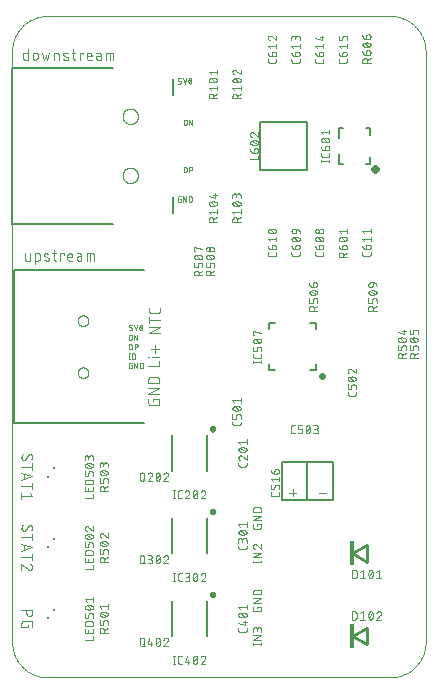
<source format=gto>
G04 EAGLE Gerber RS-274X export*
G75*
%MOMM*%
%FSLAX35Y35*%
%LPD*%
%INsilk_top*%
%IPPOS*%
%AMOC8*
5,1,8,0,0,1.08239X$1,22.5*%
G01*
%ADD10C,0.010000*%
%ADD11C,0.050800*%
%ADD12C,0.076200*%
%ADD13C,0.127000*%
%ADD14C,0.254000*%
%ADD15R,0.300000X2.100000*%
%ADD16C,0.300000*%
%ADD17C,0.152400*%
%ADD18C,0.500000*%
%ADD19C,0.250000*%
%ADD20R,0.200000X0.200000*%
%ADD21C,0.200000*%
%ADD22C,0.000000*%


D10*
X-2300000Y17800000D02*
X-2300000Y12800000D01*
X-2300088Y12792751D01*
X-2300350Y12785506D01*
X-2300788Y12778270D01*
X-2301401Y12771046D01*
X-2302187Y12763839D01*
X-2303148Y12756653D01*
X-2304282Y12749493D01*
X-2305589Y12742362D01*
X-2307068Y12735265D01*
X-2308717Y12728205D01*
X-2310537Y12721188D01*
X-2312526Y12714216D01*
X-2314683Y12707295D01*
X-2317006Y12700428D01*
X-2319495Y12693619D01*
X-2322148Y12686872D01*
X-2324962Y12680191D01*
X-2327938Y12673580D01*
X-2331072Y12667043D01*
X-2334363Y12660583D01*
X-2337810Y12654205D01*
X-2341409Y12647912D01*
X-2345160Y12641708D01*
X-2349059Y12635596D01*
X-2353105Y12629581D01*
X-2357295Y12623664D01*
X-2361627Y12617851D01*
X-2366098Y12612144D01*
X-2370705Y12606547D01*
X-2375447Y12601063D01*
X-2380319Y12595695D01*
X-2385320Y12590447D01*
X-2390447Y12585320D01*
X-2395695Y12580319D01*
X-2401063Y12575447D01*
X-2406547Y12570705D01*
X-2412144Y12566098D01*
X-2417851Y12561627D01*
X-2423664Y12557295D01*
X-2429581Y12553105D01*
X-2435596Y12549059D01*
X-2441708Y12545160D01*
X-2447912Y12541409D01*
X-2454205Y12537810D01*
X-2460583Y12534363D01*
X-2467043Y12531072D01*
X-2473580Y12527938D01*
X-2480191Y12524962D01*
X-2486872Y12522148D01*
X-2493619Y12519495D01*
X-2500428Y12517006D01*
X-2507295Y12514683D01*
X-2514216Y12512526D01*
X-2521188Y12510537D01*
X-2528205Y12508717D01*
X-2535265Y12507068D01*
X-2542362Y12505589D01*
X-2549493Y12504282D01*
X-2556653Y12503148D01*
X-2563839Y12502187D01*
X-2571046Y12501401D01*
X-2578270Y12500788D01*
X-2585506Y12500350D01*
X-2592751Y12500088D01*
X-2600000Y12500000D01*
X-5500000Y12500000D01*
X-5507249Y12500088D01*
X-5514494Y12500350D01*
X-5521730Y12500788D01*
X-5528954Y12501401D01*
X-5536161Y12502187D01*
X-5543347Y12503148D01*
X-5550507Y12504282D01*
X-5557638Y12505589D01*
X-5564735Y12507068D01*
X-5571795Y12508717D01*
X-5578812Y12510537D01*
X-5585784Y12512526D01*
X-5592705Y12514683D01*
X-5599572Y12517006D01*
X-5606381Y12519495D01*
X-5613128Y12522148D01*
X-5619809Y12524962D01*
X-5626420Y12527938D01*
X-5632957Y12531072D01*
X-5639417Y12534363D01*
X-5645795Y12537810D01*
X-5652088Y12541409D01*
X-5658292Y12545160D01*
X-5664404Y12549059D01*
X-5670419Y12553105D01*
X-5676336Y12557295D01*
X-5682149Y12561627D01*
X-5687856Y12566098D01*
X-5693453Y12570705D01*
X-5698937Y12575447D01*
X-5704305Y12580319D01*
X-5709553Y12585320D01*
X-5714680Y12590447D01*
X-5719681Y12595695D01*
X-5724553Y12601063D01*
X-5729295Y12606547D01*
X-5733902Y12612144D01*
X-5738373Y12617851D01*
X-5742705Y12623664D01*
X-5746895Y12629581D01*
X-5750941Y12635596D01*
X-5754840Y12641708D01*
X-5758591Y12647912D01*
X-5762190Y12654205D01*
X-5765637Y12660583D01*
X-5768928Y12667043D01*
X-5772062Y12673580D01*
X-5775038Y12680191D01*
X-5777852Y12686872D01*
X-5780505Y12693619D01*
X-5782994Y12700428D01*
X-5785317Y12707295D01*
X-5787474Y12714216D01*
X-5789463Y12721188D01*
X-5791283Y12728205D01*
X-5792932Y12735265D01*
X-5794411Y12742362D01*
X-5795718Y12749493D01*
X-5796852Y12756653D01*
X-5797813Y12763839D01*
X-5798599Y12771046D01*
X-5799212Y12778270D01*
X-5799650Y12785506D01*
X-5799912Y12792751D01*
X-5800000Y12800000D01*
X-5800000Y17800000D01*
X-5799912Y17807249D01*
X-5799650Y17814494D01*
X-5799212Y17821730D01*
X-5798599Y17828954D01*
X-5797813Y17836161D01*
X-5796852Y17843347D01*
X-5795718Y17850507D01*
X-5794411Y17857638D01*
X-5792932Y17864735D01*
X-5791283Y17871795D01*
X-5789463Y17878812D01*
X-5787474Y17885784D01*
X-5785317Y17892705D01*
X-5782994Y17899572D01*
X-5780505Y17906381D01*
X-5777852Y17913128D01*
X-5775038Y17919809D01*
X-5772062Y17926420D01*
X-5768928Y17932957D01*
X-5765637Y17939417D01*
X-5762190Y17945795D01*
X-5758591Y17952088D01*
X-5754840Y17958292D01*
X-5750941Y17964404D01*
X-5746895Y17970419D01*
X-5742705Y17976336D01*
X-5738373Y17982149D01*
X-5733902Y17987856D01*
X-5729295Y17993453D01*
X-5724553Y17998937D01*
X-5719681Y18004305D01*
X-5714680Y18009553D01*
X-5709553Y18014680D01*
X-5704305Y18019681D01*
X-5698937Y18024553D01*
X-5693453Y18029295D01*
X-5687856Y18033902D01*
X-5682149Y18038373D01*
X-5676336Y18042705D01*
X-5670419Y18046895D01*
X-5664404Y18050941D01*
X-5658292Y18054840D01*
X-5652088Y18058591D01*
X-5645795Y18062190D01*
X-5639417Y18065637D01*
X-5632957Y18068928D01*
X-5626420Y18072062D01*
X-5619809Y18075038D01*
X-5613128Y18077852D01*
X-5606381Y18080505D01*
X-5599572Y18082994D01*
X-5592705Y18085317D01*
X-5585784Y18087474D01*
X-5578812Y18089463D01*
X-5571795Y18091283D01*
X-5564735Y18092932D01*
X-5557638Y18094411D01*
X-5550507Y18095718D01*
X-5543347Y18096852D01*
X-5536161Y18097813D01*
X-5528954Y18098599D01*
X-5521730Y18099212D01*
X-5514494Y18099650D01*
X-5507249Y18099912D01*
X-5500000Y18100000D01*
X-2600000Y18100000D01*
X-2592751Y18099912D01*
X-2585506Y18099650D01*
X-2578270Y18099212D01*
X-2571046Y18098599D01*
X-2563839Y18097813D01*
X-2556653Y18096852D01*
X-2549493Y18095718D01*
X-2542362Y18094411D01*
X-2535265Y18092932D01*
X-2528205Y18091283D01*
X-2521188Y18089463D01*
X-2514216Y18087474D01*
X-2507295Y18085317D01*
X-2500428Y18082994D01*
X-2493619Y18080505D01*
X-2486872Y18077852D01*
X-2480191Y18075038D01*
X-2473580Y18072062D01*
X-2467043Y18068928D01*
X-2460583Y18065637D01*
X-2454205Y18062190D01*
X-2447912Y18058591D01*
X-2441708Y18054840D01*
X-2435596Y18050941D01*
X-2429581Y18046895D01*
X-2423664Y18042705D01*
X-2417851Y18038373D01*
X-2412144Y18033902D01*
X-2406547Y18029295D01*
X-2401063Y18024553D01*
X-2395695Y18019681D01*
X-2390447Y18014680D01*
X-2385320Y18009553D01*
X-2380319Y18004305D01*
X-2375447Y17998937D01*
X-2370705Y17993453D01*
X-2366098Y17987856D01*
X-2361627Y17982149D01*
X-2357295Y17976336D01*
X-2353105Y17970419D01*
X-2349059Y17964404D01*
X-2345160Y17958292D01*
X-2341409Y17952088D01*
X-2337810Y17945795D01*
X-2334363Y17939417D01*
X-2331072Y17932957D01*
X-2327938Y17926420D01*
X-2324962Y17919809D01*
X-2322148Y17913128D01*
X-2319495Y17906381D01*
X-2317006Y17899572D01*
X-2314683Y17892705D01*
X-2312526Y17885784D01*
X-2310537Y17878812D01*
X-2308717Y17871795D01*
X-2307068Y17864735D01*
X-2305589Y17857638D01*
X-2304282Y17850507D01*
X-2303148Y17843347D01*
X-2302187Y17836161D01*
X-2301401Y17828954D01*
X-2300788Y17821730D01*
X-2300350Y17814494D01*
X-2300088Y17807249D01*
X-2300000Y17800000D01*
D11*
X-3728884Y13797422D02*
X-3728884Y13785769D01*
X-3728884Y13797422D02*
X-3690040Y13797422D01*
X-3690040Y13774115D01*
X-3690045Y13773740D01*
X-3690058Y13773364D01*
X-3690081Y13772990D01*
X-3690113Y13772615D01*
X-3690153Y13772242D01*
X-3690203Y13771870D01*
X-3690262Y13771499D01*
X-3690329Y13771130D01*
X-3690406Y13770762D01*
X-3690492Y13770397D01*
X-3690586Y13770033D01*
X-3690689Y13769672D01*
X-3690800Y13769313D01*
X-3690921Y13768958D01*
X-3691050Y13768605D01*
X-3691187Y13768256D01*
X-3691333Y13767910D01*
X-3691487Y13767567D01*
X-3691649Y13767229D01*
X-3691820Y13766894D01*
X-3691998Y13766564D01*
X-3692185Y13766238D01*
X-3692379Y13765917D01*
X-3692581Y13765600D01*
X-3692790Y13765288D01*
X-3693007Y13764982D01*
X-3693232Y13764681D01*
X-3693463Y13764385D01*
X-3693702Y13764095D01*
X-3693948Y13763811D01*
X-3694200Y13763533D01*
X-3694459Y13763262D01*
X-3694725Y13762996D01*
X-3694996Y13762737D01*
X-3695274Y13762485D01*
X-3695558Y13762239D01*
X-3695848Y13762000D01*
X-3696144Y13761769D01*
X-3696445Y13761544D01*
X-3696751Y13761327D01*
X-3697063Y13761118D01*
X-3697380Y13760916D01*
X-3697701Y13760722D01*
X-3698027Y13760535D01*
X-3698357Y13760357D01*
X-3698692Y13760186D01*
X-3699030Y13760024D01*
X-3699373Y13759870D01*
X-3699719Y13759724D01*
X-3700068Y13759587D01*
X-3700421Y13759458D01*
X-3700776Y13759337D01*
X-3701135Y13759226D01*
X-3701496Y13759123D01*
X-3701860Y13759029D01*
X-3702225Y13758943D01*
X-3702593Y13758866D01*
X-3702962Y13758799D01*
X-3703333Y13758740D01*
X-3703705Y13758690D01*
X-3704078Y13758650D01*
X-3704453Y13758618D01*
X-3704827Y13758595D01*
X-3705203Y13758582D01*
X-3705578Y13758577D01*
X-3705578Y13758578D02*
X-3744422Y13758578D01*
X-3744803Y13758583D01*
X-3745184Y13758597D01*
X-3745565Y13758620D01*
X-3745945Y13758653D01*
X-3746324Y13758695D01*
X-3746702Y13758746D01*
X-3747078Y13758807D01*
X-3747453Y13758877D01*
X-3747826Y13758956D01*
X-3748197Y13759044D01*
X-3748566Y13759141D01*
X-3748932Y13759247D01*
X-3749296Y13759362D01*
X-3749657Y13759486D01*
X-3750014Y13759619D01*
X-3750368Y13759761D01*
X-3750719Y13759911D01*
X-3751065Y13760070D01*
X-3751408Y13760237D01*
X-3751746Y13760413D01*
X-3752081Y13760597D01*
X-3752410Y13760789D01*
X-3752735Y13760989D01*
X-3753054Y13761197D01*
X-3753369Y13761412D01*
X-3753678Y13761636D01*
X-3753981Y13761867D01*
X-3754279Y13762105D01*
X-3754571Y13762350D01*
X-3754857Y13762603D01*
X-3755136Y13762863D01*
X-3755409Y13763129D01*
X-3755675Y13763402D01*
X-3755935Y13763681D01*
X-3756187Y13763967D01*
X-3756433Y13764259D01*
X-3756671Y13764556D01*
X-3756902Y13764860D01*
X-3757126Y13765169D01*
X-3757341Y13765483D01*
X-3757549Y13765803D01*
X-3757749Y13766128D01*
X-3757941Y13766457D01*
X-3758125Y13766791D01*
X-3758301Y13767130D01*
X-3758468Y13767472D01*
X-3758627Y13767819D01*
X-3758777Y13768170D01*
X-3758919Y13768524D01*
X-3759052Y13768881D01*
X-3759176Y13769242D01*
X-3759291Y13769605D01*
X-3759397Y13769972D01*
X-3759494Y13770340D01*
X-3759582Y13770711D01*
X-3759661Y13771084D01*
X-3759731Y13771459D01*
X-3759792Y13771836D01*
X-3759843Y13772214D01*
X-3759885Y13772593D01*
X-3759918Y13772973D01*
X-3759941Y13773353D01*
X-3759955Y13773734D01*
X-3759960Y13774116D01*
X-3759960Y13774115D02*
X-3759960Y13797422D01*
X-3759960Y13830578D02*
X-3690040Y13830578D01*
X-3690040Y13869422D02*
X-3759960Y13830578D01*
X-3759960Y13869422D02*
X-3690040Y13869422D01*
X-3690040Y13902578D02*
X-3759960Y13902578D01*
X-3759960Y13922000D01*
X-3759954Y13922469D01*
X-3759937Y13922938D01*
X-3759909Y13923407D01*
X-3759869Y13923875D01*
X-3759818Y13924341D01*
X-3759756Y13924806D01*
X-3759683Y13925270D01*
X-3759598Y13925732D01*
X-3759502Y13926191D01*
X-3759396Y13926648D01*
X-3759278Y13927102D01*
X-3759149Y13927554D01*
X-3759009Y13928002D01*
X-3758859Y13928446D01*
X-3758698Y13928887D01*
X-3758526Y13929324D01*
X-3758344Y13929757D01*
X-3758151Y13930185D01*
X-3757948Y13930608D01*
X-3757735Y13931026D01*
X-3757512Y13931439D01*
X-3757279Y13931846D01*
X-3757036Y13932248D01*
X-3756784Y13932644D01*
X-3756522Y13933033D01*
X-3756251Y13933416D01*
X-3755970Y13933792D01*
X-3755681Y13934162D01*
X-3755382Y13934524D01*
X-3755075Y13934879D01*
X-3754760Y13935227D01*
X-3754436Y13935567D01*
X-3754104Y13935898D01*
X-3753765Y13936222D01*
X-3753417Y13936538D01*
X-3753062Y13936845D01*
X-3752700Y13937143D01*
X-3752330Y13937432D01*
X-3751954Y13937713D01*
X-3751571Y13937984D01*
X-3751181Y13938246D01*
X-3750786Y13938498D01*
X-3750384Y13938741D01*
X-3749977Y13938974D01*
X-3749564Y13939197D01*
X-3749145Y13939411D01*
X-3748722Y13939613D01*
X-3748294Y13939806D01*
X-3747862Y13939988D01*
X-3747425Y13940160D01*
X-3746984Y13940321D01*
X-3746539Y13940471D01*
X-3746091Y13940611D01*
X-3745640Y13940740D01*
X-3745186Y13940858D01*
X-3744729Y13940964D01*
X-3744269Y13941060D01*
X-3743808Y13941145D01*
X-3743344Y13941218D01*
X-3742879Y13941280D01*
X-3742412Y13941331D01*
X-3741945Y13941371D01*
X-3741476Y13941399D01*
X-3741007Y13941416D01*
X-3740538Y13941422D01*
X-3709462Y13941422D01*
X-3709462Y13941423D02*
X-3708985Y13941417D01*
X-3708509Y13941400D01*
X-3708033Y13941370D01*
X-3707558Y13941329D01*
X-3707084Y13941277D01*
X-3706612Y13941213D01*
X-3706141Y13941137D01*
X-3705673Y13941050D01*
X-3705206Y13940951D01*
X-3704743Y13940841D01*
X-3704282Y13940719D01*
X-3703824Y13940587D01*
X-3703369Y13940443D01*
X-3702919Y13940288D01*
X-3702472Y13940122D01*
X-3702029Y13939945D01*
X-3701591Y13939757D01*
X-3701158Y13939558D01*
X-3700729Y13939349D01*
X-3700306Y13939130D01*
X-3699889Y13938900D01*
X-3699477Y13938660D01*
X-3699071Y13938410D01*
X-3698671Y13938150D01*
X-3698278Y13937880D01*
X-3697892Y13937601D01*
X-3697512Y13937312D01*
X-3697140Y13937014D01*
X-3696776Y13936707D01*
X-3696418Y13936392D01*
X-3696069Y13936067D01*
X-3695728Y13935734D01*
X-3695395Y13935393D01*
X-3695071Y13935044D01*
X-3694755Y13934687D01*
X-3694448Y13934322D01*
X-3694150Y13933950D01*
X-3693861Y13933570D01*
X-3693582Y13933184D01*
X-3693312Y13932791D01*
X-3693053Y13932391D01*
X-3692802Y13931986D01*
X-3692562Y13931574D01*
X-3692333Y13931156D01*
X-3692113Y13930733D01*
X-3691904Y13930305D01*
X-3691705Y13929871D01*
X-3691518Y13929433D01*
X-3691341Y13928990D01*
X-3691174Y13928544D01*
X-3691019Y13928093D01*
X-3690875Y13927638D01*
X-3690743Y13927181D01*
X-3690621Y13926720D01*
X-3690511Y13926256D01*
X-3690412Y13925790D01*
X-3690325Y13925321D01*
X-3690249Y13924850D01*
X-3690185Y13924378D01*
X-3690133Y13923904D01*
X-3690092Y13923429D01*
X-3690062Y13922953D01*
X-3690045Y13922477D01*
X-3690039Y13922000D01*
X-3690040Y13922000D02*
X-3690040Y13902578D01*
X-3728884Y13097422D02*
X-3728884Y13085769D01*
X-3728884Y13097422D02*
X-3690040Y13097422D01*
X-3690040Y13074115D01*
X-3690045Y13073740D01*
X-3690058Y13073364D01*
X-3690081Y13072990D01*
X-3690113Y13072615D01*
X-3690153Y13072242D01*
X-3690203Y13071870D01*
X-3690262Y13071499D01*
X-3690329Y13071130D01*
X-3690406Y13070762D01*
X-3690492Y13070397D01*
X-3690586Y13070033D01*
X-3690689Y13069672D01*
X-3690800Y13069313D01*
X-3690921Y13068958D01*
X-3691050Y13068605D01*
X-3691187Y13068256D01*
X-3691333Y13067910D01*
X-3691487Y13067567D01*
X-3691649Y13067229D01*
X-3691820Y13066894D01*
X-3691998Y13066564D01*
X-3692185Y13066238D01*
X-3692379Y13065917D01*
X-3692581Y13065600D01*
X-3692790Y13065288D01*
X-3693007Y13064982D01*
X-3693232Y13064681D01*
X-3693463Y13064385D01*
X-3693702Y13064095D01*
X-3693948Y13063811D01*
X-3694200Y13063533D01*
X-3694459Y13063262D01*
X-3694725Y13062996D01*
X-3694996Y13062737D01*
X-3695274Y13062485D01*
X-3695558Y13062239D01*
X-3695848Y13062000D01*
X-3696144Y13061769D01*
X-3696445Y13061544D01*
X-3696751Y13061327D01*
X-3697063Y13061118D01*
X-3697380Y13060916D01*
X-3697701Y13060722D01*
X-3698027Y13060535D01*
X-3698357Y13060357D01*
X-3698692Y13060186D01*
X-3699030Y13060024D01*
X-3699373Y13059870D01*
X-3699719Y13059724D01*
X-3700068Y13059587D01*
X-3700421Y13059458D01*
X-3700776Y13059337D01*
X-3701135Y13059226D01*
X-3701496Y13059123D01*
X-3701860Y13059029D01*
X-3702225Y13058943D01*
X-3702593Y13058866D01*
X-3702962Y13058799D01*
X-3703333Y13058740D01*
X-3703705Y13058690D01*
X-3704078Y13058650D01*
X-3704453Y13058618D01*
X-3704827Y13058595D01*
X-3705203Y13058582D01*
X-3705578Y13058577D01*
X-3705578Y13058578D02*
X-3744422Y13058578D01*
X-3744803Y13058583D01*
X-3745184Y13058597D01*
X-3745565Y13058620D01*
X-3745945Y13058653D01*
X-3746324Y13058695D01*
X-3746702Y13058746D01*
X-3747078Y13058807D01*
X-3747453Y13058877D01*
X-3747826Y13058956D01*
X-3748197Y13059044D01*
X-3748566Y13059141D01*
X-3748932Y13059247D01*
X-3749296Y13059362D01*
X-3749657Y13059486D01*
X-3750014Y13059619D01*
X-3750368Y13059761D01*
X-3750719Y13059911D01*
X-3751065Y13060070D01*
X-3751408Y13060237D01*
X-3751746Y13060413D01*
X-3752081Y13060597D01*
X-3752410Y13060789D01*
X-3752735Y13060989D01*
X-3753054Y13061197D01*
X-3753369Y13061412D01*
X-3753678Y13061636D01*
X-3753981Y13061867D01*
X-3754279Y13062105D01*
X-3754571Y13062350D01*
X-3754857Y13062603D01*
X-3755136Y13062863D01*
X-3755409Y13063129D01*
X-3755675Y13063402D01*
X-3755935Y13063681D01*
X-3756187Y13063967D01*
X-3756433Y13064259D01*
X-3756671Y13064556D01*
X-3756902Y13064860D01*
X-3757126Y13065169D01*
X-3757341Y13065483D01*
X-3757549Y13065803D01*
X-3757749Y13066128D01*
X-3757941Y13066457D01*
X-3758125Y13066791D01*
X-3758301Y13067130D01*
X-3758468Y13067472D01*
X-3758627Y13067819D01*
X-3758777Y13068170D01*
X-3758919Y13068524D01*
X-3759052Y13068881D01*
X-3759176Y13069242D01*
X-3759291Y13069605D01*
X-3759397Y13069972D01*
X-3759494Y13070340D01*
X-3759582Y13070711D01*
X-3759661Y13071084D01*
X-3759731Y13071459D01*
X-3759792Y13071836D01*
X-3759843Y13072214D01*
X-3759885Y13072593D01*
X-3759918Y13072973D01*
X-3759941Y13073353D01*
X-3759955Y13073734D01*
X-3759960Y13074116D01*
X-3759960Y13074115D02*
X-3759960Y13097422D01*
X-3759960Y13130578D02*
X-3690040Y13130578D01*
X-3690040Y13169422D02*
X-3759960Y13130578D01*
X-3759960Y13169422D02*
X-3690040Y13169422D01*
X-3690040Y13202578D02*
X-3759960Y13202578D01*
X-3759960Y13222000D01*
X-3759954Y13222469D01*
X-3759937Y13222938D01*
X-3759909Y13223407D01*
X-3759869Y13223875D01*
X-3759818Y13224341D01*
X-3759756Y13224806D01*
X-3759683Y13225270D01*
X-3759598Y13225732D01*
X-3759502Y13226191D01*
X-3759396Y13226648D01*
X-3759278Y13227102D01*
X-3759149Y13227554D01*
X-3759009Y13228002D01*
X-3758859Y13228446D01*
X-3758698Y13228887D01*
X-3758526Y13229324D01*
X-3758344Y13229757D01*
X-3758151Y13230185D01*
X-3757948Y13230608D01*
X-3757735Y13231026D01*
X-3757512Y13231439D01*
X-3757279Y13231846D01*
X-3757036Y13232248D01*
X-3756784Y13232644D01*
X-3756522Y13233033D01*
X-3756251Y13233416D01*
X-3755970Y13233792D01*
X-3755681Y13234162D01*
X-3755382Y13234524D01*
X-3755075Y13234879D01*
X-3754760Y13235227D01*
X-3754436Y13235567D01*
X-3754104Y13235898D01*
X-3753765Y13236222D01*
X-3753417Y13236538D01*
X-3753062Y13236845D01*
X-3752700Y13237143D01*
X-3752330Y13237432D01*
X-3751954Y13237713D01*
X-3751571Y13237984D01*
X-3751181Y13238246D01*
X-3750786Y13238498D01*
X-3750384Y13238741D01*
X-3749977Y13238974D01*
X-3749564Y13239197D01*
X-3749145Y13239411D01*
X-3748722Y13239613D01*
X-3748294Y13239806D01*
X-3747862Y13239988D01*
X-3747425Y13240160D01*
X-3746984Y13240321D01*
X-3746539Y13240471D01*
X-3746091Y13240611D01*
X-3745640Y13240740D01*
X-3745186Y13240858D01*
X-3744729Y13240964D01*
X-3744269Y13241060D01*
X-3743808Y13241145D01*
X-3743344Y13241218D01*
X-3742879Y13241280D01*
X-3742412Y13241331D01*
X-3741945Y13241371D01*
X-3741476Y13241399D01*
X-3741007Y13241416D01*
X-3740538Y13241422D01*
X-3709462Y13241422D01*
X-3709462Y13241423D02*
X-3708985Y13241417D01*
X-3708509Y13241400D01*
X-3708033Y13241370D01*
X-3707558Y13241329D01*
X-3707084Y13241277D01*
X-3706612Y13241213D01*
X-3706141Y13241137D01*
X-3705673Y13241050D01*
X-3705206Y13240951D01*
X-3704743Y13240841D01*
X-3704282Y13240719D01*
X-3703824Y13240587D01*
X-3703369Y13240443D01*
X-3702919Y13240288D01*
X-3702472Y13240122D01*
X-3702029Y13239945D01*
X-3701591Y13239757D01*
X-3701158Y13239558D01*
X-3700729Y13239349D01*
X-3700306Y13239130D01*
X-3699889Y13238900D01*
X-3699477Y13238660D01*
X-3699071Y13238410D01*
X-3698671Y13238150D01*
X-3698278Y13237880D01*
X-3697892Y13237601D01*
X-3697512Y13237312D01*
X-3697140Y13237014D01*
X-3696776Y13236707D01*
X-3696418Y13236392D01*
X-3696069Y13236067D01*
X-3695728Y13235734D01*
X-3695395Y13235393D01*
X-3695071Y13235044D01*
X-3694755Y13234687D01*
X-3694448Y13234322D01*
X-3694150Y13233950D01*
X-3693861Y13233570D01*
X-3693582Y13233184D01*
X-3693312Y13232791D01*
X-3693053Y13232391D01*
X-3692802Y13231986D01*
X-3692562Y13231574D01*
X-3692333Y13231156D01*
X-3692113Y13230733D01*
X-3691904Y13230305D01*
X-3691705Y13229871D01*
X-3691518Y13229433D01*
X-3691341Y13228990D01*
X-3691174Y13228544D01*
X-3691019Y13228093D01*
X-3690875Y13227638D01*
X-3690743Y13227181D01*
X-3690621Y13226720D01*
X-3690511Y13226256D01*
X-3690412Y13225790D01*
X-3690325Y13225321D01*
X-3690249Y13224850D01*
X-3690185Y13224378D01*
X-3690133Y13223904D01*
X-3690092Y13223429D01*
X-3690062Y13222953D01*
X-3690045Y13222477D01*
X-3690039Y13222000D01*
X-3690040Y13222000D02*
X-3690040Y13202578D01*
X-3690040Y12781173D02*
X-3759960Y12781173D01*
X-3690040Y12773405D02*
X-3690040Y12788942D01*
X-3759960Y12788942D02*
X-3759960Y12773405D01*
X-3759960Y12818001D02*
X-3690040Y12818001D01*
X-3690040Y12856846D02*
X-3759960Y12818001D01*
X-3759960Y12856846D02*
X-3690040Y12856846D01*
X-3690040Y12887751D02*
X-3690040Y12907173D01*
X-3690046Y12907646D01*
X-3690063Y12908119D01*
X-3690092Y12908591D01*
X-3690132Y12909062D01*
X-3690184Y12909532D01*
X-3690247Y12910001D01*
X-3690322Y12910468D01*
X-3690407Y12910933D01*
X-3690505Y12911396D01*
X-3690613Y12911856D01*
X-3690733Y12912314D01*
X-3690863Y12912768D01*
X-3691005Y12913220D01*
X-3691158Y12913667D01*
X-3691322Y12914111D01*
X-3691496Y12914551D01*
X-3691681Y12914986D01*
X-3691876Y12915417D01*
X-3692082Y12915843D01*
X-3692299Y12916263D01*
X-3692525Y12916678D01*
X-3692762Y12917088D01*
X-3693008Y12917492D01*
X-3693264Y12917889D01*
X-3693530Y12918281D01*
X-3693805Y12918665D01*
X-3694090Y12919043D01*
X-3694383Y12919414D01*
X-3694686Y12919778D01*
X-3694997Y12920134D01*
X-3695317Y12920482D01*
X-3695645Y12920823D01*
X-3695982Y12921155D01*
X-3696326Y12921479D01*
X-3696678Y12921795D01*
X-3697038Y12922102D01*
X-3697405Y12922400D01*
X-3697780Y12922689D01*
X-3698161Y12922969D01*
X-3698549Y12923239D01*
X-3698944Y12923500D01*
X-3699344Y12923751D01*
X-3699751Y12923993D01*
X-3700163Y12924224D01*
X-3700581Y12924446D01*
X-3701005Y12924657D01*
X-3701433Y12924858D01*
X-3701866Y12925048D01*
X-3702303Y12925228D01*
X-3702745Y12925397D01*
X-3703191Y12925555D01*
X-3703640Y12925702D01*
X-3704093Y12925838D01*
X-3704550Y12925963D01*
X-3705009Y12926078D01*
X-3705470Y12926180D01*
X-3705934Y12926272D01*
X-3706400Y12926352D01*
X-3706868Y12926421D01*
X-3707338Y12926478D01*
X-3707809Y12926524D01*
X-3708280Y12926559D01*
X-3708753Y12926582D01*
X-3709226Y12926594D01*
X-3709698Y12926594D01*
X-3710171Y12926582D01*
X-3710644Y12926559D01*
X-3711115Y12926524D01*
X-3711586Y12926478D01*
X-3712056Y12926421D01*
X-3712524Y12926352D01*
X-3712990Y12926272D01*
X-3713454Y12926180D01*
X-3713915Y12926078D01*
X-3714374Y12925963D01*
X-3714831Y12925838D01*
X-3715284Y12925702D01*
X-3715733Y12925555D01*
X-3716179Y12925397D01*
X-3716621Y12925228D01*
X-3717058Y12925048D01*
X-3717491Y12924858D01*
X-3717919Y12924657D01*
X-3718343Y12924446D01*
X-3718761Y12924224D01*
X-3719173Y12923993D01*
X-3719580Y12923751D01*
X-3719980Y12923500D01*
X-3720375Y12923239D01*
X-3720763Y12922969D01*
X-3721144Y12922689D01*
X-3721519Y12922400D01*
X-3721886Y12922102D01*
X-3722246Y12921795D01*
X-3722598Y12921479D01*
X-3722942Y12921155D01*
X-3723279Y12920823D01*
X-3723607Y12920482D01*
X-3723927Y12920134D01*
X-3724238Y12919778D01*
X-3724541Y12919414D01*
X-3724834Y12919043D01*
X-3725119Y12918665D01*
X-3725394Y12918281D01*
X-3725660Y12917889D01*
X-3725916Y12917492D01*
X-3726162Y12917088D01*
X-3726399Y12916678D01*
X-3726625Y12916263D01*
X-3726842Y12915843D01*
X-3727048Y12915417D01*
X-3727243Y12914986D01*
X-3727428Y12914551D01*
X-3727602Y12914111D01*
X-3727766Y12913667D01*
X-3727919Y12913220D01*
X-3728061Y12912768D01*
X-3728191Y12912314D01*
X-3728311Y12911856D01*
X-3728419Y12911396D01*
X-3728517Y12910933D01*
X-3728602Y12910468D01*
X-3728677Y12910001D01*
X-3728740Y12909532D01*
X-3728792Y12909062D01*
X-3728832Y12908591D01*
X-3728861Y12908119D01*
X-3728878Y12907646D01*
X-3728884Y12907173D01*
X-3759960Y12911058D02*
X-3759960Y12887751D01*
X-3759960Y12911058D02*
X-3759955Y12911436D01*
X-3759942Y12911815D01*
X-3759919Y12912192D01*
X-3759886Y12912569D01*
X-3759845Y12912945D01*
X-3759794Y12913320D01*
X-3759735Y12913694D01*
X-3759666Y12914066D01*
X-3759588Y12914436D01*
X-3759502Y12914805D01*
X-3759406Y12915171D01*
X-3759301Y12915534D01*
X-3759188Y12915895D01*
X-3759066Y12916254D01*
X-3758935Y12916609D01*
X-3758795Y12916960D01*
X-3758647Y12917309D01*
X-3758491Y12917653D01*
X-3758326Y12917994D01*
X-3758153Y12918330D01*
X-3757972Y12918663D01*
X-3757783Y12918990D01*
X-3757586Y12919313D01*
X-3757381Y12919631D01*
X-3757168Y12919944D01*
X-3756948Y12920252D01*
X-3756720Y12920554D01*
X-3756485Y12920851D01*
X-3756243Y12921142D01*
X-3755994Y12921427D01*
X-3755738Y12921706D01*
X-3755476Y12921978D01*
X-3755207Y12922244D01*
X-3754931Y12922503D01*
X-3754649Y12922756D01*
X-3754361Y12923001D01*
X-3754067Y12923240D01*
X-3753768Y12923471D01*
X-3753463Y12923695D01*
X-3753153Y12923911D01*
X-3752837Y12924120D01*
X-3752516Y12924321D01*
X-3752191Y12924514D01*
X-3751861Y12924699D01*
X-3751527Y12924877D01*
X-3751188Y12925046D01*
X-3750845Y12925206D01*
X-3750499Y12925358D01*
X-3750149Y12925502D01*
X-3749796Y12925637D01*
X-3749439Y12925764D01*
X-3749079Y12925882D01*
X-3748717Y12925991D01*
X-3748352Y12926091D01*
X-3747985Y12926182D01*
X-3747616Y12926264D01*
X-3747244Y12926338D01*
X-3746871Y12926402D01*
X-3746497Y12926457D01*
X-3746121Y12926503D01*
X-3745745Y12926540D01*
X-3745367Y12926567D01*
X-3744989Y12926586D01*
X-3744611Y12926595D01*
X-3744233Y12926595D01*
X-3743855Y12926586D01*
X-3743477Y12926567D01*
X-3743099Y12926540D01*
X-3742723Y12926503D01*
X-3742347Y12926457D01*
X-3741973Y12926402D01*
X-3741600Y12926338D01*
X-3741228Y12926264D01*
X-3740859Y12926182D01*
X-3740492Y12926091D01*
X-3740127Y12925991D01*
X-3739765Y12925882D01*
X-3739405Y12925764D01*
X-3739048Y12925637D01*
X-3738695Y12925502D01*
X-3738345Y12925358D01*
X-3737999Y12925206D01*
X-3737656Y12925046D01*
X-3737317Y12924877D01*
X-3736983Y12924699D01*
X-3736653Y12924514D01*
X-3736328Y12924321D01*
X-3736007Y12924120D01*
X-3735691Y12923911D01*
X-3735381Y12923695D01*
X-3735076Y12923471D01*
X-3734777Y12923240D01*
X-3734483Y12923001D01*
X-3734195Y12922756D01*
X-3733913Y12922503D01*
X-3733637Y12922244D01*
X-3733368Y12921978D01*
X-3733106Y12921706D01*
X-3732850Y12921427D01*
X-3732601Y12921142D01*
X-3732359Y12920851D01*
X-3732124Y12920554D01*
X-3731896Y12920252D01*
X-3731676Y12919944D01*
X-3731463Y12919631D01*
X-3731258Y12919313D01*
X-3731061Y12918990D01*
X-3730872Y12918663D01*
X-3730691Y12918330D01*
X-3730518Y12917994D01*
X-3730353Y12917653D01*
X-3730197Y12917309D01*
X-3730049Y12916960D01*
X-3729909Y12916609D01*
X-3729778Y12916254D01*
X-3729656Y12915895D01*
X-3729543Y12915534D01*
X-3729438Y12915171D01*
X-3729342Y12914805D01*
X-3729256Y12914436D01*
X-3729178Y12914066D01*
X-3729109Y12913694D01*
X-3729050Y12913320D01*
X-3728999Y12912945D01*
X-3728958Y12912569D01*
X-3728925Y12912192D01*
X-3728902Y12911815D01*
X-3728889Y12911436D01*
X-3728884Y12911058D01*
X-3728884Y12895520D01*
X-3759960Y13481173D02*
X-3690040Y13481173D01*
X-3690040Y13473405D02*
X-3690040Y13488942D01*
X-3759960Y13488942D02*
X-3759960Y13473405D01*
X-3759960Y13518001D02*
X-3690040Y13518001D01*
X-3690040Y13556846D02*
X-3759960Y13518001D01*
X-3759960Y13556846D02*
X-3690040Y13556846D01*
X-3742480Y13626596D02*
X-3742902Y13626591D01*
X-3743325Y13626576D01*
X-3743746Y13626550D01*
X-3744167Y13626514D01*
X-3744587Y13626469D01*
X-3745006Y13626413D01*
X-3745423Y13626346D01*
X-3745838Y13626270D01*
X-3746252Y13626184D01*
X-3746663Y13626088D01*
X-3747072Y13625982D01*
X-3747478Y13625866D01*
X-3747882Y13625740D01*
X-3748282Y13625605D01*
X-3748678Y13625460D01*
X-3749072Y13625306D01*
X-3749461Y13625142D01*
X-3749846Y13624968D01*
X-3750227Y13624786D01*
X-3750603Y13624594D01*
X-3750975Y13624393D01*
X-3751342Y13624183D01*
X-3751703Y13623965D01*
X-3752059Y13623737D01*
X-3752410Y13623502D01*
X-3752754Y13623258D01*
X-3753093Y13623005D01*
X-3753426Y13622745D01*
X-3753752Y13622476D01*
X-3754071Y13622200D01*
X-3754384Y13621916D01*
X-3754690Y13621625D01*
X-3754989Y13621326D01*
X-3755280Y13621020D01*
X-3755564Y13620707D01*
X-3755840Y13620388D01*
X-3756109Y13620062D01*
X-3756369Y13619729D01*
X-3756622Y13619390D01*
X-3756866Y13619046D01*
X-3757101Y13618695D01*
X-3757329Y13618339D01*
X-3757547Y13617978D01*
X-3757757Y13617611D01*
X-3757958Y13617239D01*
X-3758150Y13616863D01*
X-3758332Y13616482D01*
X-3758506Y13616097D01*
X-3758670Y13615708D01*
X-3758824Y13615314D01*
X-3758969Y13614918D01*
X-3759104Y13614518D01*
X-3759230Y13614114D01*
X-3759346Y13613708D01*
X-3759452Y13613299D01*
X-3759548Y13612888D01*
X-3759634Y13612474D01*
X-3759710Y13612059D01*
X-3759777Y13611642D01*
X-3759833Y13611223D01*
X-3759878Y13610803D01*
X-3759914Y13610382D01*
X-3759940Y13609961D01*
X-3759955Y13609538D01*
X-3759960Y13609116D01*
X-3759953Y13608573D01*
X-3759934Y13608030D01*
X-3759901Y13607488D01*
X-3759855Y13606947D01*
X-3759796Y13606407D01*
X-3759724Y13605869D01*
X-3759639Y13605332D01*
X-3759541Y13604798D01*
X-3759430Y13604266D01*
X-3759306Y13603738D01*
X-3759170Y13603212D01*
X-3759021Y13602690D01*
X-3758859Y13602171D01*
X-3758685Y13601657D01*
X-3758498Y13601147D01*
X-3758300Y13600641D01*
X-3758089Y13600141D01*
X-3757866Y13599646D01*
X-3757631Y13599156D01*
X-3757384Y13598672D01*
X-3757125Y13598195D01*
X-3756856Y13597723D01*
X-3756574Y13597259D01*
X-3756282Y13596801D01*
X-3755979Y13596350D01*
X-3755665Y13595907D01*
X-3755340Y13595472D01*
X-3755005Y13595045D01*
X-3754659Y13594626D01*
X-3754304Y13594215D01*
X-3753939Y13593813D01*
X-3753564Y13593420D01*
X-3753180Y13593036D01*
X-3752786Y13592662D01*
X-3752384Y13592297D01*
X-3751973Y13591942D01*
X-3751553Y13591597D01*
X-3751126Y13591263D01*
X-3750690Y13590938D01*
X-3750246Y13590625D01*
X-3749796Y13590322D01*
X-3749337Y13590030D01*
X-3748872Y13589750D01*
X-3748401Y13589480D01*
X-3747923Y13589223D01*
X-3747439Y13588977D01*
X-3746949Y13588742D01*
X-3746453Y13588520D01*
X-3745953Y13588309D01*
X-3745447Y13588111D01*
X-3744937Y13587925D01*
X-3744422Y13587751D01*
X-3728885Y13620768D02*
X-3729206Y13621098D01*
X-3729536Y13621420D01*
X-3729874Y13621733D01*
X-3730219Y13622038D01*
X-3730572Y13622335D01*
X-3730931Y13622623D01*
X-3731298Y13622902D01*
X-3731671Y13623171D01*
X-3732051Y13623432D01*
X-3732437Y13623683D01*
X-3732830Y13623925D01*
X-3733228Y13624157D01*
X-3733631Y13624379D01*
X-3734040Y13624591D01*
X-3734454Y13624793D01*
X-3734873Y13624985D01*
X-3735297Y13625166D01*
X-3735724Y13625337D01*
X-3736156Y13625498D01*
X-3736592Y13625648D01*
X-3737031Y13625787D01*
X-3737474Y13625915D01*
X-3737919Y13626033D01*
X-3738367Y13626139D01*
X-3738818Y13626234D01*
X-3739271Y13626319D01*
X-3739726Y13626392D01*
X-3740182Y13626454D01*
X-3740640Y13626505D01*
X-3741099Y13626544D01*
X-3741559Y13626572D01*
X-3742019Y13626589D01*
X-3742480Y13626595D01*
X-3728884Y13620769D02*
X-3690040Y13587751D01*
X-3690040Y13626596D01*
D12*
X-5628810Y13070010D02*
X-5721190Y13070010D01*
X-5628810Y13070010D02*
X-5628810Y13044349D01*
X-5628818Y13043724D01*
X-5628840Y13043100D01*
X-5628878Y13042476D01*
X-5628932Y13041853D01*
X-5629000Y13041232D01*
X-5629083Y13040613D01*
X-5629182Y13039996D01*
X-5629295Y13039381D01*
X-5629424Y13038770D01*
X-5629567Y13038161D01*
X-5629725Y13037557D01*
X-5629898Y13036956D01*
X-5630085Y13036360D01*
X-5630287Y13035768D01*
X-5630503Y13035182D01*
X-5630734Y13034601D01*
X-5630978Y13034026D01*
X-5631236Y13033457D01*
X-5631508Y13032894D01*
X-5631794Y13032339D01*
X-5632093Y13031790D01*
X-5632406Y13031249D01*
X-5632731Y13030715D01*
X-5633070Y13030190D01*
X-5633421Y13029673D01*
X-5633785Y13029165D01*
X-5634160Y13028666D01*
X-5634548Y13028176D01*
X-5634948Y13027695D01*
X-5635359Y13027225D01*
X-5635782Y13026765D01*
X-5636216Y13026315D01*
X-5636660Y13025876D01*
X-5637115Y13025447D01*
X-5637581Y13025030D01*
X-5638056Y13024625D01*
X-5638542Y13024231D01*
X-5639036Y13023849D01*
X-5639540Y13023479D01*
X-5640053Y13023122D01*
X-5640574Y13022777D01*
X-5641103Y13022445D01*
X-5641641Y13022126D01*
X-5642185Y13021820D01*
X-5642738Y13021528D01*
X-5643297Y13021249D01*
X-5643863Y13020983D01*
X-5644435Y13020732D01*
X-5645013Y13020495D01*
X-5645597Y13020271D01*
X-5646186Y13020062D01*
X-5646779Y13019868D01*
X-5647378Y13019688D01*
X-5647980Y13019522D01*
X-5648587Y13019372D01*
X-5649197Y13019236D01*
X-5649810Y13019115D01*
X-5650426Y13019009D01*
X-5651044Y13018918D01*
X-5651664Y13018842D01*
X-5652286Y13018781D01*
X-5652910Y13018736D01*
X-5653534Y13018705D01*
X-5654159Y13018690D01*
X-5654783Y13018690D01*
X-5655408Y13018705D01*
X-5656032Y13018736D01*
X-5656656Y13018781D01*
X-5657278Y13018842D01*
X-5657898Y13018918D01*
X-5658516Y13019009D01*
X-5659132Y13019115D01*
X-5659745Y13019236D01*
X-5660355Y13019372D01*
X-5660962Y13019522D01*
X-5661564Y13019688D01*
X-5662163Y13019868D01*
X-5662756Y13020062D01*
X-5663345Y13020271D01*
X-5663929Y13020495D01*
X-5664507Y13020732D01*
X-5665079Y13020983D01*
X-5665645Y13021249D01*
X-5666204Y13021528D01*
X-5666757Y13021820D01*
X-5667302Y13022126D01*
X-5667839Y13022445D01*
X-5668368Y13022777D01*
X-5668889Y13023122D01*
X-5669402Y13023479D01*
X-5669906Y13023849D01*
X-5670400Y13024231D01*
X-5670886Y13024625D01*
X-5671361Y13025030D01*
X-5671827Y13025447D01*
X-5672282Y13025876D01*
X-5672726Y13026315D01*
X-5673160Y13026765D01*
X-5673583Y13027225D01*
X-5673994Y13027695D01*
X-5674394Y13028176D01*
X-5674782Y13028666D01*
X-5675157Y13029165D01*
X-5675521Y13029673D01*
X-5675872Y13030190D01*
X-5676211Y13030715D01*
X-5676536Y13031249D01*
X-5676849Y13031790D01*
X-5677148Y13032339D01*
X-5677434Y13032894D01*
X-5677706Y13033457D01*
X-5677964Y13034026D01*
X-5678208Y13034601D01*
X-5678439Y13035182D01*
X-5678655Y13035768D01*
X-5678857Y13036360D01*
X-5679044Y13036956D01*
X-5679217Y13037557D01*
X-5679375Y13038161D01*
X-5679518Y13038770D01*
X-5679647Y13039381D01*
X-5679760Y13039996D01*
X-5679859Y13040613D01*
X-5679942Y13041232D01*
X-5680010Y13041853D01*
X-5680064Y13042476D01*
X-5680102Y13043100D01*
X-5680124Y13043724D01*
X-5680132Y13044349D01*
X-5680133Y13044349D02*
X-5680133Y13070010D01*
X-5669868Y12945387D02*
X-5669868Y12929990D01*
X-5721190Y12929990D01*
X-5721190Y12960783D01*
X-5721184Y12961279D01*
X-5721166Y12961775D01*
X-5721136Y12962270D01*
X-5721094Y12962764D01*
X-5721040Y12963257D01*
X-5720975Y12963749D01*
X-5720897Y12964239D01*
X-5720808Y12964727D01*
X-5720706Y12965213D01*
X-5720593Y12965696D01*
X-5720469Y12966176D01*
X-5720333Y12966653D01*
X-5720185Y12967127D01*
X-5720026Y12967597D01*
X-5719856Y12968063D01*
X-5719674Y12968524D01*
X-5719482Y12968982D01*
X-5719278Y12969434D01*
X-5719064Y12969881D01*
X-5718839Y12970323D01*
X-5718603Y12970760D01*
X-5718356Y12971190D01*
X-5718100Y12971615D01*
X-5717833Y12972033D01*
X-5717556Y12972445D01*
X-5717269Y12972850D01*
X-5716973Y12973247D01*
X-5716667Y12973638D01*
X-5716352Y12974021D01*
X-5716027Y12974396D01*
X-5715694Y12974764D01*
X-5715352Y12975123D01*
X-5715001Y12975474D01*
X-5714642Y12975816D01*
X-5714274Y12976149D01*
X-5713899Y12976474D01*
X-5713516Y12976789D01*
X-5713125Y12977095D01*
X-5712728Y12977391D01*
X-5712323Y12977678D01*
X-5711911Y12977955D01*
X-5711493Y12978222D01*
X-5711068Y12978478D01*
X-5710638Y12978725D01*
X-5710201Y12978961D01*
X-5709759Y12979186D01*
X-5709312Y12979400D01*
X-5708860Y12979604D01*
X-5708402Y12979796D01*
X-5707941Y12979978D01*
X-5707475Y12980148D01*
X-5707005Y12980307D01*
X-5706531Y12980455D01*
X-5706054Y12980591D01*
X-5705574Y12980715D01*
X-5705091Y12980828D01*
X-5704605Y12980930D01*
X-5704117Y12981019D01*
X-5703627Y12981097D01*
X-5703135Y12981162D01*
X-5702642Y12981216D01*
X-5702148Y12981258D01*
X-5701653Y12981288D01*
X-5701157Y12981306D01*
X-5700661Y12981312D01*
X-5649339Y12981312D01*
X-5648835Y12981306D01*
X-5648332Y12981287D01*
X-5647829Y12981256D01*
X-5647327Y12981213D01*
X-5646826Y12981158D01*
X-5646327Y12981090D01*
X-5645829Y12981010D01*
X-5645334Y12980918D01*
X-5644841Y12980813D01*
X-5644351Y12980697D01*
X-5643864Y12980568D01*
X-5643380Y12980428D01*
X-5642900Y12980276D01*
X-5642423Y12980112D01*
X-5641951Y12979936D01*
X-5641483Y12979749D01*
X-5641020Y12979551D01*
X-5640562Y12979341D01*
X-5640109Y12979120D01*
X-5639662Y12978888D01*
X-5639220Y12978645D01*
X-5638785Y12978391D01*
X-5638356Y12978127D01*
X-5637934Y12977852D01*
X-5637518Y12977567D01*
X-5637110Y12977272D01*
X-5636709Y12976967D01*
X-5636316Y12976652D01*
X-5635930Y12976328D01*
X-5635553Y12975994D01*
X-5635184Y12975651D01*
X-5634823Y12975299D01*
X-5634471Y12974939D01*
X-5634128Y12974570D01*
X-5633794Y12974192D01*
X-5633470Y12973807D01*
X-5633155Y12973413D01*
X-5632850Y12973012D01*
X-5632555Y12972604D01*
X-5632270Y12972189D01*
X-5631995Y12971766D01*
X-5631731Y12971337D01*
X-5631477Y12970902D01*
X-5631234Y12970461D01*
X-5631002Y12970013D01*
X-5630781Y12969561D01*
X-5630571Y12969103D01*
X-5630373Y12968640D01*
X-5630186Y12968172D01*
X-5630010Y12967699D01*
X-5629846Y12967223D01*
X-5629694Y12966743D01*
X-5629554Y12966259D01*
X-5629425Y12965772D01*
X-5629309Y12965281D01*
X-5629205Y12964789D01*
X-5629112Y12964293D01*
X-5629032Y12963796D01*
X-5628964Y12963297D01*
X-5628909Y12962796D01*
X-5628866Y12962294D01*
X-5628835Y12961791D01*
X-5628816Y12961287D01*
X-5628810Y12960784D01*
X-5628810Y12960783D02*
X-5628810Y12929990D01*
X-5700661Y14340838D02*
X-5701157Y14340844D01*
X-5701653Y14340862D01*
X-5702148Y14340892D01*
X-5702642Y14340934D01*
X-5703136Y14340988D01*
X-5703627Y14341053D01*
X-5704117Y14341131D01*
X-5704605Y14341220D01*
X-5705091Y14341322D01*
X-5705574Y14341435D01*
X-5706054Y14341559D01*
X-5706531Y14341695D01*
X-5707005Y14341843D01*
X-5707475Y14342002D01*
X-5707941Y14342172D01*
X-5708402Y14342354D01*
X-5708860Y14342546D01*
X-5709312Y14342750D01*
X-5709759Y14342964D01*
X-5710201Y14343190D01*
X-5710638Y14343425D01*
X-5711068Y14343672D01*
X-5711493Y14343928D01*
X-5711911Y14344195D01*
X-5712323Y14344472D01*
X-5712728Y14344759D01*
X-5713126Y14345055D01*
X-5713516Y14345361D01*
X-5713899Y14345676D01*
X-5714274Y14346001D01*
X-5714642Y14346334D01*
X-5715001Y14346677D01*
X-5715352Y14347027D01*
X-5715694Y14347387D01*
X-5716027Y14347754D01*
X-5716352Y14348129D01*
X-5716667Y14348512D01*
X-5716973Y14348903D01*
X-5717269Y14349301D01*
X-5717556Y14349705D01*
X-5717833Y14350117D01*
X-5718100Y14350535D01*
X-5718356Y14350960D01*
X-5718603Y14351390D01*
X-5718839Y14351827D01*
X-5719064Y14352269D01*
X-5719278Y14352716D01*
X-5719482Y14353169D01*
X-5719675Y14353626D01*
X-5719856Y14354088D01*
X-5720026Y14354553D01*
X-5720185Y14355023D01*
X-5720333Y14355497D01*
X-5720469Y14355974D01*
X-5720594Y14356454D01*
X-5720706Y14356937D01*
X-5720808Y14357423D01*
X-5720897Y14357911D01*
X-5720975Y14358401D01*
X-5721040Y14358893D01*
X-5721094Y14359386D01*
X-5721136Y14359880D01*
X-5721166Y14360375D01*
X-5721184Y14360871D01*
X-5721190Y14361367D01*
X-5721190Y14361368D02*
X-5721178Y14362405D01*
X-5721140Y14363442D01*
X-5721078Y14364478D01*
X-5720991Y14365512D01*
X-5720880Y14366543D01*
X-5720744Y14367572D01*
X-5720583Y14368597D01*
X-5720398Y14369618D01*
X-5720188Y14370634D01*
X-5719954Y14371645D01*
X-5719697Y14372650D01*
X-5719415Y14373649D01*
X-5719109Y14374640D01*
X-5718780Y14375624D01*
X-5718427Y14376600D01*
X-5718051Y14377567D01*
X-5717652Y14378525D01*
X-5717230Y14379473D01*
X-5716785Y14380410D01*
X-5716319Y14381337D01*
X-5715830Y14382252D01*
X-5715319Y14383156D01*
X-5714787Y14384047D01*
X-5714234Y14384924D01*
X-5713660Y14385789D01*
X-5713066Y14386639D01*
X-5712451Y14387475D01*
X-5711816Y14388296D01*
X-5711163Y14389102D01*
X-5710489Y14389891D01*
X-5709798Y14390665D01*
X-5709088Y14391421D01*
X-5708360Y14392161D01*
X-5649339Y14389594D02*
X-5648835Y14389588D01*
X-5648332Y14389569D01*
X-5647829Y14389538D01*
X-5647327Y14389495D01*
X-5646826Y14389440D01*
X-5646327Y14389372D01*
X-5645829Y14389292D01*
X-5645334Y14389200D01*
X-5644841Y14389095D01*
X-5644351Y14388979D01*
X-5643864Y14388850D01*
X-5643380Y14388710D01*
X-5642899Y14388558D01*
X-5642423Y14388394D01*
X-5641951Y14388218D01*
X-5641483Y14388031D01*
X-5641020Y14387833D01*
X-5640562Y14387623D01*
X-5640109Y14387402D01*
X-5639662Y14387170D01*
X-5639220Y14386927D01*
X-5638785Y14386673D01*
X-5638356Y14386409D01*
X-5637934Y14386134D01*
X-5637518Y14385849D01*
X-5637110Y14385554D01*
X-5636709Y14385249D01*
X-5636316Y14384934D01*
X-5635930Y14384610D01*
X-5635553Y14384276D01*
X-5635184Y14383933D01*
X-5634823Y14383581D01*
X-5634471Y14383221D01*
X-5634128Y14382852D01*
X-5633794Y14382474D01*
X-5633470Y14382089D01*
X-5633155Y14381695D01*
X-5632850Y14381294D01*
X-5632555Y14380886D01*
X-5632270Y14380470D01*
X-5631995Y14380048D01*
X-5631731Y14379619D01*
X-5631477Y14379184D01*
X-5631234Y14378742D01*
X-5631002Y14378295D01*
X-5630781Y14377842D01*
X-5630571Y14377384D01*
X-5630373Y14376921D01*
X-5630186Y14376454D01*
X-5630010Y14375981D01*
X-5629846Y14375505D01*
X-5629694Y14375024D01*
X-5629554Y14374541D01*
X-5629425Y14374053D01*
X-5629309Y14373563D01*
X-5629205Y14373070D01*
X-5629112Y14372575D01*
X-5629032Y14372078D01*
X-5628964Y14371578D01*
X-5628909Y14371077D01*
X-5628866Y14370576D01*
X-5628835Y14370073D01*
X-5628816Y14369569D01*
X-5628810Y14369065D01*
X-5628810Y14369066D02*
X-5628821Y14368148D01*
X-5628854Y14367232D01*
X-5628908Y14366316D01*
X-5628985Y14365402D01*
X-5629083Y14364490D01*
X-5629203Y14363580D01*
X-5629344Y14362674D01*
X-5629507Y14361771D01*
X-5629692Y14360872D01*
X-5629898Y14359978D01*
X-5630125Y14359090D01*
X-5630373Y14358207D01*
X-5630643Y14357330D01*
X-5630933Y14356459D01*
X-5631244Y14355596D01*
X-5631575Y14354741D01*
X-5631926Y14353893D01*
X-5632298Y14353055D01*
X-5632689Y14352225D01*
X-5633101Y14351405D01*
X-5633531Y14350595D01*
X-5633981Y14349795D01*
X-5634450Y14349007D01*
X-5634937Y14348230D01*
X-5635443Y14347464D01*
X-5635967Y14346711D01*
X-5636508Y14345971D01*
X-5667301Y14379330D02*
X-5667041Y14379760D01*
X-5666769Y14380184D01*
X-5666488Y14380602D01*
X-5666197Y14381013D01*
X-5665896Y14381416D01*
X-5665585Y14381812D01*
X-5665265Y14382201D01*
X-5664935Y14382581D01*
X-5664597Y14382954D01*
X-5664249Y14383318D01*
X-5663893Y14383674D01*
X-5663528Y14384021D01*
X-5663155Y14384359D01*
X-5662774Y14384688D01*
X-5662385Y14385008D01*
X-5661989Y14385318D01*
X-5661585Y14385618D01*
X-5661174Y14385909D01*
X-5660756Y14386190D01*
X-5660332Y14386461D01*
X-5659901Y14386721D01*
X-5659464Y14386971D01*
X-5659021Y14387210D01*
X-5658572Y14387438D01*
X-5658118Y14387656D01*
X-5657659Y14387862D01*
X-5657195Y14388057D01*
X-5656726Y14388241D01*
X-5656254Y14388414D01*
X-5655777Y14388575D01*
X-5655296Y14388725D01*
X-5654812Y14388863D01*
X-5654325Y14388989D01*
X-5653834Y14389104D01*
X-5653341Y14389206D01*
X-5652846Y14389297D01*
X-5652349Y14389376D01*
X-5651850Y14389442D01*
X-5651350Y14389497D01*
X-5650848Y14389539D01*
X-5650345Y14389570D01*
X-5649842Y14389588D01*
X-5649339Y14389594D01*
X-5682698Y14351103D02*
X-5682959Y14350672D01*
X-5683230Y14350248D01*
X-5683511Y14349830D01*
X-5683802Y14349420D01*
X-5684103Y14349016D01*
X-5684414Y14348620D01*
X-5684734Y14348232D01*
X-5685064Y14347851D01*
X-5685403Y14347479D01*
X-5685750Y14347114D01*
X-5686106Y14346759D01*
X-5686471Y14346412D01*
X-5686844Y14346073D01*
X-5687225Y14345744D01*
X-5687614Y14345425D01*
X-5688010Y14345114D01*
X-5688414Y14344814D01*
X-5688825Y14344523D01*
X-5689243Y14344242D01*
X-5689668Y14343972D01*
X-5690099Y14343711D01*
X-5690536Y14343462D01*
X-5690979Y14343222D01*
X-5691427Y14342994D01*
X-5691881Y14342777D01*
X-5692341Y14342570D01*
X-5692805Y14342375D01*
X-5693273Y14342191D01*
X-5693746Y14342018D01*
X-5694223Y14341857D01*
X-5694704Y14341707D01*
X-5695188Y14341569D01*
X-5695675Y14341443D01*
X-5696165Y14341328D01*
X-5696658Y14341226D01*
X-5697154Y14341135D01*
X-5697651Y14341056D01*
X-5698150Y14340990D01*
X-5698650Y14340935D01*
X-5699152Y14340893D01*
X-5699654Y14340862D01*
X-5700158Y14340844D01*
X-5700661Y14340838D01*
X-5682698Y14351103D02*
X-5667302Y14379330D01*
X-5628810Y14285500D02*
X-5721190Y14285500D01*
X-5628810Y14311161D02*
X-5628810Y14259838D01*
X-5628810Y14201500D02*
X-5721190Y14232293D01*
X-5721190Y14170707D02*
X-5628810Y14201500D01*
X-5698095Y14178405D02*
X-5698095Y14224595D01*
X-5721190Y14117500D02*
X-5628810Y14117500D01*
X-5628810Y14143161D02*
X-5628810Y14091839D01*
X-5649339Y14059162D02*
X-5628810Y14033501D01*
X-5721190Y14033501D01*
X-5721190Y14059162D02*
X-5721190Y14007839D01*
X-5721190Y13761367D02*
X-5721184Y13760871D01*
X-5721166Y13760375D01*
X-5721136Y13759880D01*
X-5721094Y13759386D01*
X-5721040Y13758893D01*
X-5720975Y13758401D01*
X-5720897Y13757911D01*
X-5720808Y13757423D01*
X-5720706Y13756937D01*
X-5720594Y13756454D01*
X-5720469Y13755974D01*
X-5720333Y13755497D01*
X-5720185Y13755023D01*
X-5720026Y13754553D01*
X-5719856Y13754088D01*
X-5719675Y13753626D01*
X-5719482Y13753169D01*
X-5719278Y13752716D01*
X-5719064Y13752269D01*
X-5718839Y13751827D01*
X-5718603Y13751390D01*
X-5718356Y13750960D01*
X-5718100Y13750535D01*
X-5717833Y13750117D01*
X-5717556Y13749705D01*
X-5717269Y13749301D01*
X-5716973Y13748903D01*
X-5716667Y13748512D01*
X-5716352Y13748129D01*
X-5716027Y13747754D01*
X-5715694Y13747387D01*
X-5715352Y13747027D01*
X-5715001Y13746677D01*
X-5714642Y13746334D01*
X-5714274Y13746001D01*
X-5713899Y13745676D01*
X-5713516Y13745361D01*
X-5713126Y13745055D01*
X-5712728Y13744759D01*
X-5712323Y13744472D01*
X-5711911Y13744195D01*
X-5711493Y13743928D01*
X-5711068Y13743672D01*
X-5710638Y13743425D01*
X-5710201Y13743190D01*
X-5709759Y13742964D01*
X-5709312Y13742750D01*
X-5708860Y13742546D01*
X-5708402Y13742354D01*
X-5707941Y13742172D01*
X-5707475Y13742002D01*
X-5707005Y13741843D01*
X-5706531Y13741695D01*
X-5706054Y13741559D01*
X-5705574Y13741435D01*
X-5705091Y13741322D01*
X-5704605Y13741220D01*
X-5704117Y13741131D01*
X-5703627Y13741053D01*
X-5703136Y13740988D01*
X-5702642Y13740934D01*
X-5702148Y13740892D01*
X-5701653Y13740862D01*
X-5701157Y13740844D01*
X-5700661Y13740838D01*
X-5721190Y13761368D02*
X-5721178Y13762405D01*
X-5721140Y13763442D01*
X-5721078Y13764478D01*
X-5720991Y13765512D01*
X-5720880Y13766543D01*
X-5720744Y13767572D01*
X-5720583Y13768597D01*
X-5720398Y13769618D01*
X-5720188Y13770634D01*
X-5719954Y13771645D01*
X-5719697Y13772650D01*
X-5719415Y13773649D01*
X-5719109Y13774640D01*
X-5718780Y13775624D01*
X-5718427Y13776600D01*
X-5718051Y13777567D01*
X-5717652Y13778525D01*
X-5717230Y13779473D01*
X-5716785Y13780410D01*
X-5716319Y13781337D01*
X-5715830Y13782252D01*
X-5715319Y13783156D01*
X-5714787Y13784047D01*
X-5714234Y13784924D01*
X-5713660Y13785789D01*
X-5713066Y13786639D01*
X-5712451Y13787475D01*
X-5711816Y13788296D01*
X-5711163Y13789102D01*
X-5710489Y13789891D01*
X-5709798Y13790665D01*
X-5709088Y13791421D01*
X-5708360Y13792161D01*
X-5649339Y13789594D02*
X-5648835Y13789588D01*
X-5648332Y13789569D01*
X-5647829Y13789538D01*
X-5647327Y13789495D01*
X-5646826Y13789440D01*
X-5646327Y13789372D01*
X-5645829Y13789292D01*
X-5645334Y13789200D01*
X-5644841Y13789095D01*
X-5644351Y13788979D01*
X-5643864Y13788850D01*
X-5643380Y13788710D01*
X-5642899Y13788558D01*
X-5642423Y13788394D01*
X-5641951Y13788218D01*
X-5641483Y13788031D01*
X-5641020Y13787833D01*
X-5640562Y13787623D01*
X-5640109Y13787402D01*
X-5639662Y13787170D01*
X-5639220Y13786927D01*
X-5638785Y13786673D01*
X-5638356Y13786409D01*
X-5637934Y13786134D01*
X-5637518Y13785849D01*
X-5637110Y13785554D01*
X-5636709Y13785249D01*
X-5636316Y13784934D01*
X-5635930Y13784610D01*
X-5635553Y13784276D01*
X-5635184Y13783933D01*
X-5634823Y13783581D01*
X-5634471Y13783221D01*
X-5634128Y13782852D01*
X-5633794Y13782474D01*
X-5633470Y13782089D01*
X-5633155Y13781695D01*
X-5632850Y13781294D01*
X-5632555Y13780886D01*
X-5632270Y13780470D01*
X-5631995Y13780048D01*
X-5631731Y13779619D01*
X-5631477Y13779184D01*
X-5631234Y13778742D01*
X-5631002Y13778295D01*
X-5630781Y13777842D01*
X-5630571Y13777384D01*
X-5630373Y13776921D01*
X-5630186Y13776454D01*
X-5630010Y13775981D01*
X-5629846Y13775505D01*
X-5629694Y13775024D01*
X-5629554Y13774541D01*
X-5629425Y13774053D01*
X-5629309Y13773563D01*
X-5629205Y13773070D01*
X-5629112Y13772575D01*
X-5629032Y13772078D01*
X-5628964Y13771578D01*
X-5628909Y13771077D01*
X-5628866Y13770576D01*
X-5628835Y13770073D01*
X-5628816Y13769569D01*
X-5628810Y13769065D01*
X-5628810Y13769066D02*
X-5628821Y13768148D01*
X-5628854Y13767232D01*
X-5628908Y13766316D01*
X-5628985Y13765402D01*
X-5629083Y13764490D01*
X-5629203Y13763580D01*
X-5629344Y13762674D01*
X-5629507Y13761771D01*
X-5629692Y13760872D01*
X-5629898Y13759978D01*
X-5630125Y13759090D01*
X-5630373Y13758207D01*
X-5630643Y13757330D01*
X-5630933Y13756459D01*
X-5631244Y13755596D01*
X-5631575Y13754741D01*
X-5631926Y13753893D01*
X-5632298Y13753055D01*
X-5632689Y13752225D01*
X-5633101Y13751405D01*
X-5633531Y13750595D01*
X-5633981Y13749795D01*
X-5634450Y13749007D01*
X-5634937Y13748230D01*
X-5635443Y13747464D01*
X-5635967Y13746711D01*
X-5636508Y13745971D01*
X-5667301Y13779330D02*
X-5667041Y13779760D01*
X-5666769Y13780184D01*
X-5666488Y13780602D01*
X-5666197Y13781013D01*
X-5665896Y13781416D01*
X-5665585Y13781812D01*
X-5665265Y13782201D01*
X-5664935Y13782581D01*
X-5664597Y13782954D01*
X-5664249Y13783318D01*
X-5663893Y13783674D01*
X-5663528Y13784021D01*
X-5663155Y13784359D01*
X-5662774Y13784688D01*
X-5662385Y13785008D01*
X-5661989Y13785318D01*
X-5661585Y13785618D01*
X-5661174Y13785909D01*
X-5660756Y13786190D01*
X-5660332Y13786461D01*
X-5659901Y13786721D01*
X-5659464Y13786971D01*
X-5659021Y13787210D01*
X-5658572Y13787438D01*
X-5658118Y13787656D01*
X-5657659Y13787862D01*
X-5657195Y13788057D01*
X-5656726Y13788241D01*
X-5656254Y13788414D01*
X-5655777Y13788575D01*
X-5655296Y13788725D01*
X-5654812Y13788863D01*
X-5654325Y13788989D01*
X-5653834Y13789104D01*
X-5653341Y13789206D01*
X-5652846Y13789297D01*
X-5652349Y13789376D01*
X-5651850Y13789442D01*
X-5651350Y13789497D01*
X-5650848Y13789539D01*
X-5650345Y13789570D01*
X-5649842Y13789588D01*
X-5649339Y13789594D01*
X-5682698Y13751103D02*
X-5682959Y13750672D01*
X-5683230Y13750248D01*
X-5683511Y13749830D01*
X-5683802Y13749420D01*
X-5684103Y13749016D01*
X-5684414Y13748620D01*
X-5684734Y13748232D01*
X-5685064Y13747851D01*
X-5685403Y13747479D01*
X-5685750Y13747114D01*
X-5686106Y13746759D01*
X-5686471Y13746412D01*
X-5686844Y13746073D01*
X-5687225Y13745744D01*
X-5687614Y13745425D01*
X-5688010Y13745114D01*
X-5688414Y13744814D01*
X-5688825Y13744523D01*
X-5689243Y13744242D01*
X-5689668Y13743972D01*
X-5690099Y13743711D01*
X-5690536Y13743462D01*
X-5690979Y13743222D01*
X-5691427Y13742994D01*
X-5691881Y13742777D01*
X-5692341Y13742570D01*
X-5692805Y13742375D01*
X-5693273Y13742191D01*
X-5693746Y13742018D01*
X-5694223Y13741857D01*
X-5694704Y13741707D01*
X-5695188Y13741569D01*
X-5695675Y13741443D01*
X-5696165Y13741328D01*
X-5696658Y13741226D01*
X-5697154Y13741135D01*
X-5697651Y13741056D01*
X-5698150Y13740990D01*
X-5698650Y13740935D01*
X-5699152Y13740893D01*
X-5699654Y13740862D01*
X-5700158Y13740844D01*
X-5700661Y13740838D01*
X-5682698Y13751103D02*
X-5667302Y13779330D01*
X-5628810Y13685500D02*
X-5721190Y13685500D01*
X-5628810Y13711161D02*
X-5628810Y13659838D01*
X-5628810Y13601500D02*
X-5721190Y13632293D01*
X-5721190Y13570707D02*
X-5628810Y13601500D01*
X-5698095Y13578405D02*
X-5698095Y13624595D01*
X-5721190Y13517500D02*
X-5628810Y13517500D01*
X-5628810Y13543161D02*
X-5628810Y13491839D01*
X-5628809Y13430934D02*
X-5628816Y13430368D01*
X-5628837Y13429801D01*
X-5628872Y13429235D01*
X-5628920Y13428671D01*
X-5628983Y13428107D01*
X-5629059Y13427546D01*
X-5629149Y13426986D01*
X-5629253Y13426429D01*
X-5629370Y13425874D01*
X-5629501Y13425323D01*
X-5629646Y13424775D01*
X-5629804Y13424230D01*
X-5629975Y13423690D01*
X-5630159Y13423154D01*
X-5630357Y13422622D01*
X-5630567Y13422096D01*
X-5630791Y13421575D01*
X-5631027Y13421060D01*
X-5631275Y13420550D01*
X-5631536Y13420047D01*
X-5631810Y13419551D01*
X-5632095Y13419061D01*
X-5632392Y13418578D01*
X-5632702Y13418103D01*
X-5633022Y13417636D01*
X-5633354Y13417176D01*
X-5633698Y13416725D01*
X-5634052Y13416283D01*
X-5634417Y13415849D01*
X-5634792Y13415424D01*
X-5635178Y13415009D01*
X-5635574Y13414603D01*
X-5635980Y13414208D01*
X-5636395Y13413822D01*
X-5636820Y13413446D01*
X-5637253Y13413081D01*
X-5637696Y13412727D01*
X-5638147Y13412384D01*
X-5638606Y13412052D01*
X-5639074Y13411731D01*
X-5639549Y13411422D01*
X-5640031Y13411125D01*
X-5640521Y13410839D01*
X-5641018Y13410566D01*
X-5641521Y13410305D01*
X-5642030Y13410056D01*
X-5642546Y13409820D01*
X-5643067Y13409597D01*
X-5643593Y13409387D01*
X-5644124Y13409189D01*
X-5644660Y13409005D01*
X-5645201Y13408833D01*
X-5645745Y13408676D01*
X-5646293Y13408531D01*
X-5646845Y13408400D01*
X-5647399Y13408283D01*
X-5647957Y13408179D01*
X-5648516Y13408089D01*
X-5649078Y13408013D01*
X-5649641Y13407950D01*
X-5650206Y13407902D01*
X-5650772Y13407867D01*
X-5651338Y13407846D01*
X-5651905Y13407839D01*
X-5628810Y13430934D02*
X-5628819Y13431652D01*
X-5628845Y13432369D01*
X-5628888Y13433085D01*
X-5628949Y13433800D01*
X-5629027Y13434513D01*
X-5629122Y13435224D01*
X-5629234Y13435933D01*
X-5629363Y13436639D01*
X-5629510Y13437341D01*
X-5629673Y13438040D01*
X-5629854Y13438735D01*
X-5630051Y13439425D01*
X-5630264Y13440110D01*
X-5630494Y13440789D01*
X-5630741Y13441463D01*
X-5631004Y13442131D01*
X-5631282Y13442792D01*
X-5631577Y13443446D01*
X-5631887Y13444093D01*
X-5632213Y13444732D01*
X-5632555Y13445364D01*
X-5632911Y13445986D01*
X-5633283Y13446600D01*
X-5633669Y13447205D01*
X-5634070Y13447800D01*
X-5634485Y13448386D01*
X-5634914Y13448961D01*
X-5635357Y13449525D01*
X-5635813Y13450079D01*
X-5636283Y13450622D01*
X-5636765Y13451153D01*
X-5637260Y13451672D01*
X-5637768Y13452179D01*
X-5638288Y13452674D01*
X-5638820Y13453156D01*
X-5639363Y13453625D01*
X-5639917Y13454080D01*
X-5640482Y13454522D01*
X-5641058Y13454951D01*
X-5641644Y13455365D01*
X-5642239Y13455765D01*
X-5642845Y13456150D01*
X-5643459Y13456521D01*
X-5644082Y13456877D01*
X-5644714Y13457217D01*
X-5645353Y13457543D01*
X-5646001Y13457852D01*
X-5646655Y13458146D01*
X-5647317Y13458424D01*
X-5647985Y13458686D01*
X-5648659Y13458932D01*
X-5649339Y13459161D01*
X-5669868Y13415538D02*
X-5669443Y13415102D01*
X-5669007Y13414677D01*
X-5668561Y13414263D01*
X-5668105Y13413860D01*
X-5667639Y13413468D01*
X-5667164Y13413087D01*
X-5666679Y13412719D01*
X-5666186Y13412362D01*
X-5665684Y13412018D01*
X-5665174Y13411686D01*
X-5664655Y13411367D01*
X-5664130Y13411060D01*
X-5663596Y13410767D01*
X-5663056Y13410487D01*
X-5662509Y13410220D01*
X-5661955Y13409966D01*
X-5661396Y13409727D01*
X-5660831Y13409501D01*
X-5660260Y13409289D01*
X-5659685Y13409091D01*
X-5659104Y13408907D01*
X-5658520Y13408737D01*
X-5657931Y13408582D01*
X-5657339Y13408442D01*
X-5656743Y13408315D01*
X-5656145Y13408204D01*
X-5655544Y13408107D01*
X-5654941Y13408025D01*
X-5654336Y13407958D01*
X-5653729Y13407906D01*
X-5653122Y13407869D01*
X-5652514Y13407846D01*
X-5651905Y13407839D01*
X-5669868Y13415538D02*
X-5721190Y13459162D01*
X-5721190Y13407839D01*
X-4641190Y15416599D02*
X-4548810Y15416599D01*
X-4548810Y15467921D02*
X-4641190Y15416599D01*
X-4641190Y15467921D02*
X-4548810Y15467921D01*
X-4548810Y15529260D02*
X-4641190Y15529260D01*
X-4641190Y15503599D02*
X-4641190Y15554921D01*
X-4548810Y15607872D02*
X-4548810Y15628401D01*
X-4548810Y15607872D02*
X-4548816Y15607376D01*
X-4548834Y15606880D01*
X-4548864Y15606385D01*
X-4548906Y15605891D01*
X-4548960Y15605398D01*
X-4549025Y15604906D01*
X-4549103Y15604416D01*
X-4549192Y15603928D01*
X-4549294Y15603442D01*
X-4549407Y15602959D01*
X-4549531Y15602479D01*
X-4549667Y15602002D01*
X-4549815Y15601528D01*
X-4549974Y15601058D01*
X-4550144Y15600592D01*
X-4550326Y15600131D01*
X-4550518Y15599673D01*
X-4550722Y15599221D01*
X-4550936Y15598774D01*
X-4551161Y15598332D01*
X-4551397Y15597895D01*
X-4551644Y15597465D01*
X-4551900Y15597040D01*
X-4552167Y15596622D01*
X-4552444Y15596210D01*
X-4552731Y15595805D01*
X-4553027Y15595408D01*
X-4553333Y15595017D01*
X-4553648Y15594634D01*
X-4553973Y15594259D01*
X-4554306Y15593891D01*
X-4554648Y15593532D01*
X-4554999Y15593181D01*
X-4555358Y15592839D01*
X-4555726Y15592506D01*
X-4556101Y15592181D01*
X-4556484Y15591866D01*
X-4556875Y15591560D01*
X-4557272Y15591264D01*
X-4557677Y15590977D01*
X-4558089Y15590700D01*
X-4558507Y15590433D01*
X-4558932Y15590177D01*
X-4559362Y15589930D01*
X-4559799Y15589694D01*
X-4560241Y15589469D01*
X-4560688Y15589255D01*
X-4561140Y15589051D01*
X-4561598Y15588859D01*
X-4562059Y15588677D01*
X-4562525Y15588507D01*
X-4562995Y15588348D01*
X-4563469Y15588200D01*
X-4563946Y15588064D01*
X-4564426Y15587940D01*
X-4564909Y15587827D01*
X-4565395Y15587725D01*
X-4565883Y15587636D01*
X-4566373Y15587558D01*
X-4566865Y15587493D01*
X-4567358Y15587439D01*
X-4567852Y15587397D01*
X-4568347Y15587367D01*
X-4568843Y15587349D01*
X-4569339Y15587343D01*
X-4620661Y15587343D01*
X-4620661Y15587344D02*
X-4621165Y15587350D01*
X-4621668Y15587369D01*
X-4622171Y15587400D01*
X-4622673Y15587443D01*
X-4623174Y15587498D01*
X-4623673Y15587566D01*
X-4624171Y15587646D01*
X-4624666Y15587738D01*
X-4625159Y15587843D01*
X-4625649Y15587959D01*
X-4626136Y15588088D01*
X-4626620Y15588228D01*
X-4627101Y15588380D01*
X-4627577Y15588544D01*
X-4628049Y15588720D01*
X-4628517Y15588907D01*
X-4628980Y15589105D01*
X-4629438Y15589315D01*
X-4629891Y15589536D01*
X-4630338Y15589768D01*
X-4630780Y15590011D01*
X-4631215Y15590265D01*
X-4631644Y15590529D01*
X-4632066Y15590804D01*
X-4632482Y15591089D01*
X-4632890Y15591384D01*
X-4633291Y15591689D01*
X-4633684Y15592004D01*
X-4634070Y15592328D01*
X-4634447Y15592662D01*
X-4634816Y15593005D01*
X-4635177Y15593357D01*
X-4635529Y15593717D01*
X-4635872Y15594086D01*
X-4636206Y15594464D01*
X-4636530Y15594849D01*
X-4636845Y15595243D01*
X-4637150Y15595644D01*
X-4637445Y15596052D01*
X-4637730Y15596468D01*
X-4638005Y15596890D01*
X-4638269Y15597319D01*
X-4638523Y15597754D01*
X-4638766Y15598196D01*
X-4638998Y15598643D01*
X-4639219Y15599096D01*
X-4639429Y15599554D01*
X-4639627Y15600017D01*
X-4639814Y15600484D01*
X-4639990Y15600957D01*
X-4640154Y15601433D01*
X-4640306Y15601914D01*
X-4640446Y15602397D01*
X-4640575Y15602885D01*
X-4640691Y15603375D01*
X-4640795Y15603868D01*
X-4640888Y15604363D01*
X-4640968Y15604860D01*
X-4641036Y15605360D01*
X-4641091Y15605861D01*
X-4641134Y15606362D01*
X-4641165Y15606865D01*
X-4641184Y15607369D01*
X-4641190Y15607873D01*
X-4641190Y15607872D02*
X-4641190Y15628401D01*
X-4605132Y14854662D02*
X-4605132Y14839265D01*
X-4605132Y14854662D02*
X-4553810Y14854662D01*
X-4553810Y14823868D01*
X-4553816Y14823372D01*
X-4553834Y14822876D01*
X-4553864Y14822381D01*
X-4553906Y14821887D01*
X-4553960Y14821394D01*
X-4554025Y14820902D01*
X-4554103Y14820412D01*
X-4554192Y14819924D01*
X-4554294Y14819438D01*
X-4554407Y14818955D01*
X-4554531Y14818475D01*
X-4554667Y14817998D01*
X-4554815Y14817524D01*
X-4554974Y14817054D01*
X-4555144Y14816588D01*
X-4555326Y14816127D01*
X-4555518Y14815669D01*
X-4555722Y14815217D01*
X-4555936Y14814770D01*
X-4556161Y14814328D01*
X-4556397Y14813891D01*
X-4556644Y14813461D01*
X-4556900Y14813036D01*
X-4557167Y14812618D01*
X-4557444Y14812206D01*
X-4557731Y14811801D01*
X-4558027Y14811404D01*
X-4558333Y14811013D01*
X-4558648Y14810630D01*
X-4558973Y14810255D01*
X-4559306Y14809887D01*
X-4559648Y14809528D01*
X-4559999Y14809177D01*
X-4560358Y14808835D01*
X-4560726Y14808502D01*
X-4561101Y14808177D01*
X-4561484Y14807862D01*
X-4561875Y14807556D01*
X-4562272Y14807260D01*
X-4562677Y14806973D01*
X-4563089Y14806696D01*
X-4563507Y14806429D01*
X-4563932Y14806173D01*
X-4564362Y14805926D01*
X-4564799Y14805690D01*
X-4565241Y14805465D01*
X-4565688Y14805251D01*
X-4566140Y14805047D01*
X-4566598Y14804855D01*
X-4567059Y14804673D01*
X-4567525Y14804503D01*
X-4567995Y14804344D01*
X-4568469Y14804196D01*
X-4568946Y14804060D01*
X-4569426Y14803936D01*
X-4569909Y14803823D01*
X-4570395Y14803721D01*
X-4570883Y14803632D01*
X-4571373Y14803554D01*
X-4571865Y14803489D01*
X-4572358Y14803435D01*
X-4572852Y14803393D01*
X-4573347Y14803363D01*
X-4573843Y14803345D01*
X-4574339Y14803339D01*
X-4625661Y14803339D01*
X-4626165Y14803345D01*
X-4626668Y14803364D01*
X-4627171Y14803395D01*
X-4627673Y14803438D01*
X-4628174Y14803493D01*
X-4628673Y14803561D01*
X-4629171Y14803641D01*
X-4629666Y14803733D01*
X-4630159Y14803838D01*
X-4630649Y14803954D01*
X-4631136Y14804083D01*
X-4631620Y14804223D01*
X-4632101Y14804375D01*
X-4632577Y14804539D01*
X-4633049Y14804715D01*
X-4633517Y14804902D01*
X-4633980Y14805100D01*
X-4634438Y14805310D01*
X-4634891Y14805531D01*
X-4635338Y14805763D01*
X-4635780Y14806006D01*
X-4636215Y14806260D01*
X-4636644Y14806524D01*
X-4637066Y14806799D01*
X-4637482Y14807084D01*
X-4637890Y14807379D01*
X-4638291Y14807684D01*
X-4638684Y14807999D01*
X-4639070Y14808323D01*
X-4639447Y14808657D01*
X-4639816Y14809000D01*
X-4640177Y14809352D01*
X-4640529Y14809712D01*
X-4640872Y14810081D01*
X-4641206Y14810459D01*
X-4641530Y14810844D01*
X-4641845Y14811238D01*
X-4642150Y14811639D01*
X-4642445Y14812047D01*
X-4642730Y14812463D01*
X-4643005Y14812885D01*
X-4643269Y14813314D01*
X-4643523Y14813749D01*
X-4643766Y14814191D01*
X-4643998Y14814638D01*
X-4644219Y14815091D01*
X-4644429Y14815549D01*
X-4644627Y14816012D01*
X-4644814Y14816479D01*
X-4644990Y14816952D01*
X-4645154Y14817428D01*
X-4645306Y14817909D01*
X-4645446Y14818392D01*
X-4645575Y14818880D01*
X-4645691Y14819370D01*
X-4645795Y14819863D01*
X-4645888Y14820358D01*
X-4645968Y14820855D01*
X-4646036Y14821355D01*
X-4646091Y14821856D01*
X-4646134Y14822357D01*
X-4646165Y14822860D01*
X-4646184Y14823364D01*
X-4646190Y14823868D01*
X-4646190Y14854662D01*
X-4646190Y14899339D02*
X-4553810Y14899339D01*
X-4553810Y14950661D02*
X-4646190Y14899339D01*
X-4646190Y14950661D02*
X-4553810Y14950661D01*
X-4553810Y14995339D02*
X-4646190Y14995339D01*
X-4646190Y15021000D01*
X-4646183Y15021620D01*
X-4646160Y15022240D01*
X-4646123Y15022859D01*
X-4646070Y15023477D01*
X-4646003Y15024093D01*
X-4645921Y15024708D01*
X-4645824Y15025320D01*
X-4645712Y15025930D01*
X-4645585Y15026537D01*
X-4645444Y15027141D01*
X-4645289Y15027741D01*
X-4645119Y15028338D01*
X-4644934Y15028930D01*
X-4644735Y15029517D01*
X-4644522Y15030100D01*
X-4644296Y15030677D01*
X-4644055Y15031248D01*
X-4643800Y15031814D01*
X-4643532Y15032373D01*
X-4643251Y15032925D01*
X-4642956Y15033471D01*
X-4642648Y15034009D01*
X-4642327Y15034540D01*
X-4641994Y15035063D01*
X-4641648Y15035577D01*
X-4641289Y15036083D01*
X-4640919Y15036580D01*
X-4640536Y15037069D01*
X-4640142Y15037547D01*
X-4639737Y15038016D01*
X-4639320Y15038476D01*
X-4638892Y15038925D01*
X-4638454Y15039363D01*
X-4638005Y15039791D01*
X-4637545Y15040208D01*
X-4637076Y15040613D01*
X-4636598Y15041007D01*
X-4636109Y15041390D01*
X-4635612Y15041760D01*
X-4635106Y15042119D01*
X-4634592Y15042465D01*
X-4634069Y15042798D01*
X-4633538Y15043119D01*
X-4633000Y15043427D01*
X-4632454Y15043722D01*
X-4631902Y15044003D01*
X-4631343Y15044271D01*
X-4630777Y15044526D01*
X-4630206Y15044767D01*
X-4629629Y15044993D01*
X-4629046Y15045206D01*
X-4628459Y15045405D01*
X-4627867Y15045590D01*
X-4627270Y15045760D01*
X-4626670Y15045915D01*
X-4626066Y15046056D01*
X-4625459Y15046183D01*
X-4624849Y15046295D01*
X-4624237Y15046392D01*
X-4623622Y15046474D01*
X-4623006Y15046541D01*
X-4622388Y15046594D01*
X-4621769Y15046631D01*
X-4621149Y15046654D01*
X-4620529Y15046661D01*
X-4579471Y15046661D01*
X-4578851Y15046654D01*
X-4578231Y15046631D01*
X-4577612Y15046594D01*
X-4576994Y15046541D01*
X-4576378Y15046474D01*
X-4575763Y15046392D01*
X-4575151Y15046295D01*
X-4574541Y15046183D01*
X-4573934Y15046056D01*
X-4573330Y15045915D01*
X-4572730Y15045760D01*
X-4572133Y15045590D01*
X-4571541Y15045405D01*
X-4570954Y15045206D01*
X-4570371Y15044993D01*
X-4569794Y15044767D01*
X-4569223Y15044526D01*
X-4568657Y15044271D01*
X-4568098Y15044003D01*
X-4567546Y15043722D01*
X-4567000Y15043427D01*
X-4566462Y15043119D01*
X-4565931Y15042798D01*
X-4565408Y15042465D01*
X-4564894Y15042119D01*
X-4564388Y15041760D01*
X-4563891Y15041390D01*
X-4563402Y15041007D01*
X-4562924Y15040613D01*
X-4562455Y15040208D01*
X-4561995Y15039791D01*
X-4561546Y15039363D01*
X-4561108Y15038925D01*
X-4560680Y15038476D01*
X-4560263Y15038016D01*
X-4559858Y15037547D01*
X-4559464Y15037069D01*
X-4559081Y15036580D01*
X-4558711Y15036083D01*
X-4558352Y15035577D01*
X-4558006Y15035063D01*
X-4557673Y15034540D01*
X-4557352Y15034009D01*
X-4557044Y15033471D01*
X-4556749Y15032925D01*
X-4556468Y15032373D01*
X-4556200Y15031814D01*
X-4555945Y15031248D01*
X-4555704Y15030677D01*
X-4555478Y15030100D01*
X-4555265Y15029517D01*
X-4555066Y15028930D01*
X-4554881Y15028338D01*
X-4554711Y15027741D01*
X-4554556Y15027141D01*
X-4554415Y15026537D01*
X-4554288Y15025930D01*
X-4554176Y15025320D01*
X-4554079Y15024708D01*
X-4553997Y15024093D01*
X-4553930Y15023477D01*
X-4553877Y15022859D01*
X-4553840Y15022240D01*
X-4553817Y15021620D01*
X-4553810Y15021000D01*
X-4553810Y14995339D01*
X-4553810Y15138360D02*
X-4646190Y15138360D01*
X-4553810Y15138360D02*
X-4553810Y15179418D01*
X-4553810Y15211847D02*
X-4615397Y15211847D01*
X-4641058Y15209281D02*
X-4646190Y15209281D01*
X-4646190Y15214413D01*
X-4641058Y15214413D01*
X-4641058Y15209281D01*
X-4589735Y15250053D02*
X-4589735Y15311640D01*
X-4558942Y15280847D02*
X-4620529Y15280847D01*
X-5665329Y17728810D02*
X-5665329Y17821190D01*
X-5665329Y17728810D02*
X-5690990Y17728810D01*
X-5691362Y17728814D01*
X-5691734Y17728828D01*
X-5692105Y17728850D01*
X-5692476Y17728882D01*
X-5692846Y17728922D01*
X-5693215Y17728972D01*
X-5693582Y17729030D01*
X-5693948Y17729097D01*
X-5694312Y17729173D01*
X-5694675Y17729257D01*
X-5695035Y17729351D01*
X-5695392Y17729453D01*
X-5695748Y17729564D01*
X-5696100Y17729683D01*
X-5696450Y17729811D01*
X-5696796Y17729947D01*
X-5697139Y17730091D01*
X-5697478Y17730244D01*
X-5697813Y17730405D01*
X-5698145Y17730574D01*
X-5698472Y17730750D01*
X-5698795Y17730935D01*
X-5699114Y17731128D01*
X-5699427Y17731328D01*
X-5699736Y17731535D01*
X-5700040Y17731750D01*
X-5700338Y17731973D01*
X-5700631Y17732202D01*
X-5700918Y17732439D01*
X-5701200Y17732682D01*
X-5701475Y17732932D01*
X-5701744Y17733189D01*
X-5702007Y17733452D01*
X-5702264Y17733721D01*
X-5702514Y17733997D01*
X-5702758Y17734278D01*
X-5702994Y17734565D01*
X-5703223Y17734858D01*
X-5703446Y17735157D01*
X-5703661Y17735460D01*
X-5703868Y17735769D01*
X-5704069Y17736083D01*
X-5704261Y17736401D01*
X-5704446Y17736724D01*
X-5704623Y17737051D01*
X-5704791Y17737383D01*
X-5704952Y17737718D01*
X-5705105Y17738058D01*
X-5705249Y17738400D01*
X-5705386Y17738747D01*
X-5705513Y17739096D01*
X-5705633Y17739449D01*
X-5705743Y17739804D01*
X-5705845Y17740162D01*
X-5705939Y17740522D01*
X-5706023Y17740884D01*
X-5706099Y17741248D01*
X-5706166Y17741614D01*
X-5706224Y17741982D01*
X-5706274Y17742351D01*
X-5706314Y17742720D01*
X-5706346Y17743091D01*
X-5706368Y17743462D01*
X-5706382Y17743834D01*
X-5706386Y17744206D01*
X-5706387Y17744207D02*
X-5706387Y17775000D01*
X-5706383Y17775372D01*
X-5706369Y17775744D01*
X-5706347Y17776115D01*
X-5706315Y17776486D01*
X-5706275Y17776856D01*
X-5706225Y17777225D01*
X-5706167Y17777592D01*
X-5706100Y17777958D01*
X-5706024Y17778322D01*
X-5705940Y17778685D01*
X-5705846Y17779045D01*
X-5705744Y17779403D01*
X-5705633Y17779758D01*
X-5705514Y17780110D01*
X-5705386Y17780460D01*
X-5705250Y17780806D01*
X-5705106Y17781149D01*
X-5704953Y17781488D01*
X-5704792Y17781824D01*
X-5704623Y17782155D01*
X-5704446Y17782483D01*
X-5704262Y17782806D01*
X-5704069Y17783124D01*
X-5703869Y17783438D01*
X-5703661Y17783746D01*
X-5703446Y17784050D01*
X-5703224Y17784348D01*
X-5702995Y17784641D01*
X-5702758Y17784929D01*
X-5702515Y17785210D01*
X-5702265Y17785486D01*
X-5702008Y17785755D01*
X-5701745Y17786018D01*
X-5701476Y17786275D01*
X-5701200Y17786525D01*
X-5700919Y17786768D01*
X-5700631Y17787005D01*
X-5700338Y17787234D01*
X-5700040Y17787456D01*
X-5699736Y17787671D01*
X-5699428Y17787879D01*
X-5699114Y17788079D01*
X-5698796Y17788272D01*
X-5698473Y17788456D01*
X-5698145Y17788633D01*
X-5697814Y17788802D01*
X-5697478Y17788963D01*
X-5697139Y17789116D01*
X-5696796Y17789260D01*
X-5696450Y17789396D01*
X-5696100Y17789524D01*
X-5695748Y17789643D01*
X-5695393Y17789754D01*
X-5695035Y17789856D01*
X-5694675Y17789950D01*
X-5694312Y17790034D01*
X-5693948Y17790110D01*
X-5693582Y17790177D01*
X-5693215Y17790235D01*
X-5692846Y17790285D01*
X-5692476Y17790325D01*
X-5692105Y17790357D01*
X-5691734Y17790379D01*
X-5691362Y17790393D01*
X-5690990Y17790397D01*
X-5665329Y17790397D01*
X-5624934Y17769868D02*
X-5624934Y17749339D01*
X-5624934Y17769868D02*
X-5624928Y17770368D01*
X-5624910Y17770868D01*
X-5624879Y17771367D01*
X-5624837Y17771865D01*
X-5624782Y17772362D01*
X-5624715Y17772857D01*
X-5624636Y17773351D01*
X-5624546Y17773842D01*
X-5624443Y17774332D01*
X-5624328Y17774818D01*
X-5624202Y17775302D01*
X-5624064Y17775782D01*
X-5623914Y17776259D01*
X-5623752Y17776733D01*
X-5623579Y17777202D01*
X-5623395Y17777666D01*
X-5623200Y17778126D01*
X-5622993Y17778582D01*
X-5622775Y17779032D01*
X-5622547Y17779476D01*
X-5622307Y17779915D01*
X-5622057Y17780348D01*
X-5621797Y17780775D01*
X-5621526Y17781195D01*
X-5621245Y17781609D01*
X-5620954Y17782015D01*
X-5620654Y17782415D01*
X-5620343Y17782807D01*
X-5620023Y17783191D01*
X-5619694Y17783567D01*
X-5619356Y17783936D01*
X-5619009Y17784296D01*
X-5618654Y17784647D01*
X-5618290Y17784989D01*
X-5617917Y17785323D01*
X-5617537Y17785648D01*
X-5617149Y17785963D01*
X-5616753Y17786268D01*
X-5616350Y17786564D01*
X-5615940Y17786850D01*
X-5615523Y17787126D01*
X-5615099Y17787391D01*
X-5614670Y17787647D01*
X-5614234Y17787891D01*
X-5613792Y17788125D01*
X-5613344Y17788348D01*
X-5612892Y17788561D01*
X-5612434Y17788762D01*
X-5611972Y17788952D01*
X-5611505Y17789130D01*
X-5611033Y17789297D01*
X-5610558Y17789453D01*
X-5610080Y17789597D01*
X-5609597Y17789729D01*
X-5609112Y17789850D01*
X-5608624Y17789959D01*
X-5608134Y17790056D01*
X-5607641Y17790140D01*
X-5607147Y17790213D01*
X-5606650Y17790274D01*
X-5606153Y17790322D01*
X-5605654Y17790359D01*
X-5605155Y17790383D01*
X-5604655Y17790395D01*
X-5604155Y17790395D01*
X-5603655Y17790383D01*
X-5603156Y17790359D01*
X-5602657Y17790322D01*
X-5602160Y17790274D01*
X-5601663Y17790213D01*
X-5601169Y17790140D01*
X-5600676Y17790056D01*
X-5600186Y17789959D01*
X-5599698Y17789850D01*
X-5599213Y17789729D01*
X-5598730Y17789597D01*
X-5598252Y17789453D01*
X-5597777Y17789297D01*
X-5597305Y17789130D01*
X-5596838Y17788952D01*
X-5596376Y17788762D01*
X-5595918Y17788561D01*
X-5595466Y17788348D01*
X-5595018Y17788125D01*
X-5594576Y17787891D01*
X-5594141Y17787647D01*
X-5593711Y17787391D01*
X-5593287Y17787126D01*
X-5592870Y17786850D01*
X-5592460Y17786564D01*
X-5592057Y17786268D01*
X-5591661Y17785963D01*
X-5591273Y17785648D01*
X-5590893Y17785323D01*
X-5590520Y17784989D01*
X-5590156Y17784647D01*
X-5589801Y17784296D01*
X-5589454Y17783936D01*
X-5589116Y17783567D01*
X-5588787Y17783191D01*
X-5588467Y17782807D01*
X-5588156Y17782415D01*
X-5587856Y17782015D01*
X-5587565Y17781609D01*
X-5587284Y17781195D01*
X-5587013Y17780775D01*
X-5586753Y17780348D01*
X-5586503Y17779915D01*
X-5586263Y17779476D01*
X-5586035Y17779032D01*
X-5585817Y17778582D01*
X-5585610Y17778126D01*
X-5585415Y17777666D01*
X-5585231Y17777202D01*
X-5585058Y17776733D01*
X-5584896Y17776259D01*
X-5584746Y17775782D01*
X-5584608Y17775302D01*
X-5584482Y17774818D01*
X-5584367Y17774332D01*
X-5584264Y17773842D01*
X-5584174Y17773351D01*
X-5584095Y17772857D01*
X-5584028Y17772362D01*
X-5583973Y17771865D01*
X-5583931Y17771367D01*
X-5583900Y17770868D01*
X-5583882Y17770368D01*
X-5583876Y17769868D01*
X-5583877Y17769868D02*
X-5583877Y17749339D01*
X-5583876Y17749339D02*
X-5583882Y17748839D01*
X-5583900Y17748339D01*
X-5583931Y17747840D01*
X-5583973Y17747342D01*
X-5584028Y17746845D01*
X-5584095Y17746350D01*
X-5584174Y17745856D01*
X-5584264Y17745365D01*
X-5584367Y17744875D01*
X-5584482Y17744389D01*
X-5584608Y17743905D01*
X-5584746Y17743425D01*
X-5584896Y17742948D01*
X-5585058Y17742474D01*
X-5585231Y17742005D01*
X-5585415Y17741541D01*
X-5585610Y17741081D01*
X-5585817Y17740625D01*
X-5586035Y17740175D01*
X-5586263Y17739731D01*
X-5586503Y17739292D01*
X-5586753Y17738859D01*
X-5587013Y17738432D01*
X-5587284Y17738012D01*
X-5587565Y17737598D01*
X-5587856Y17737192D01*
X-5588156Y17736792D01*
X-5588467Y17736400D01*
X-5588787Y17736016D01*
X-5589116Y17735640D01*
X-5589454Y17735271D01*
X-5589801Y17734911D01*
X-5590156Y17734560D01*
X-5590520Y17734218D01*
X-5590893Y17733884D01*
X-5591273Y17733559D01*
X-5591661Y17733244D01*
X-5592057Y17732939D01*
X-5592460Y17732643D01*
X-5592870Y17732357D01*
X-5593287Y17732081D01*
X-5593711Y17731816D01*
X-5594141Y17731560D01*
X-5594576Y17731316D01*
X-5595018Y17731082D01*
X-5595466Y17730859D01*
X-5595918Y17730646D01*
X-5596376Y17730445D01*
X-5596838Y17730255D01*
X-5597305Y17730077D01*
X-5597777Y17729910D01*
X-5598252Y17729754D01*
X-5598730Y17729610D01*
X-5599213Y17729478D01*
X-5599698Y17729357D01*
X-5600186Y17729248D01*
X-5600676Y17729151D01*
X-5601169Y17729067D01*
X-5601663Y17728994D01*
X-5602160Y17728933D01*
X-5602657Y17728885D01*
X-5603156Y17728848D01*
X-5603655Y17728824D01*
X-5604155Y17728812D01*
X-5604655Y17728812D01*
X-5605155Y17728824D01*
X-5605654Y17728848D01*
X-5606153Y17728885D01*
X-5606650Y17728933D01*
X-5607147Y17728994D01*
X-5607641Y17729067D01*
X-5608134Y17729151D01*
X-5608624Y17729248D01*
X-5609112Y17729357D01*
X-5609597Y17729478D01*
X-5610080Y17729610D01*
X-5610558Y17729754D01*
X-5611033Y17729910D01*
X-5611505Y17730077D01*
X-5611972Y17730255D01*
X-5612434Y17730445D01*
X-5612892Y17730646D01*
X-5613344Y17730859D01*
X-5613792Y17731082D01*
X-5614234Y17731316D01*
X-5614670Y17731560D01*
X-5615099Y17731816D01*
X-5615523Y17732081D01*
X-5615940Y17732357D01*
X-5616350Y17732643D01*
X-5616753Y17732939D01*
X-5617149Y17733244D01*
X-5617537Y17733559D01*
X-5617917Y17733884D01*
X-5618290Y17734218D01*
X-5618654Y17734560D01*
X-5619009Y17734911D01*
X-5619356Y17735271D01*
X-5619694Y17735640D01*
X-5620023Y17736016D01*
X-5620343Y17736400D01*
X-5620654Y17736792D01*
X-5620954Y17737192D01*
X-5621245Y17737598D01*
X-5621526Y17738012D01*
X-5621797Y17738432D01*
X-5622057Y17738859D01*
X-5622307Y17739292D01*
X-5622547Y17739731D01*
X-5622775Y17740175D01*
X-5622993Y17740625D01*
X-5623200Y17741081D01*
X-5623395Y17741541D01*
X-5623579Y17742005D01*
X-5623752Y17742474D01*
X-5623914Y17742948D01*
X-5624064Y17743425D01*
X-5624202Y17743905D01*
X-5624328Y17744389D01*
X-5624443Y17744875D01*
X-5624546Y17745365D01*
X-5624636Y17745856D01*
X-5624715Y17746350D01*
X-5624782Y17746845D01*
X-5624837Y17747342D01*
X-5624879Y17747840D01*
X-5624910Y17748339D01*
X-5624928Y17748839D01*
X-5624934Y17749339D01*
X-5548199Y17790397D02*
X-5532802Y17728810D01*
X-5517406Y17769868D01*
X-5502009Y17728810D01*
X-5486612Y17790397D01*
X-5447934Y17790397D02*
X-5447934Y17728810D01*
X-5447934Y17790397D02*
X-5422273Y17790397D01*
X-5421895Y17790392D01*
X-5421518Y17790378D01*
X-5421140Y17790355D01*
X-5420764Y17790323D01*
X-5420388Y17790281D01*
X-5420014Y17790230D01*
X-5419641Y17790170D01*
X-5419269Y17790101D01*
X-5418900Y17790023D01*
X-5418532Y17789936D01*
X-5418166Y17789839D01*
X-5417804Y17789734D01*
X-5417443Y17789620D01*
X-5417086Y17789497D01*
X-5416732Y17789365D01*
X-5416381Y17789225D01*
X-5416034Y17789076D01*
X-5415690Y17788919D01*
X-5415350Y17788753D01*
X-5415015Y17788579D01*
X-5414684Y17788397D01*
X-5414357Y17788207D01*
X-5414036Y17788008D01*
X-5413719Y17787802D01*
X-5413407Y17787588D01*
X-5413101Y17787367D01*
X-5412800Y17787138D01*
X-5412505Y17786902D01*
X-5412216Y17786659D01*
X-5411933Y17786409D01*
X-5411656Y17786151D01*
X-5411386Y17785887D01*
X-5411122Y17785617D01*
X-5410865Y17785340D01*
X-5410614Y17785057D01*
X-5410371Y17784768D01*
X-5410135Y17784473D01*
X-5409906Y17784172D01*
X-5409685Y17783866D01*
X-5409471Y17783554D01*
X-5409265Y17783238D01*
X-5409067Y17782916D01*
X-5408876Y17782589D01*
X-5408694Y17782258D01*
X-5408520Y17781923D01*
X-5408354Y17781583D01*
X-5408197Y17781240D01*
X-5408048Y17780892D01*
X-5407908Y17780542D01*
X-5407776Y17780187D01*
X-5407653Y17779830D01*
X-5407539Y17779470D01*
X-5407434Y17779107D01*
X-5407337Y17778741D01*
X-5407250Y17778374D01*
X-5407172Y17778004D01*
X-5407103Y17777633D01*
X-5407043Y17777259D01*
X-5406992Y17776885D01*
X-5406950Y17776509D01*
X-5406918Y17776133D01*
X-5406895Y17775756D01*
X-5406881Y17775378D01*
X-5406876Y17775000D01*
X-5406877Y17775000D02*
X-5406877Y17728810D01*
X-5359236Y17764735D02*
X-5333575Y17754471D01*
X-5359236Y17764736D02*
X-5359535Y17764860D01*
X-5359832Y17764991D01*
X-5360125Y17765129D01*
X-5360414Y17765275D01*
X-5360700Y17765427D01*
X-5360982Y17765587D01*
X-5361260Y17765753D01*
X-5361534Y17765926D01*
X-5361804Y17766105D01*
X-5362069Y17766291D01*
X-5362329Y17766484D01*
X-5362585Y17766683D01*
X-5362836Y17766888D01*
X-5363082Y17767099D01*
X-5363323Y17767315D01*
X-5363558Y17767538D01*
X-5363788Y17767766D01*
X-5364012Y17768000D01*
X-5364230Y17768240D01*
X-5364443Y17768484D01*
X-5364649Y17768734D01*
X-5364850Y17768988D01*
X-5365044Y17769248D01*
X-5365231Y17769512D01*
X-5365413Y17769780D01*
X-5365587Y17770053D01*
X-5365755Y17770330D01*
X-5365917Y17770611D01*
X-5366071Y17770896D01*
X-5366218Y17771184D01*
X-5366358Y17771476D01*
X-5366492Y17771772D01*
X-5366617Y17772070D01*
X-5366736Y17772372D01*
X-5366847Y17772676D01*
X-5366951Y17772983D01*
X-5367047Y17773292D01*
X-5367136Y17773604D01*
X-5367217Y17773917D01*
X-5367290Y17774233D01*
X-5367356Y17774550D01*
X-5367414Y17774869D01*
X-5367464Y17775189D01*
X-5367507Y17775510D01*
X-5367541Y17775832D01*
X-5367568Y17776155D01*
X-5367587Y17776478D01*
X-5367598Y17776802D01*
X-5367601Y17777126D01*
X-5367596Y17777450D01*
X-5367583Y17777774D01*
X-5367563Y17778097D01*
X-5367535Y17778420D01*
X-5367498Y17778742D01*
X-5367454Y17779063D01*
X-5367402Y17779382D01*
X-5367343Y17779701D01*
X-5367275Y17780018D01*
X-5367200Y17780333D01*
X-5367117Y17780646D01*
X-5367027Y17780957D01*
X-5366929Y17781266D01*
X-5366824Y17781572D01*
X-5366711Y17781876D01*
X-5366591Y17782177D01*
X-5366463Y17782475D01*
X-5366329Y17782769D01*
X-5366187Y17783060D01*
X-5366038Y17783348D01*
X-5365882Y17783632D01*
X-5365720Y17783912D01*
X-5365550Y17784188D01*
X-5365374Y17784460D01*
X-5365191Y17784728D01*
X-5365002Y17784991D01*
X-5364807Y17785249D01*
X-5364605Y17785503D01*
X-5364397Y17785751D01*
X-5364183Y17785995D01*
X-5363964Y17786233D01*
X-5363738Y17786465D01*
X-5363507Y17786693D01*
X-5363271Y17786914D01*
X-5363029Y17787130D01*
X-5362782Y17787339D01*
X-5362530Y17787543D01*
X-5362273Y17787740D01*
X-5362012Y17787931D01*
X-5361746Y17788116D01*
X-5361475Y17788294D01*
X-5361200Y17788466D01*
X-5360921Y17788630D01*
X-5360638Y17788788D01*
X-5360352Y17788939D01*
X-5360061Y17789083D01*
X-5359768Y17789220D01*
X-5359471Y17789350D01*
X-5359171Y17789472D01*
X-5358868Y17789587D01*
X-5358563Y17789695D01*
X-5358255Y17789795D01*
X-5357944Y17789888D01*
X-5357632Y17789973D01*
X-5357317Y17790050D01*
X-5357001Y17790120D01*
X-5356683Y17790182D01*
X-5356363Y17790236D01*
X-5356043Y17790283D01*
X-5355721Y17790321D01*
X-5355399Y17790352D01*
X-5355075Y17790375D01*
X-5354752Y17790390D01*
X-5354428Y17790397D01*
X-5354104Y17790397D01*
X-5352703Y17790360D01*
X-5351303Y17790290D01*
X-5349906Y17790186D01*
X-5348511Y17790048D01*
X-5347120Y17789877D01*
X-5345734Y17789672D01*
X-5344353Y17789434D01*
X-5342978Y17789163D01*
X-5341610Y17788859D01*
X-5340250Y17788522D01*
X-5338898Y17788153D01*
X-5337555Y17787751D01*
X-5336223Y17787317D01*
X-5334901Y17786851D01*
X-5333591Y17786354D01*
X-5332293Y17785825D01*
X-5331009Y17785265D01*
X-5333576Y17754471D02*
X-5333277Y17754347D01*
X-5332980Y17754216D01*
X-5332687Y17754078D01*
X-5332398Y17753932D01*
X-5332112Y17753780D01*
X-5331830Y17753620D01*
X-5331552Y17753454D01*
X-5331278Y17753281D01*
X-5331008Y17753102D01*
X-5330743Y17752916D01*
X-5330483Y17752723D01*
X-5330227Y17752524D01*
X-5329976Y17752319D01*
X-5329730Y17752108D01*
X-5329489Y17751892D01*
X-5329254Y17751669D01*
X-5329024Y17751441D01*
X-5328800Y17751207D01*
X-5328582Y17750967D01*
X-5328369Y17750723D01*
X-5328163Y17750473D01*
X-5327962Y17750219D01*
X-5327768Y17749959D01*
X-5327581Y17749695D01*
X-5327399Y17749427D01*
X-5327225Y17749154D01*
X-5327057Y17748877D01*
X-5326895Y17748596D01*
X-5326741Y17748311D01*
X-5326594Y17748023D01*
X-5326454Y17747731D01*
X-5326320Y17747435D01*
X-5326195Y17747137D01*
X-5326076Y17746835D01*
X-5325965Y17746531D01*
X-5325861Y17746224D01*
X-5325765Y17745915D01*
X-5325676Y17745603D01*
X-5325595Y17745290D01*
X-5325522Y17744974D01*
X-5325456Y17744657D01*
X-5325398Y17744338D01*
X-5325348Y17744018D01*
X-5325305Y17743697D01*
X-5325271Y17743375D01*
X-5325244Y17743052D01*
X-5325225Y17742729D01*
X-5325214Y17742405D01*
X-5325211Y17742081D01*
X-5325216Y17741757D01*
X-5325229Y17741433D01*
X-5325249Y17741110D01*
X-5325277Y17740787D01*
X-5325314Y17740465D01*
X-5325358Y17740144D01*
X-5325410Y17739825D01*
X-5325469Y17739506D01*
X-5325537Y17739189D01*
X-5325612Y17738874D01*
X-5325695Y17738561D01*
X-5325785Y17738250D01*
X-5325883Y17737941D01*
X-5325988Y17737635D01*
X-5326101Y17737331D01*
X-5326221Y17737030D01*
X-5326349Y17736732D01*
X-5326483Y17736438D01*
X-5326625Y17736147D01*
X-5326774Y17735859D01*
X-5326930Y17735575D01*
X-5327092Y17735295D01*
X-5327262Y17735019D01*
X-5327438Y17734747D01*
X-5327621Y17734479D01*
X-5327810Y17734216D01*
X-5328005Y17733958D01*
X-5328207Y17733704D01*
X-5328415Y17733456D01*
X-5328629Y17733212D01*
X-5328848Y17732974D01*
X-5329074Y17732742D01*
X-5329305Y17732514D01*
X-5329541Y17732293D01*
X-5329783Y17732077D01*
X-5330030Y17731868D01*
X-5330282Y17731664D01*
X-5330539Y17731467D01*
X-5330800Y17731276D01*
X-5331066Y17731091D01*
X-5331337Y17730913D01*
X-5331612Y17730741D01*
X-5331891Y17730577D01*
X-5332174Y17730419D01*
X-5332460Y17730268D01*
X-5332751Y17730124D01*
X-5333044Y17729987D01*
X-5333341Y17729857D01*
X-5333641Y17729735D01*
X-5333944Y17729620D01*
X-5334249Y17729512D01*
X-5334557Y17729412D01*
X-5334868Y17729319D01*
X-5335180Y17729234D01*
X-5335495Y17729157D01*
X-5335811Y17729087D01*
X-5336129Y17729025D01*
X-5336449Y17728971D01*
X-5336769Y17728924D01*
X-5337091Y17728886D01*
X-5337413Y17728855D01*
X-5337737Y17728832D01*
X-5338060Y17728817D01*
X-5338384Y17728810D01*
X-5338708Y17728810D01*
X-5340766Y17728864D01*
X-5342822Y17728966D01*
X-5344875Y17729117D01*
X-5346924Y17729317D01*
X-5348967Y17729564D01*
X-5351005Y17729861D01*
X-5353034Y17730205D01*
X-5355055Y17730597D01*
X-5357066Y17731037D01*
X-5359066Y17731524D01*
X-5361055Y17732059D01*
X-5363029Y17732640D01*
X-5364990Y17733268D01*
X-5366935Y17733942D01*
X-5296513Y17790397D02*
X-5265719Y17790397D01*
X-5286248Y17821190D02*
X-5286248Y17744207D01*
X-5286243Y17743829D01*
X-5286229Y17743452D01*
X-5286206Y17743074D01*
X-5286174Y17742698D01*
X-5286132Y17742322D01*
X-5286081Y17741948D01*
X-5286021Y17741575D01*
X-5285952Y17741203D01*
X-5285874Y17740834D01*
X-5285787Y17740466D01*
X-5285690Y17740100D01*
X-5285585Y17739738D01*
X-5285471Y17739377D01*
X-5285348Y17739020D01*
X-5285216Y17738666D01*
X-5285076Y17738315D01*
X-5284927Y17737968D01*
X-5284770Y17737624D01*
X-5284604Y17737284D01*
X-5284430Y17736949D01*
X-5284248Y17736618D01*
X-5284058Y17736291D01*
X-5283859Y17735970D01*
X-5283653Y17735653D01*
X-5283439Y17735341D01*
X-5283218Y17735035D01*
X-5282989Y17734734D01*
X-5282753Y17734439D01*
X-5282510Y17734150D01*
X-5282260Y17733867D01*
X-5282002Y17733590D01*
X-5281738Y17733320D01*
X-5281468Y17733056D01*
X-5281191Y17732799D01*
X-5280908Y17732548D01*
X-5280619Y17732305D01*
X-5280324Y17732069D01*
X-5280023Y17731840D01*
X-5279717Y17731619D01*
X-5279405Y17731405D01*
X-5279089Y17731199D01*
X-5278767Y17731001D01*
X-5278440Y17730810D01*
X-5278109Y17730628D01*
X-5277774Y17730454D01*
X-5277434Y17730288D01*
X-5277091Y17730131D01*
X-5276743Y17729982D01*
X-5276393Y17729842D01*
X-5276038Y17729710D01*
X-5275681Y17729587D01*
X-5275321Y17729473D01*
X-5274958Y17729368D01*
X-5274592Y17729271D01*
X-5274225Y17729184D01*
X-5273855Y17729106D01*
X-5273484Y17729037D01*
X-5273110Y17728977D01*
X-5272736Y17728926D01*
X-5272360Y17728884D01*
X-5271984Y17728852D01*
X-5271607Y17728829D01*
X-5271229Y17728815D01*
X-5270851Y17728810D01*
X-5270852Y17728810D02*
X-5265719Y17728810D01*
X-5228424Y17728810D02*
X-5228424Y17790397D01*
X-5197631Y17790397D01*
X-5197631Y17780132D01*
X-5153538Y17728810D02*
X-5127878Y17728810D01*
X-5153538Y17728810D02*
X-5153910Y17728814D01*
X-5154282Y17728828D01*
X-5154653Y17728850D01*
X-5155024Y17728882D01*
X-5155394Y17728922D01*
X-5155763Y17728972D01*
X-5156130Y17729030D01*
X-5156496Y17729097D01*
X-5156860Y17729173D01*
X-5157223Y17729257D01*
X-5157583Y17729351D01*
X-5157940Y17729453D01*
X-5158296Y17729564D01*
X-5158648Y17729683D01*
X-5158998Y17729811D01*
X-5159344Y17729947D01*
X-5159687Y17730091D01*
X-5160026Y17730244D01*
X-5160361Y17730405D01*
X-5160693Y17730574D01*
X-5161020Y17730750D01*
X-5161343Y17730935D01*
X-5161662Y17731128D01*
X-5161975Y17731328D01*
X-5162284Y17731535D01*
X-5162588Y17731750D01*
X-5162886Y17731973D01*
X-5163179Y17732202D01*
X-5163466Y17732439D01*
X-5163748Y17732682D01*
X-5164023Y17732932D01*
X-5164292Y17733189D01*
X-5164555Y17733452D01*
X-5164812Y17733721D01*
X-5165062Y17733997D01*
X-5165306Y17734278D01*
X-5165542Y17734565D01*
X-5165771Y17734858D01*
X-5165994Y17735157D01*
X-5166209Y17735460D01*
X-5166416Y17735769D01*
X-5166617Y17736083D01*
X-5166809Y17736401D01*
X-5166994Y17736724D01*
X-5167171Y17737051D01*
X-5167339Y17737383D01*
X-5167500Y17737718D01*
X-5167653Y17738058D01*
X-5167797Y17738400D01*
X-5167934Y17738747D01*
X-5168061Y17739096D01*
X-5168181Y17739449D01*
X-5168291Y17739804D01*
X-5168393Y17740162D01*
X-5168487Y17740522D01*
X-5168571Y17740884D01*
X-5168647Y17741248D01*
X-5168714Y17741614D01*
X-5168772Y17741982D01*
X-5168822Y17742351D01*
X-5168862Y17742720D01*
X-5168894Y17743091D01*
X-5168916Y17743462D01*
X-5168930Y17743834D01*
X-5168934Y17744206D01*
X-5168935Y17744207D02*
X-5168935Y17769868D01*
X-5168929Y17770368D01*
X-5168911Y17770868D01*
X-5168880Y17771367D01*
X-5168838Y17771865D01*
X-5168783Y17772362D01*
X-5168716Y17772857D01*
X-5168637Y17773351D01*
X-5168547Y17773842D01*
X-5168444Y17774332D01*
X-5168329Y17774818D01*
X-5168203Y17775302D01*
X-5168065Y17775782D01*
X-5167915Y17776259D01*
X-5167753Y17776733D01*
X-5167580Y17777202D01*
X-5167396Y17777666D01*
X-5167201Y17778126D01*
X-5166994Y17778582D01*
X-5166776Y17779032D01*
X-5166548Y17779476D01*
X-5166308Y17779915D01*
X-5166058Y17780348D01*
X-5165798Y17780775D01*
X-5165527Y17781195D01*
X-5165246Y17781609D01*
X-5164955Y17782015D01*
X-5164655Y17782415D01*
X-5164344Y17782807D01*
X-5164024Y17783191D01*
X-5163695Y17783567D01*
X-5163357Y17783936D01*
X-5163010Y17784296D01*
X-5162655Y17784647D01*
X-5162291Y17784989D01*
X-5161918Y17785323D01*
X-5161538Y17785648D01*
X-5161150Y17785963D01*
X-5160754Y17786268D01*
X-5160351Y17786564D01*
X-5159941Y17786850D01*
X-5159524Y17787126D01*
X-5159100Y17787391D01*
X-5158671Y17787647D01*
X-5158235Y17787891D01*
X-5157793Y17788125D01*
X-5157345Y17788348D01*
X-5156893Y17788561D01*
X-5156435Y17788762D01*
X-5155973Y17788952D01*
X-5155506Y17789130D01*
X-5155034Y17789297D01*
X-5154559Y17789453D01*
X-5154081Y17789597D01*
X-5153598Y17789729D01*
X-5153113Y17789850D01*
X-5152625Y17789959D01*
X-5152135Y17790056D01*
X-5151642Y17790140D01*
X-5151148Y17790213D01*
X-5150651Y17790274D01*
X-5150154Y17790322D01*
X-5149655Y17790359D01*
X-5149156Y17790383D01*
X-5148656Y17790395D01*
X-5148156Y17790395D01*
X-5147656Y17790383D01*
X-5147157Y17790359D01*
X-5146658Y17790322D01*
X-5146161Y17790274D01*
X-5145664Y17790213D01*
X-5145170Y17790140D01*
X-5144677Y17790056D01*
X-5144187Y17789959D01*
X-5143699Y17789850D01*
X-5143214Y17789729D01*
X-5142731Y17789597D01*
X-5142253Y17789453D01*
X-5141778Y17789297D01*
X-5141306Y17789130D01*
X-5140839Y17788952D01*
X-5140377Y17788762D01*
X-5139919Y17788561D01*
X-5139467Y17788348D01*
X-5139019Y17788125D01*
X-5138577Y17787891D01*
X-5138142Y17787647D01*
X-5137712Y17787391D01*
X-5137288Y17787126D01*
X-5136871Y17786850D01*
X-5136461Y17786564D01*
X-5136058Y17786268D01*
X-5135662Y17785963D01*
X-5135274Y17785648D01*
X-5134894Y17785323D01*
X-5134521Y17784989D01*
X-5134157Y17784647D01*
X-5133802Y17784296D01*
X-5133455Y17783936D01*
X-5133117Y17783567D01*
X-5132788Y17783191D01*
X-5132468Y17782807D01*
X-5132157Y17782415D01*
X-5131857Y17782015D01*
X-5131566Y17781609D01*
X-5131285Y17781195D01*
X-5131014Y17780775D01*
X-5130754Y17780348D01*
X-5130504Y17779915D01*
X-5130264Y17779476D01*
X-5130036Y17779032D01*
X-5129818Y17778582D01*
X-5129611Y17778126D01*
X-5129416Y17777666D01*
X-5129232Y17777202D01*
X-5129059Y17776733D01*
X-5128897Y17776259D01*
X-5128747Y17775782D01*
X-5128609Y17775302D01*
X-5128483Y17774818D01*
X-5128368Y17774332D01*
X-5128265Y17773842D01*
X-5128175Y17773351D01*
X-5128096Y17772857D01*
X-5128029Y17772362D01*
X-5127974Y17771865D01*
X-5127932Y17771367D01*
X-5127901Y17770868D01*
X-5127883Y17770368D01*
X-5127877Y17769868D01*
X-5127878Y17769868D02*
X-5127878Y17759603D01*
X-5168935Y17759603D01*
X-5073425Y17764735D02*
X-5050330Y17764735D01*
X-5073425Y17764736D02*
X-5073862Y17764731D01*
X-5074300Y17764715D01*
X-5074736Y17764688D01*
X-5075172Y17764651D01*
X-5075607Y17764603D01*
X-5076040Y17764545D01*
X-5076472Y17764476D01*
X-5076903Y17764396D01*
X-5077331Y17764306D01*
X-5077756Y17764206D01*
X-5078180Y17764095D01*
X-5078600Y17763974D01*
X-5079017Y17763843D01*
X-5079431Y17763702D01*
X-5079842Y17763551D01*
X-5080249Y17763389D01*
X-5080651Y17763218D01*
X-5081050Y17763038D01*
X-5081443Y17762847D01*
X-5081832Y17762647D01*
X-5082216Y17762438D01*
X-5082595Y17762219D01*
X-5082969Y17761991D01*
X-5083336Y17761754D01*
X-5083698Y17761508D01*
X-5084054Y17761254D01*
X-5084404Y17760991D01*
X-5084746Y17760719D01*
X-5085083Y17760439D01*
X-5085412Y17760151D01*
X-5085734Y17759855D01*
X-5086049Y17759552D01*
X-5086357Y17759241D01*
X-5086656Y17758922D01*
X-5086948Y17758596D01*
X-5087232Y17758263D01*
X-5087508Y17757924D01*
X-5087775Y17757578D01*
X-5088034Y17757225D01*
X-5088284Y17756866D01*
X-5088526Y17756501D01*
X-5088758Y17756131D01*
X-5088981Y17755755D01*
X-5089196Y17755373D01*
X-5089400Y17754986D01*
X-5089596Y17754595D01*
X-5089781Y17754199D01*
X-5089957Y17753798D01*
X-5090123Y17753394D01*
X-5090280Y17752985D01*
X-5090426Y17752573D01*
X-5090562Y17752157D01*
X-5090688Y17751738D01*
X-5090804Y17751316D01*
X-5090909Y17750892D01*
X-5091005Y17750465D01*
X-5091089Y17750036D01*
X-5091163Y17749605D01*
X-5091227Y17749172D01*
X-5091280Y17748738D01*
X-5091323Y17748302D01*
X-5091355Y17747866D01*
X-5091376Y17747429D01*
X-5091387Y17746992D01*
X-5091387Y17746554D01*
X-5091376Y17746117D01*
X-5091355Y17745680D01*
X-5091323Y17745244D01*
X-5091280Y17744808D01*
X-5091227Y17744374D01*
X-5091163Y17743941D01*
X-5091089Y17743510D01*
X-5091005Y17743081D01*
X-5090909Y17742654D01*
X-5090804Y17742230D01*
X-5090688Y17741808D01*
X-5090562Y17741389D01*
X-5090426Y17740973D01*
X-5090280Y17740561D01*
X-5090123Y17740152D01*
X-5089957Y17739748D01*
X-5089781Y17739347D01*
X-5089596Y17738951D01*
X-5089400Y17738560D01*
X-5089196Y17738173D01*
X-5088981Y17737792D01*
X-5088758Y17737415D01*
X-5088526Y17737045D01*
X-5088284Y17736680D01*
X-5088034Y17736321D01*
X-5087775Y17735968D01*
X-5087508Y17735622D01*
X-5087232Y17735283D01*
X-5086948Y17734950D01*
X-5086656Y17734624D01*
X-5086357Y17734305D01*
X-5086049Y17733994D01*
X-5085734Y17733691D01*
X-5085412Y17733395D01*
X-5085083Y17733107D01*
X-5084746Y17732827D01*
X-5084404Y17732555D01*
X-5084054Y17732292D01*
X-5083698Y17732038D01*
X-5083336Y17731792D01*
X-5082969Y17731555D01*
X-5082595Y17731327D01*
X-5082216Y17731108D01*
X-5081832Y17730899D01*
X-5081443Y17730699D01*
X-5081050Y17730508D01*
X-5080651Y17730328D01*
X-5080249Y17730157D01*
X-5079842Y17729995D01*
X-5079431Y17729844D01*
X-5079017Y17729703D01*
X-5078600Y17729572D01*
X-5078180Y17729451D01*
X-5077756Y17729340D01*
X-5077331Y17729240D01*
X-5076903Y17729150D01*
X-5076472Y17729070D01*
X-5076040Y17729001D01*
X-5075607Y17728943D01*
X-5075172Y17728895D01*
X-5074736Y17728858D01*
X-5074300Y17728831D01*
X-5073862Y17728815D01*
X-5073425Y17728810D01*
X-5050330Y17728810D01*
X-5050330Y17775000D01*
X-5050331Y17775000D02*
X-5050335Y17775372D01*
X-5050349Y17775744D01*
X-5050371Y17776115D01*
X-5050403Y17776486D01*
X-5050443Y17776856D01*
X-5050493Y17777225D01*
X-5050551Y17777592D01*
X-5050618Y17777958D01*
X-5050694Y17778322D01*
X-5050778Y17778685D01*
X-5050872Y17779045D01*
X-5050974Y17779402D01*
X-5051085Y17779758D01*
X-5051204Y17780110D01*
X-5051332Y17780460D01*
X-5051468Y17780806D01*
X-5051612Y17781149D01*
X-5051765Y17781488D01*
X-5051926Y17781823D01*
X-5052095Y17782155D01*
X-5052271Y17782482D01*
X-5052456Y17782805D01*
X-5052649Y17783124D01*
X-5052849Y17783437D01*
X-5053056Y17783746D01*
X-5053271Y17784050D01*
X-5053494Y17784348D01*
X-5053723Y17784641D01*
X-5053960Y17784928D01*
X-5054203Y17785210D01*
X-5054453Y17785485D01*
X-5054710Y17785754D01*
X-5054973Y17786017D01*
X-5055242Y17786274D01*
X-5055518Y17786524D01*
X-5055799Y17786768D01*
X-5056086Y17787004D01*
X-5056379Y17787233D01*
X-5056678Y17787456D01*
X-5056981Y17787671D01*
X-5057290Y17787878D01*
X-5057604Y17788079D01*
X-5057922Y17788271D01*
X-5058245Y17788456D01*
X-5058572Y17788633D01*
X-5058904Y17788801D01*
X-5059239Y17788962D01*
X-5059579Y17789115D01*
X-5059921Y17789259D01*
X-5060268Y17789396D01*
X-5060617Y17789523D01*
X-5060970Y17789643D01*
X-5061325Y17789753D01*
X-5061683Y17789855D01*
X-5062043Y17789949D01*
X-5062405Y17790033D01*
X-5062769Y17790109D01*
X-5063135Y17790176D01*
X-5063503Y17790234D01*
X-5063872Y17790284D01*
X-5064241Y17790324D01*
X-5064612Y17790356D01*
X-5064983Y17790378D01*
X-5065355Y17790392D01*
X-5065727Y17790396D01*
X-5065727Y17790397D02*
X-5086256Y17790397D01*
X-5005200Y17790397D02*
X-5005200Y17728810D01*
X-5005200Y17790397D02*
X-4959010Y17790397D01*
X-4958632Y17790392D01*
X-4958255Y17790378D01*
X-4957877Y17790355D01*
X-4957501Y17790323D01*
X-4957125Y17790281D01*
X-4956751Y17790230D01*
X-4956378Y17790170D01*
X-4956006Y17790101D01*
X-4955637Y17790023D01*
X-4955269Y17789936D01*
X-4954903Y17789839D01*
X-4954541Y17789734D01*
X-4954180Y17789620D01*
X-4953823Y17789497D01*
X-4953469Y17789365D01*
X-4953118Y17789225D01*
X-4952771Y17789076D01*
X-4952427Y17788919D01*
X-4952087Y17788753D01*
X-4951752Y17788579D01*
X-4951421Y17788397D01*
X-4951094Y17788207D01*
X-4950773Y17788008D01*
X-4950456Y17787802D01*
X-4950144Y17787588D01*
X-4949838Y17787367D01*
X-4949537Y17787138D01*
X-4949242Y17786902D01*
X-4948953Y17786659D01*
X-4948670Y17786409D01*
X-4948393Y17786151D01*
X-4948123Y17785887D01*
X-4947859Y17785617D01*
X-4947602Y17785340D01*
X-4947351Y17785057D01*
X-4947108Y17784768D01*
X-4946872Y17784473D01*
X-4946643Y17784172D01*
X-4946422Y17783866D01*
X-4946208Y17783554D01*
X-4946002Y17783238D01*
X-4945804Y17782916D01*
X-4945613Y17782589D01*
X-4945431Y17782258D01*
X-4945257Y17781923D01*
X-4945091Y17781583D01*
X-4944934Y17781240D01*
X-4944785Y17780892D01*
X-4944645Y17780542D01*
X-4944513Y17780187D01*
X-4944390Y17779830D01*
X-4944276Y17779470D01*
X-4944171Y17779107D01*
X-4944074Y17778741D01*
X-4943987Y17778374D01*
X-4943909Y17778004D01*
X-4943840Y17777633D01*
X-4943780Y17777259D01*
X-4943729Y17776885D01*
X-4943687Y17776509D01*
X-4943655Y17776133D01*
X-4943632Y17775756D01*
X-4943618Y17775378D01*
X-4943613Y17775000D01*
X-4943613Y17728810D01*
X-4974407Y17728810D02*
X-4974407Y17790397D01*
X-5692660Y16090397D02*
X-5692660Y16044207D01*
X-5692655Y16043829D01*
X-5692641Y16043452D01*
X-5692618Y16043074D01*
X-5692586Y16042698D01*
X-5692544Y16042322D01*
X-5692493Y16041948D01*
X-5692433Y16041575D01*
X-5692364Y16041203D01*
X-5692286Y16040834D01*
X-5692199Y16040466D01*
X-5692102Y16040100D01*
X-5691997Y16039738D01*
X-5691883Y16039377D01*
X-5691760Y16039020D01*
X-5691628Y16038666D01*
X-5691488Y16038315D01*
X-5691339Y16037968D01*
X-5691182Y16037624D01*
X-5691016Y16037284D01*
X-5690842Y16036949D01*
X-5690660Y16036618D01*
X-5690470Y16036291D01*
X-5690271Y16035970D01*
X-5690065Y16035653D01*
X-5689851Y16035341D01*
X-5689630Y16035035D01*
X-5689401Y16034734D01*
X-5689165Y16034439D01*
X-5688922Y16034150D01*
X-5688672Y16033867D01*
X-5688414Y16033590D01*
X-5688150Y16033320D01*
X-5687880Y16033056D01*
X-5687603Y16032799D01*
X-5687320Y16032548D01*
X-5687031Y16032305D01*
X-5686736Y16032069D01*
X-5686435Y16031840D01*
X-5686129Y16031619D01*
X-5685817Y16031405D01*
X-5685501Y16031199D01*
X-5685179Y16031001D01*
X-5684852Y16030810D01*
X-5684521Y16030628D01*
X-5684186Y16030454D01*
X-5683846Y16030288D01*
X-5683503Y16030131D01*
X-5683155Y16029982D01*
X-5682805Y16029842D01*
X-5682450Y16029710D01*
X-5682093Y16029587D01*
X-5681733Y16029473D01*
X-5681370Y16029368D01*
X-5681004Y16029271D01*
X-5680637Y16029184D01*
X-5680267Y16029106D01*
X-5679896Y16029037D01*
X-5679522Y16028977D01*
X-5679148Y16028926D01*
X-5678772Y16028884D01*
X-5678396Y16028852D01*
X-5678019Y16028829D01*
X-5677641Y16028815D01*
X-5677263Y16028810D01*
X-5677264Y16028810D02*
X-5651603Y16028810D01*
X-5651603Y16090397D01*
X-5608208Y16090397D02*
X-5608208Y15998017D01*
X-5608208Y16090397D02*
X-5582547Y16090397D01*
X-5582169Y16090392D01*
X-5581792Y16090378D01*
X-5581414Y16090355D01*
X-5581038Y16090323D01*
X-5580662Y16090281D01*
X-5580288Y16090230D01*
X-5579915Y16090170D01*
X-5579543Y16090101D01*
X-5579174Y16090023D01*
X-5578806Y16089936D01*
X-5578440Y16089839D01*
X-5578078Y16089734D01*
X-5577717Y16089620D01*
X-5577360Y16089497D01*
X-5577006Y16089365D01*
X-5576655Y16089225D01*
X-5576308Y16089076D01*
X-5575964Y16088919D01*
X-5575624Y16088753D01*
X-5575289Y16088579D01*
X-5574958Y16088397D01*
X-5574631Y16088207D01*
X-5574310Y16088008D01*
X-5573993Y16087802D01*
X-5573681Y16087588D01*
X-5573375Y16087367D01*
X-5573074Y16087138D01*
X-5572779Y16086902D01*
X-5572490Y16086659D01*
X-5572207Y16086409D01*
X-5571930Y16086151D01*
X-5571660Y16085887D01*
X-5571396Y16085617D01*
X-5571139Y16085340D01*
X-5570888Y16085057D01*
X-5570645Y16084768D01*
X-5570409Y16084473D01*
X-5570180Y16084172D01*
X-5569959Y16083866D01*
X-5569745Y16083554D01*
X-5569539Y16083238D01*
X-5569341Y16082916D01*
X-5569150Y16082589D01*
X-5568968Y16082258D01*
X-5568794Y16081923D01*
X-5568628Y16081583D01*
X-5568471Y16081240D01*
X-5568322Y16080892D01*
X-5568182Y16080542D01*
X-5568050Y16080187D01*
X-5567927Y16079830D01*
X-5567813Y16079470D01*
X-5567708Y16079107D01*
X-5567611Y16078741D01*
X-5567524Y16078374D01*
X-5567446Y16078004D01*
X-5567377Y16077633D01*
X-5567317Y16077259D01*
X-5567266Y16076885D01*
X-5567224Y16076509D01*
X-5567192Y16076133D01*
X-5567169Y16075756D01*
X-5567155Y16075378D01*
X-5567150Y16075000D01*
X-5567150Y16044207D01*
X-5567154Y16043835D01*
X-5567168Y16043463D01*
X-5567190Y16043092D01*
X-5567222Y16042721D01*
X-5567262Y16042351D01*
X-5567312Y16041982D01*
X-5567370Y16041615D01*
X-5567437Y16041249D01*
X-5567513Y16040885D01*
X-5567597Y16040522D01*
X-5567691Y16040162D01*
X-5567793Y16039804D01*
X-5567904Y16039449D01*
X-5568023Y16039097D01*
X-5568151Y16038747D01*
X-5568287Y16038401D01*
X-5568431Y16038058D01*
X-5568584Y16037719D01*
X-5568745Y16037383D01*
X-5568914Y16037052D01*
X-5569091Y16036724D01*
X-5569275Y16036401D01*
X-5569468Y16036083D01*
X-5569668Y16035769D01*
X-5569876Y16035461D01*
X-5570091Y16035157D01*
X-5570313Y16034859D01*
X-5570542Y16034566D01*
X-5570779Y16034278D01*
X-5571022Y16033997D01*
X-5571272Y16033721D01*
X-5571529Y16033452D01*
X-5571792Y16033189D01*
X-5572061Y16032932D01*
X-5572337Y16032682D01*
X-5572618Y16032439D01*
X-5572906Y16032202D01*
X-5573199Y16031973D01*
X-5573497Y16031751D01*
X-5573801Y16031536D01*
X-5574109Y16031328D01*
X-5574423Y16031128D01*
X-5574741Y16030935D01*
X-5575064Y16030751D01*
X-5575392Y16030574D01*
X-5575723Y16030405D01*
X-5576059Y16030244D01*
X-5576398Y16030091D01*
X-5576741Y16029947D01*
X-5577087Y16029811D01*
X-5577437Y16029683D01*
X-5577789Y16029564D01*
X-5578144Y16029453D01*
X-5578502Y16029351D01*
X-5578862Y16029257D01*
X-5579225Y16029173D01*
X-5579589Y16029097D01*
X-5579955Y16029030D01*
X-5580322Y16028972D01*
X-5580691Y16028922D01*
X-5581061Y16028882D01*
X-5581432Y16028850D01*
X-5581803Y16028828D01*
X-5582175Y16028814D01*
X-5582547Y16028810D01*
X-5608208Y16028810D01*
X-5522963Y16064735D02*
X-5497302Y16054471D01*
X-5522962Y16064736D02*
X-5523261Y16064860D01*
X-5523558Y16064991D01*
X-5523851Y16065129D01*
X-5524140Y16065275D01*
X-5524426Y16065427D01*
X-5524708Y16065587D01*
X-5524986Y16065753D01*
X-5525260Y16065926D01*
X-5525530Y16066105D01*
X-5525795Y16066291D01*
X-5526055Y16066484D01*
X-5526311Y16066683D01*
X-5526562Y16066888D01*
X-5526808Y16067099D01*
X-5527049Y16067315D01*
X-5527284Y16067538D01*
X-5527514Y16067766D01*
X-5527738Y16068000D01*
X-5527956Y16068240D01*
X-5528169Y16068484D01*
X-5528375Y16068734D01*
X-5528576Y16068988D01*
X-5528770Y16069248D01*
X-5528957Y16069512D01*
X-5529139Y16069780D01*
X-5529313Y16070053D01*
X-5529481Y16070330D01*
X-5529643Y16070611D01*
X-5529797Y16070896D01*
X-5529944Y16071184D01*
X-5530084Y16071476D01*
X-5530218Y16071772D01*
X-5530343Y16072070D01*
X-5530462Y16072372D01*
X-5530573Y16072676D01*
X-5530677Y16072983D01*
X-5530773Y16073292D01*
X-5530862Y16073604D01*
X-5530943Y16073917D01*
X-5531016Y16074233D01*
X-5531082Y16074550D01*
X-5531140Y16074869D01*
X-5531190Y16075189D01*
X-5531233Y16075510D01*
X-5531267Y16075832D01*
X-5531294Y16076155D01*
X-5531313Y16076478D01*
X-5531324Y16076802D01*
X-5531327Y16077126D01*
X-5531322Y16077450D01*
X-5531309Y16077774D01*
X-5531289Y16078097D01*
X-5531261Y16078420D01*
X-5531224Y16078742D01*
X-5531180Y16079063D01*
X-5531128Y16079382D01*
X-5531069Y16079701D01*
X-5531001Y16080018D01*
X-5530926Y16080333D01*
X-5530843Y16080646D01*
X-5530753Y16080957D01*
X-5530655Y16081266D01*
X-5530550Y16081572D01*
X-5530437Y16081876D01*
X-5530317Y16082177D01*
X-5530189Y16082475D01*
X-5530055Y16082769D01*
X-5529913Y16083060D01*
X-5529764Y16083348D01*
X-5529608Y16083632D01*
X-5529446Y16083912D01*
X-5529276Y16084188D01*
X-5529100Y16084460D01*
X-5528917Y16084728D01*
X-5528728Y16084991D01*
X-5528533Y16085249D01*
X-5528331Y16085503D01*
X-5528123Y16085751D01*
X-5527909Y16085995D01*
X-5527690Y16086233D01*
X-5527464Y16086465D01*
X-5527233Y16086693D01*
X-5526997Y16086914D01*
X-5526755Y16087130D01*
X-5526508Y16087339D01*
X-5526256Y16087543D01*
X-5525999Y16087740D01*
X-5525738Y16087931D01*
X-5525472Y16088116D01*
X-5525201Y16088294D01*
X-5524926Y16088466D01*
X-5524647Y16088630D01*
X-5524364Y16088788D01*
X-5524078Y16088939D01*
X-5523787Y16089083D01*
X-5523494Y16089220D01*
X-5523197Y16089350D01*
X-5522897Y16089472D01*
X-5522594Y16089587D01*
X-5522289Y16089695D01*
X-5521981Y16089795D01*
X-5521670Y16089888D01*
X-5521358Y16089973D01*
X-5521043Y16090050D01*
X-5520727Y16090120D01*
X-5520409Y16090182D01*
X-5520089Y16090236D01*
X-5519769Y16090283D01*
X-5519447Y16090321D01*
X-5519125Y16090352D01*
X-5518801Y16090375D01*
X-5518478Y16090390D01*
X-5518154Y16090397D01*
X-5517830Y16090397D01*
X-5517831Y16090397D02*
X-5516430Y16090360D01*
X-5515030Y16090290D01*
X-5513633Y16090186D01*
X-5512238Y16090048D01*
X-5510847Y16089877D01*
X-5509461Y16089672D01*
X-5508080Y16089434D01*
X-5506705Y16089163D01*
X-5505337Y16088859D01*
X-5503977Y16088522D01*
X-5502625Y16088153D01*
X-5501282Y16087751D01*
X-5499950Y16087317D01*
X-5498628Y16086851D01*
X-5497318Y16086354D01*
X-5496020Y16085825D01*
X-5494736Y16085265D01*
X-5497302Y16054471D02*
X-5497003Y16054347D01*
X-5496706Y16054216D01*
X-5496413Y16054078D01*
X-5496124Y16053932D01*
X-5495838Y16053780D01*
X-5495556Y16053620D01*
X-5495278Y16053454D01*
X-5495004Y16053281D01*
X-5494734Y16053102D01*
X-5494469Y16052916D01*
X-5494209Y16052723D01*
X-5493953Y16052524D01*
X-5493702Y16052319D01*
X-5493456Y16052108D01*
X-5493215Y16051892D01*
X-5492980Y16051669D01*
X-5492750Y16051441D01*
X-5492526Y16051207D01*
X-5492308Y16050967D01*
X-5492095Y16050723D01*
X-5491889Y16050473D01*
X-5491688Y16050219D01*
X-5491494Y16049959D01*
X-5491307Y16049695D01*
X-5491125Y16049427D01*
X-5490951Y16049154D01*
X-5490783Y16048877D01*
X-5490621Y16048596D01*
X-5490467Y16048311D01*
X-5490320Y16048023D01*
X-5490180Y16047731D01*
X-5490046Y16047435D01*
X-5489921Y16047137D01*
X-5489802Y16046835D01*
X-5489691Y16046531D01*
X-5489587Y16046224D01*
X-5489491Y16045915D01*
X-5489402Y16045603D01*
X-5489321Y16045290D01*
X-5489248Y16044974D01*
X-5489182Y16044657D01*
X-5489124Y16044338D01*
X-5489074Y16044018D01*
X-5489031Y16043697D01*
X-5488997Y16043375D01*
X-5488970Y16043052D01*
X-5488951Y16042729D01*
X-5488940Y16042405D01*
X-5488937Y16042081D01*
X-5488942Y16041757D01*
X-5488955Y16041433D01*
X-5488975Y16041110D01*
X-5489003Y16040787D01*
X-5489040Y16040465D01*
X-5489084Y16040144D01*
X-5489136Y16039825D01*
X-5489195Y16039506D01*
X-5489263Y16039189D01*
X-5489338Y16038874D01*
X-5489421Y16038561D01*
X-5489511Y16038250D01*
X-5489609Y16037941D01*
X-5489714Y16037635D01*
X-5489827Y16037331D01*
X-5489947Y16037030D01*
X-5490075Y16036732D01*
X-5490209Y16036438D01*
X-5490351Y16036147D01*
X-5490500Y16035859D01*
X-5490656Y16035575D01*
X-5490818Y16035295D01*
X-5490988Y16035019D01*
X-5491164Y16034747D01*
X-5491347Y16034479D01*
X-5491536Y16034216D01*
X-5491731Y16033958D01*
X-5491933Y16033704D01*
X-5492141Y16033456D01*
X-5492355Y16033212D01*
X-5492574Y16032974D01*
X-5492800Y16032742D01*
X-5493031Y16032514D01*
X-5493267Y16032293D01*
X-5493509Y16032077D01*
X-5493756Y16031868D01*
X-5494008Y16031664D01*
X-5494265Y16031467D01*
X-5494526Y16031276D01*
X-5494792Y16031091D01*
X-5495063Y16030913D01*
X-5495338Y16030741D01*
X-5495617Y16030577D01*
X-5495900Y16030419D01*
X-5496186Y16030268D01*
X-5496477Y16030124D01*
X-5496770Y16029987D01*
X-5497067Y16029857D01*
X-5497367Y16029735D01*
X-5497670Y16029620D01*
X-5497975Y16029512D01*
X-5498283Y16029412D01*
X-5498594Y16029319D01*
X-5498906Y16029234D01*
X-5499221Y16029157D01*
X-5499537Y16029087D01*
X-5499855Y16029025D01*
X-5500175Y16028971D01*
X-5500495Y16028924D01*
X-5500817Y16028886D01*
X-5501139Y16028855D01*
X-5501463Y16028832D01*
X-5501786Y16028817D01*
X-5502110Y16028810D01*
X-5502434Y16028810D01*
X-5504492Y16028864D01*
X-5506548Y16028966D01*
X-5508601Y16029117D01*
X-5510650Y16029317D01*
X-5512693Y16029564D01*
X-5514731Y16029861D01*
X-5516760Y16030205D01*
X-5518781Y16030597D01*
X-5520792Y16031037D01*
X-5522792Y16031524D01*
X-5524781Y16032059D01*
X-5526755Y16032640D01*
X-5528716Y16033268D01*
X-5530661Y16033942D01*
X-5460239Y16090397D02*
X-5429446Y16090397D01*
X-5449974Y16121190D02*
X-5449974Y16044207D01*
X-5449975Y16044207D02*
X-5449970Y16043829D01*
X-5449956Y16043452D01*
X-5449933Y16043074D01*
X-5449901Y16042698D01*
X-5449859Y16042322D01*
X-5449808Y16041948D01*
X-5449748Y16041575D01*
X-5449679Y16041203D01*
X-5449601Y16040834D01*
X-5449514Y16040466D01*
X-5449417Y16040100D01*
X-5449312Y16039738D01*
X-5449198Y16039377D01*
X-5449075Y16039020D01*
X-5448943Y16038666D01*
X-5448803Y16038315D01*
X-5448654Y16037968D01*
X-5448497Y16037624D01*
X-5448331Y16037284D01*
X-5448157Y16036949D01*
X-5447975Y16036618D01*
X-5447785Y16036291D01*
X-5447586Y16035970D01*
X-5447380Y16035653D01*
X-5447166Y16035341D01*
X-5446945Y16035035D01*
X-5446716Y16034734D01*
X-5446480Y16034439D01*
X-5446237Y16034150D01*
X-5445987Y16033867D01*
X-5445729Y16033590D01*
X-5445465Y16033320D01*
X-5445195Y16033056D01*
X-5444918Y16032799D01*
X-5444635Y16032548D01*
X-5444346Y16032305D01*
X-5444051Y16032069D01*
X-5443750Y16031840D01*
X-5443444Y16031619D01*
X-5443132Y16031405D01*
X-5442816Y16031199D01*
X-5442494Y16031001D01*
X-5442167Y16030810D01*
X-5441836Y16030628D01*
X-5441501Y16030454D01*
X-5441161Y16030288D01*
X-5440818Y16030131D01*
X-5440470Y16029982D01*
X-5440120Y16029842D01*
X-5439765Y16029710D01*
X-5439408Y16029587D01*
X-5439048Y16029473D01*
X-5438685Y16029368D01*
X-5438319Y16029271D01*
X-5437952Y16029184D01*
X-5437582Y16029106D01*
X-5437211Y16029037D01*
X-5436837Y16028977D01*
X-5436463Y16028926D01*
X-5436087Y16028884D01*
X-5435711Y16028852D01*
X-5435334Y16028829D01*
X-5434956Y16028815D01*
X-5434578Y16028810D01*
X-5429446Y16028810D01*
X-5392151Y16028810D02*
X-5392151Y16090397D01*
X-5361358Y16090397D01*
X-5361358Y16080132D01*
X-5317265Y16028810D02*
X-5291604Y16028810D01*
X-5317265Y16028810D02*
X-5317637Y16028814D01*
X-5318009Y16028828D01*
X-5318380Y16028850D01*
X-5318751Y16028882D01*
X-5319121Y16028922D01*
X-5319490Y16028972D01*
X-5319857Y16029030D01*
X-5320223Y16029097D01*
X-5320587Y16029173D01*
X-5320950Y16029257D01*
X-5321310Y16029351D01*
X-5321667Y16029453D01*
X-5322023Y16029564D01*
X-5322375Y16029683D01*
X-5322725Y16029811D01*
X-5323071Y16029947D01*
X-5323414Y16030091D01*
X-5323753Y16030244D01*
X-5324088Y16030405D01*
X-5324420Y16030574D01*
X-5324747Y16030750D01*
X-5325070Y16030935D01*
X-5325389Y16031128D01*
X-5325702Y16031328D01*
X-5326011Y16031535D01*
X-5326315Y16031750D01*
X-5326613Y16031973D01*
X-5326906Y16032202D01*
X-5327193Y16032439D01*
X-5327475Y16032682D01*
X-5327750Y16032932D01*
X-5328019Y16033189D01*
X-5328282Y16033452D01*
X-5328539Y16033721D01*
X-5328789Y16033997D01*
X-5329033Y16034278D01*
X-5329269Y16034565D01*
X-5329498Y16034858D01*
X-5329721Y16035157D01*
X-5329936Y16035460D01*
X-5330143Y16035769D01*
X-5330344Y16036083D01*
X-5330536Y16036401D01*
X-5330721Y16036724D01*
X-5330898Y16037051D01*
X-5331066Y16037383D01*
X-5331227Y16037718D01*
X-5331380Y16038058D01*
X-5331524Y16038400D01*
X-5331661Y16038747D01*
X-5331788Y16039096D01*
X-5331908Y16039449D01*
X-5332018Y16039804D01*
X-5332120Y16040162D01*
X-5332214Y16040522D01*
X-5332298Y16040884D01*
X-5332374Y16041248D01*
X-5332441Y16041614D01*
X-5332499Y16041982D01*
X-5332549Y16042351D01*
X-5332589Y16042720D01*
X-5332621Y16043091D01*
X-5332643Y16043462D01*
X-5332657Y16043834D01*
X-5332661Y16044206D01*
X-5332661Y16044207D02*
X-5332661Y16069868D01*
X-5332662Y16069868D02*
X-5332656Y16070368D01*
X-5332638Y16070868D01*
X-5332607Y16071367D01*
X-5332565Y16071865D01*
X-5332510Y16072362D01*
X-5332443Y16072857D01*
X-5332364Y16073351D01*
X-5332274Y16073842D01*
X-5332171Y16074332D01*
X-5332056Y16074818D01*
X-5331930Y16075302D01*
X-5331792Y16075782D01*
X-5331642Y16076259D01*
X-5331480Y16076733D01*
X-5331307Y16077202D01*
X-5331123Y16077666D01*
X-5330928Y16078126D01*
X-5330721Y16078582D01*
X-5330503Y16079032D01*
X-5330275Y16079476D01*
X-5330035Y16079915D01*
X-5329785Y16080348D01*
X-5329525Y16080775D01*
X-5329254Y16081195D01*
X-5328973Y16081609D01*
X-5328682Y16082015D01*
X-5328382Y16082415D01*
X-5328071Y16082807D01*
X-5327751Y16083191D01*
X-5327422Y16083567D01*
X-5327084Y16083936D01*
X-5326737Y16084296D01*
X-5326382Y16084647D01*
X-5326018Y16084989D01*
X-5325645Y16085323D01*
X-5325265Y16085648D01*
X-5324877Y16085963D01*
X-5324481Y16086268D01*
X-5324078Y16086564D01*
X-5323668Y16086850D01*
X-5323251Y16087126D01*
X-5322827Y16087391D01*
X-5322398Y16087647D01*
X-5321962Y16087891D01*
X-5321520Y16088125D01*
X-5321072Y16088348D01*
X-5320620Y16088561D01*
X-5320162Y16088762D01*
X-5319700Y16088952D01*
X-5319233Y16089130D01*
X-5318761Y16089297D01*
X-5318286Y16089453D01*
X-5317808Y16089597D01*
X-5317325Y16089729D01*
X-5316840Y16089850D01*
X-5316352Y16089959D01*
X-5315862Y16090056D01*
X-5315369Y16090140D01*
X-5314875Y16090213D01*
X-5314378Y16090274D01*
X-5313881Y16090322D01*
X-5313382Y16090359D01*
X-5312883Y16090383D01*
X-5312383Y16090395D01*
X-5311883Y16090395D01*
X-5311383Y16090383D01*
X-5310884Y16090359D01*
X-5310385Y16090322D01*
X-5309888Y16090274D01*
X-5309391Y16090213D01*
X-5308897Y16090140D01*
X-5308404Y16090056D01*
X-5307914Y16089959D01*
X-5307426Y16089850D01*
X-5306941Y16089729D01*
X-5306458Y16089597D01*
X-5305980Y16089453D01*
X-5305505Y16089297D01*
X-5305033Y16089130D01*
X-5304566Y16088952D01*
X-5304104Y16088762D01*
X-5303646Y16088561D01*
X-5303194Y16088348D01*
X-5302746Y16088125D01*
X-5302304Y16087891D01*
X-5301869Y16087647D01*
X-5301439Y16087391D01*
X-5301015Y16087126D01*
X-5300598Y16086850D01*
X-5300188Y16086564D01*
X-5299785Y16086268D01*
X-5299389Y16085963D01*
X-5299001Y16085648D01*
X-5298621Y16085323D01*
X-5298248Y16084989D01*
X-5297884Y16084647D01*
X-5297529Y16084296D01*
X-5297182Y16083936D01*
X-5296844Y16083567D01*
X-5296515Y16083191D01*
X-5296195Y16082807D01*
X-5295884Y16082415D01*
X-5295584Y16082015D01*
X-5295293Y16081609D01*
X-5295012Y16081195D01*
X-5294741Y16080775D01*
X-5294481Y16080348D01*
X-5294231Y16079915D01*
X-5293991Y16079476D01*
X-5293763Y16079032D01*
X-5293545Y16078582D01*
X-5293338Y16078126D01*
X-5293143Y16077666D01*
X-5292959Y16077202D01*
X-5292786Y16076733D01*
X-5292624Y16076259D01*
X-5292474Y16075782D01*
X-5292336Y16075302D01*
X-5292210Y16074818D01*
X-5292095Y16074332D01*
X-5291992Y16073842D01*
X-5291902Y16073351D01*
X-5291823Y16072857D01*
X-5291756Y16072362D01*
X-5291701Y16071865D01*
X-5291659Y16071367D01*
X-5291628Y16070868D01*
X-5291610Y16070368D01*
X-5291604Y16069868D01*
X-5291604Y16059603D01*
X-5332661Y16059603D01*
X-5237152Y16064735D02*
X-5214057Y16064735D01*
X-5237152Y16064736D02*
X-5237589Y16064731D01*
X-5238027Y16064715D01*
X-5238463Y16064688D01*
X-5238899Y16064651D01*
X-5239334Y16064603D01*
X-5239767Y16064545D01*
X-5240199Y16064476D01*
X-5240630Y16064396D01*
X-5241058Y16064306D01*
X-5241483Y16064206D01*
X-5241907Y16064095D01*
X-5242327Y16063974D01*
X-5242744Y16063843D01*
X-5243158Y16063702D01*
X-5243569Y16063551D01*
X-5243976Y16063389D01*
X-5244378Y16063218D01*
X-5244777Y16063038D01*
X-5245170Y16062847D01*
X-5245559Y16062647D01*
X-5245943Y16062438D01*
X-5246322Y16062219D01*
X-5246696Y16061991D01*
X-5247063Y16061754D01*
X-5247425Y16061508D01*
X-5247781Y16061254D01*
X-5248131Y16060991D01*
X-5248473Y16060719D01*
X-5248810Y16060439D01*
X-5249139Y16060151D01*
X-5249461Y16059855D01*
X-5249776Y16059552D01*
X-5250084Y16059241D01*
X-5250383Y16058922D01*
X-5250675Y16058596D01*
X-5250959Y16058263D01*
X-5251235Y16057924D01*
X-5251502Y16057578D01*
X-5251761Y16057225D01*
X-5252011Y16056866D01*
X-5252253Y16056501D01*
X-5252485Y16056131D01*
X-5252708Y16055755D01*
X-5252923Y16055373D01*
X-5253127Y16054986D01*
X-5253323Y16054595D01*
X-5253508Y16054199D01*
X-5253684Y16053798D01*
X-5253850Y16053394D01*
X-5254007Y16052985D01*
X-5254153Y16052573D01*
X-5254289Y16052157D01*
X-5254415Y16051738D01*
X-5254531Y16051316D01*
X-5254636Y16050892D01*
X-5254732Y16050465D01*
X-5254816Y16050036D01*
X-5254890Y16049605D01*
X-5254954Y16049172D01*
X-5255007Y16048738D01*
X-5255050Y16048302D01*
X-5255082Y16047866D01*
X-5255103Y16047429D01*
X-5255114Y16046992D01*
X-5255114Y16046554D01*
X-5255103Y16046117D01*
X-5255082Y16045680D01*
X-5255050Y16045244D01*
X-5255007Y16044808D01*
X-5254954Y16044374D01*
X-5254890Y16043941D01*
X-5254816Y16043510D01*
X-5254732Y16043081D01*
X-5254636Y16042654D01*
X-5254531Y16042230D01*
X-5254415Y16041808D01*
X-5254289Y16041389D01*
X-5254153Y16040973D01*
X-5254007Y16040561D01*
X-5253850Y16040152D01*
X-5253684Y16039748D01*
X-5253508Y16039347D01*
X-5253323Y16038951D01*
X-5253127Y16038560D01*
X-5252923Y16038173D01*
X-5252708Y16037792D01*
X-5252485Y16037415D01*
X-5252253Y16037045D01*
X-5252011Y16036680D01*
X-5251761Y16036321D01*
X-5251502Y16035968D01*
X-5251235Y16035622D01*
X-5250959Y16035283D01*
X-5250675Y16034950D01*
X-5250383Y16034624D01*
X-5250084Y16034305D01*
X-5249776Y16033994D01*
X-5249461Y16033691D01*
X-5249139Y16033395D01*
X-5248810Y16033107D01*
X-5248473Y16032827D01*
X-5248131Y16032555D01*
X-5247781Y16032292D01*
X-5247425Y16032038D01*
X-5247063Y16031792D01*
X-5246696Y16031555D01*
X-5246322Y16031327D01*
X-5245943Y16031108D01*
X-5245559Y16030899D01*
X-5245170Y16030699D01*
X-5244777Y16030508D01*
X-5244378Y16030328D01*
X-5243976Y16030157D01*
X-5243569Y16029995D01*
X-5243158Y16029844D01*
X-5242744Y16029703D01*
X-5242327Y16029572D01*
X-5241907Y16029451D01*
X-5241483Y16029340D01*
X-5241058Y16029240D01*
X-5240630Y16029150D01*
X-5240199Y16029070D01*
X-5239767Y16029001D01*
X-5239334Y16028943D01*
X-5238899Y16028895D01*
X-5238463Y16028858D01*
X-5238027Y16028831D01*
X-5237589Y16028815D01*
X-5237152Y16028810D01*
X-5214057Y16028810D01*
X-5214057Y16075000D01*
X-5214061Y16075372D01*
X-5214075Y16075744D01*
X-5214097Y16076115D01*
X-5214129Y16076486D01*
X-5214169Y16076856D01*
X-5214219Y16077225D01*
X-5214277Y16077592D01*
X-5214344Y16077958D01*
X-5214420Y16078322D01*
X-5214504Y16078685D01*
X-5214598Y16079045D01*
X-5214700Y16079402D01*
X-5214811Y16079758D01*
X-5214930Y16080110D01*
X-5215058Y16080460D01*
X-5215194Y16080806D01*
X-5215338Y16081149D01*
X-5215491Y16081488D01*
X-5215652Y16081823D01*
X-5215821Y16082155D01*
X-5215997Y16082482D01*
X-5216182Y16082805D01*
X-5216375Y16083124D01*
X-5216575Y16083437D01*
X-5216782Y16083746D01*
X-5216997Y16084050D01*
X-5217220Y16084348D01*
X-5217449Y16084641D01*
X-5217686Y16084928D01*
X-5217929Y16085210D01*
X-5218179Y16085485D01*
X-5218436Y16085754D01*
X-5218699Y16086017D01*
X-5218968Y16086274D01*
X-5219244Y16086524D01*
X-5219525Y16086768D01*
X-5219812Y16087004D01*
X-5220105Y16087233D01*
X-5220404Y16087456D01*
X-5220707Y16087671D01*
X-5221016Y16087878D01*
X-5221330Y16088079D01*
X-5221648Y16088271D01*
X-5221971Y16088456D01*
X-5222298Y16088633D01*
X-5222630Y16088801D01*
X-5222965Y16088962D01*
X-5223305Y16089115D01*
X-5223647Y16089259D01*
X-5223994Y16089396D01*
X-5224343Y16089523D01*
X-5224696Y16089643D01*
X-5225051Y16089753D01*
X-5225409Y16089855D01*
X-5225769Y16089949D01*
X-5226131Y16090033D01*
X-5226495Y16090109D01*
X-5226861Y16090176D01*
X-5227229Y16090234D01*
X-5227598Y16090284D01*
X-5227967Y16090324D01*
X-5228338Y16090356D01*
X-5228709Y16090378D01*
X-5229081Y16090392D01*
X-5229453Y16090396D01*
X-5229453Y16090397D02*
X-5249982Y16090397D01*
X-5168926Y16090397D02*
X-5168926Y16028810D01*
X-5168926Y16090397D02*
X-5122736Y16090397D01*
X-5122358Y16090392D01*
X-5121981Y16090378D01*
X-5121603Y16090355D01*
X-5121227Y16090323D01*
X-5120851Y16090281D01*
X-5120477Y16090230D01*
X-5120104Y16090170D01*
X-5119732Y16090101D01*
X-5119363Y16090023D01*
X-5118995Y16089936D01*
X-5118629Y16089839D01*
X-5118267Y16089734D01*
X-5117906Y16089620D01*
X-5117549Y16089497D01*
X-5117195Y16089365D01*
X-5116844Y16089225D01*
X-5116497Y16089076D01*
X-5116153Y16088919D01*
X-5115813Y16088753D01*
X-5115478Y16088579D01*
X-5115147Y16088397D01*
X-5114820Y16088207D01*
X-5114499Y16088008D01*
X-5114182Y16087802D01*
X-5113870Y16087588D01*
X-5113564Y16087367D01*
X-5113263Y16087138D01*
X-5112968Y16086902D01*
X-5112679Y16086659D01*
X-5112396Y16086409D01*
X-5112119Y16086151D01*
X-5111849Y16085887D01*
X-5111585Y16085617D01*
X-5111328Y16085340D01*
X-5111077Y16085057D01*
X-5110834Y16084768D01*
X-5110598Y16084473D01*
X-5110369Y16084172D01*
X-5110148Y16083866D01*
X-5109934Y16083554D01*
X-5109728Y16083238D01*
X-5109530Y16082916D01*
X-5109339Y16082589D01*
X-5109157Y16082258D01*
X-5108983Y16081923D01*
X-5108817Y16081583D01*
X-5108660Y16081240D01*
X-5108511Y16080892D01*
X-5108371Y16080542D01*
X-5108239Y16080187D01*
X-5108116Y16079830D01*
X-5108002Y16079470D01*
X-5107897Y16079107D01*
X-5107800Y16078741D01*
X-5107713Y16078374D01*
X-5107635Y16078004D01*
X-5107566Y16077633D01*
X-5107506Y16077259D01*
X-5107455Y16076885D01*
X-5107413Y16076509D01*
X-5107381Y16076133D01*
X-5107358Y16075756D01*
X-5107344Y16075378D01*
X-5107339Y16075000D01*
X-5107340Y16075000D02*
X-5107340Y16028810D01*
X-5138133Y16028810D02*
X-5138133Y16090397D01*
D11*
X-3815040Y14315938D02*
X-3815040Y14300400D01*
X-3815045Y14300025D01*
X-3815058Y14299649D01*
X-3815081Y14299275D01*
X-3815113Y14298900D01*
X-3815153Y14298527D01*
X-3815203Y14298155D01*
X-3815262Y14297784D01*
X-3815329Y14297415D01*
X-3815406Y14297047D01*
X-3815492Y14296682D01*
X-3815586Y14296318D01*
X-3815689Y14295957D01*
X-3815800Y14295598D01*
X-3815921Y14295243D01*
X-3816050Y14294890D01*
X-3816187Y14294541D01*
X-3816333Y14294195D01*
X-3816487Y14293852D01*
X-3816649Y14293514D01*
X-3816820Y14293179D01*
X-3816998Y14292849D01*
X-3817185Y14292523D01*
X-3817379Y14292202D01*
X-3817581Y14291885D01*
X-3817790Y14291573D01*
X-3818007Y14291267D01*
X-3818232Y14290966D01*
X-3818463Y14290670D01*
X-3818702Y14290380D01*
X-3818948Y14290096D01*
X-3819200Y14289818D01*
X-3819459Y14289547D01*
X-3819725Y14289281D01*
X-3819996Y14289022D01*
X-3820274Y14288770D01*
X-3820558Y14288524D01*
X-3820848Y14288285D01*
X-3821144Y14288054D01*
X-3821445Y14287829D01*
X-3821751Y14287612D01*
X-3822063Y14287403D01*
X-3822380Y14287201D01*
X-3822701Y14287007D01*
X-3823027Y14286820D01*
X-3823357Y14286642D01*
X-3823692Y14286471D01*
X-3824030Y14286309D01*
X-3824373Y14286155D01*
X-3824719Y14286009D01*
X-3825068Y14285872D01*
X-3825421Y14285743D01*
X-3825776Y14285622D01*
X-3826135Y14285511D01*
X-3826496Y14285408D01*
X-3826860Y14285314D01*
X-3827225Y14285228D01*
X-3827593Y14285151D01*
X-3827962Y14285084D01*
X-3828333Y14285025D01*
X-3828705Y14284975D01*
X-3829078Y14284935D01*
X-3829453Y14284903D01*
X-3829827Y14284880D01*
X-3830203Y14284867D01*
X-3830578Y14284862D01*
X-3869422Y14284862D01*
X-3869803Y14284867D01*
X-3870184Y14284881D01*
X-3870565Y14284904D01*
X-3870945Y14284937D01*
X-3871324Y14284979D01*
X-3871702Y14285030D01*
X-3872078Y14285091D01*
X-3872453Y14285161D01*
X-3872826Y14285240D01*
X-3873197Y14285328D01*
X-3873566Y14285425D01*
X-3873932Y14285531D01*
X-3874296Y14285646D01*
X-3874657Y14285770D01*
X-3875014Y14285903D01*
X-3875368Y14286045D01*
X-3875719Y14286195D01*
X-3876065Y14286354D01*
X-3876408Y14286521D01*
X-3876746Y14286697D01*
X-3877081Y14286881D01*
X-3877410Y14287073D01*
X-3877735Y14287273D01*
X-3878054Y14287481D01*
X-3878369Y14287696D01*
X-3878678Y14287920D01*
X-3878981Y14288151D01*
X-3879279Y14288389D01*
X-3879571Y14288634D01*
X-3879857Y14288887D01*
X-3880136Y14289147D01*
X-3880409Y14289413D01*
X-3880675Y14289686D01*
X-3880935Y14289965D01*
X-3881187Y14290251D01*
X-3881433Y14290543D01*
X-3881671Y14290840D01*
X-3881902Y14291144D01*
X-3882126Y14291453D01*
X-3882341Y14291767D01*
X-3882549Y14292087D01*
X-3882749Y14292412D01*
X-3882941Y14292741D01*
X-3883125Y14293075D01*
X-3883301Y14293414D01*
X-3883468Y14293756D01*
X-3883627Y14294103D01*
X-3883777Y14294454D01*
X-3883919Y14294808D01*
X-3884052Y14295165D01*
X-3884176Y14295526D01*
X-3884291Y14295889D01*
X-3884397Y14296256D01*
X-3884494Y14296624D01*
X-3884582Y14296995D01*
X-3884661Y14297368D01*
X-3884731Y14297743D01*
X-3884792Y14298120D01*
X-3884843Y14298498D01*
X-3884885Y14298877D01*
X-3884918Y14299257D01*
X-3884941Y14299637D01*
X-3884955Y14300018D01*
X-3884960Y14300400D01*
X-3884960Y14315938D01*
X-3884960Y14362658D02*
X-3884955Y14363080D01*
X-3884940Y14363503D01*
X-3884914Y14363924D01*
X-3884878Y14364345D01*
X-3884833Y14364765D01*
X-3884777Y14365184D01*
X-3884710Y14365601D01*
X-3884634Y14366016D01*
X-3884548Y14366430D01*
X-3884452Y14366841D01*
X-3884346Y14367250D01*
X-3884230Y14367656D01*
X-3884104Y14368060D01*
X-3883969Y14368460D01*
X-3883824Y14368856D01*
X-3883670Y14369250D01*
X-3883506Y14369639D01*
X-3883332Y14370024D01*
X-3883150Y14370405D01*
X-3882958Y14370781D01*
X-3882757Y14371153D01*
X-3882547Y14371520D01*
X-3882329Y14371881D01*
X-3882101Y14372237D01*
X-3881866Y14372588D01*
X-3881622Y14372932D01*
X-3881369Y14373271D01*
X-3881109Y14373604D01*
X-3880840Y14373930D01*
X-3880564Y14374249D01*
X-3880280Y14374562D01*
X-3879989Y14374868D01*
X-3879690Y14375167D01*
X-3879384Y14375458D01*
X-3879071Y14375742D01*
X-3878752Y14376018D01*
X-3878426Y14376287D01*
X-3878093Y14376547D01*
X-3877754Y14376800D01*
X-3877410Y14377044D01*
X-3877059Y14377279D01*
X-3876703Y14377507D01*
X-3876342Y14377725D01*
X-3875975Y14377935D01*
X-3875603Y14378136D01*
X-3875227Y14378328D01*
X-3874846Y14378510D01*
X-3874461Y14378684D01*
X-3874072Y14378848D01*
X-3873678Y14379002D01*
X-3873282Y14379147D01*
X-3872882Y14379282D01*
X-3872478Y14379408D01*
X-3872072Y14379524D01*
X-3871663Y14379630D01*
X-3871252Y14379726D01*
X-3870838Y14379812D01*
X-3870423Y14379888D01*
X-3870006Y14379955D01*
X-3869587Y14380011D01*
X-3869167Y14380056D01*
X-3868746Y14380092D01*
X-3868325Y14380118D01*
X-3867902Y14380133D01*
X-3867480Y14380138D01*
X-3884960Y14362658D02*
X-3884953Y14362115D01*
X-3884934Y14361572D01*
X-3884901Y14361030D01*
X-3884855Y14360489D01*
X-3884796Y14359949D01*
X-3884724Y14359411D01*
X-3884639Y14358874D01*
X-3884541Y14358340D01*
X-3884430Y14357808D01*
X-3884306Y14357280D01*
X-3884170Y14356754D01*
X-3884021Y14356232D01*
X-3883859Y14355713D01*
X-3883685Y14355199D01*
X-3883498Y14354689D01*
X-3883300Y14354183D01*
X-3883089Y14353683D01*
X-3882866Y14353188D01*
X-3882631Y14352698D01*
X-3882384Y14352214D01*
X-3882125Y14351737D01*
X-3881856Y14351265D01*
X-3881574Y14350801D01*
X-3881282Y14350343D01*
X-3880979Y14349892D01*
X-3880665Y14349449D01*
X-3880340Y14349014D01*
X-3880005Y14348587D01*
X-3879659Y14348168D01*
X-3879304Y14347757D01*
X-3878939Y14347355D01*
X-3878564Y14346962D01*
X-3878180Y14346578D01*
X-3877786Y14346204D01*
X-3877384Y14345839D01*
X-3876973Y14345484D01*
X-3876553Y14345139D01*
X-3876126Y14344805D01*
X-3875690Y14344480D01*
X-3875246Y14344167D01*
X-3874796Y14343864D01*
X-3874337Y14343572D01*
X-3873872Y14343292D01*
X-3873401Y14343022D01*
X-3872923Y14342765D01*
X-3872439Y14342519D01*
X-3871949Y14342284D01*
X-3871453Y14342062D01*
X-3870953Y14341851D01*
X-3870447Y14341653D01*
X-3869937Y14341467D01*
X-3869422Y14341293D01*
X-3853885Y14374310D02*
X-3854206Y14374640D01*
X-3854536Y14374962D01*
X-3854874Y14375275D01*
X-3855219Y14375580D01*
X-3855572Y14375877D01*
X-3855931Y14376165D01*
X-3856298Y14376444D01*
X-3856671Y14376713D01*
X-3857051Y14376974D01*
X-3857437Y14377225D01*
X-3857830Y14377467D01*
X-3858228Y14377699D01*
X-3858631Y14377921D01*
X-3859040Y14378133D01*
X-3859454Y14378335D01*
X-3859873Y14378527D01*
X-3860297Y14378708D01*
X-3860724Y14378879D01*
X-3861156Y14379040D01*
X-3861592Y14379190D01*
X-3862031Y14379329D01*
X-3862474Y14379457D01*
X-3862919Y14379575D01*
X-3863367Y14379681D01*
X-3863818Y14379776D01*
X-3864271Y14379861D01*
X-3864726Y14379934D01*
X-3865182Y14379996D01*
X-3865640Y14380047D01*
X-3866099Y14380086D01*
X-3866559Y14380114D01*
X-3867019Y14380131D01*
X-3867480Y14380137D01*
X-3853884Y14374311D02*
X-3815040Y14341293D01*
X-3815040Y14380138D01*
X-3850000Y14408794D02*
X-3851375Y14408810D01*
X-3852750Y14408860D01*
X-3854123Y14408942D01*
X-3855494Y14409057D01*
X-3856861Y14409204D01*
X-3858225Y14409384D01*
X-3859584Y14409597D01*
X-3860938Y14409842D01*
X-3862285Y14410119D01*
X-3863625Y14410428D01*
X-3864958Y14410769D01*
X-3866282Y14411142D01*
X-3867597Y14411547D01*
X-3868901Y14411982D01*
X-3870195Y14412449D01*
X-3871478Y14412947D01*
X-3872748Y14413474D01*
X-3874005Y14414033D01*
X-3875249Y14414621D01*
X-3875249Y14414619D02*
X-3875579Y14414736D01*
X-3875905Y14414862D01*
X-3876228Y14414995D01*
X-3876548Y14415136D01*
X-3876864Y14415285D01*
X-3877177Y14415441D01*
X-3877486Y14415605D01*
X-3877790Y14415777D01*
X-3878091Y14415956D01*
X-3878387Y14416142D01*
X-3878678Y14416335D01*
X-3878965Y14416535D01*
X-3879246Y14416742D01*
X-3879523Y14416956D01*
X-3879794Y14417177D01*
X-3880060Y14417404D01*
X-3880320Y14417638D01*
X-3880574Y14417878D01*
X-3880823Y14418124D01*
X-3881065Y14418375D01*
X-3881301Y14418633D01*
X-3881531Y14418897D01*
X-3881754Y14419165D01*
X-3881971Y14419440D01*
X-3882181Y14419719D01*
X-3882384Y14420004D01*
X-3882581Y14420293D01*
X-3882770Y14420587D01*
X-3882952Y14420886D01*
X-3883126Y14421188D01*
X-3883294Y14421495D01*
X-3883453Y14421806D01*
X-3883605Y14422121D01*
X-3883750Y14422440D01*
X-3883886Y14422761D01*
X-3884015Y14423087D01*
X-3884136Y14423415D01*
X-3884248Y14423746D01*
X-3884353Y14424079D01*
X-3884450Y14424415D01*
X-3884538Y14424753D01*
X-3884618Y14425094D01*
X-3884690Y14425436D01*
X-3884753Y14425780D01*
X-3884808Y14426125D01*
X-3884855Y14426471D01*
X-3884893Y14426819D01*
X-3884923Y14427167D01*
X-3884944Y14427516D01*
X-3884957Y14427865D01*
X-3884961Y14428215D01*
X-3884960Y14428215D02*
X-3884956Y14428565D01*
X-3884943Y14428914D01*
X-3884922Y14429263D01*
X-3884892Y14429611D01*
X-3884854Y14429959D01*
X-3884807Y14430305D01*
X-3884752Y14430650D01*
X-3884689Y14430994D01*
X-3884617Y14431336D01*
X-3884537Y14431677D01*
X-3884449Y14432015D01*
X-3884352Y14432351D01*
X-3884247Y14432684D01*
X-3884135Y14433015D01*
X-3884014Y14433343D01*
X-3883885Y14433668D01*
X-3883749Y14433990D01*
X-3883604Y14434308D01*
X-3883452Y14434623D01*
X-3883293Y14434934D01*
X-3883125Y14435241D01*
X-3882951Y14435544D01*
X-3882769Y14435843D01*
X-3882580Y14436137D01*
X-3882384Y14436426D01*
X-3882180Y14436710D01*
X-3881970Y14436990D01*
X-3881754Y14437264D01*
X-3881530Y14437533D01*
X-3881300Y14437796D01*
X-3881064Y14438054D01*
X-3880822Y14438306D01*
X-3880573Y14438552D01*
X-3880319Y14438792D01*
X-3880059Y14439025D01*
X-3879793Y14439252D01*
X-3879522Y14439473D01*
X-3879245Y14439687D01*
X-3878964Y14439894D01*
X-3878677Y14440094D01*
X-3878386Y14440288D01*
X-3878090Y14440474D01*
X-3877790Y14440653D01*
X-3877485Y14440824D01*
X-3877176Y14440988D01*
X-3876864Y14441144D01*
X-3876547Y14441293D01*
X-3876227Y14441434D01*
X-3875904Y14441568D01*
X-3875578Y14441693D01*
X-3875249Y14441810D01*
X-3875249Y14441811D02*
X-3874005Y14442399D01*
X-3872748Y14442957D01*
X-3871478Y14443485D01*
X-3870195Y14443983D01*
X-3868901Y14444449D01*
X-3867597Y14444885D01*
X-3866282Y14445290D01*
X-3864958Y14445663D01*
X-3863625Y14446004D01*
X-3862285Y14446313D01*
X-3860938Y14446590D01*
X-3859584Y14446835D01*
X-3858225Y14447048D01*
X-3856862Y14447228D01*
X-3855494Y14447375D01*
X-3854123Y14447490D01*
X-3852750Y14447572D01*
X-3851375Y14447622D01*
X-3850000Y14447638D01*
X-3850000Y14408793D02*
X-3848625Y14408809D01*
X-3847250Y14408859D01*
X-3845877Y14408941D01*
X-3844506Y14409056D01*
X-3843138Y14409203D01*
X-3841775Y14409383D01*
X-3840416Y14409596D01*
X-3839062Y14409841D01*
X-3837715Y14410118D01*
X-3836374Y14410427D01*
X-3835042Y14410768D01*
X-3833718Y14411141D01*
X-3832403Y14411546D01*
X-3831098Y14411981D01*
X-3829804Y14412448D01*
X-3828522Y14412946D01*
X-3827252Y14413473D01*
X-3825994Y14414032D01*
X-3824751Y14414620D01*
X-3824751Y14414619D02*
X-3824422Y14414736D01*
X-3824096Y14414862D01*
X-3823772Y14414995D01*
X-3823453Y14415136D01*
X-3823136Y14415285D01*
X-3822824Y14415441D01*
X-3822515Y14415605D01*
X-3822210Y14415777D01*
X-3821910Y14415956D01*
X-3821614Y14416142D01*
X-3821323Y14416335D01*
X-3821036Y14416535D01*
X-3820755Y14416743D01*
X-3820478Y14416957D01*
X-3820207Y14417177D01*
X-3819941Y14417404D01*
X-3819681Y14417638D01*
X-3819427Y14417878D01*
X-3819178Y14418124D01*
X-3818936Y14418376D01*
X-3818700Y14418633D01*
X-3818470Y14418897D01*
X-3818246Y14419166D01*
X-3818030Y14419440D01*
X-3817820Y14419719D01*
X-3817616Y14420004D01*
X-3817420Y14420293D01*
X-3817231Y14420587D01*
X-3817049Y14420886D01*
X-3816875Y14421189D01*
X-3816707Y14421496D01*
X-3816548Y14421807D01*
X-3816396Y14422121D01*
X-3816251Y14422440D01*
X-3816115Y14422762D01*
X-3815986Y14423087D01*
X-3815865Y14423415D01*
X-3815753Y14423746D01*
X-3815648Y14424079D01*
X-3815551Y14424415D01*
X-3815463Y14424753D01*
X-3815383Y14425094D01*
X-3815311Y14425436D01*
X-3815248Y14425780D01*
X-3815193Y14426125D01*
X-3815146Y14426471D01*
X-3815108Y14426819D01*
X-3815078Y14427167D01*
X-3815057Y14427516D01*
X-3815044Y14427865D01*
X-3815040Y14428215D01*
X-3824751Y14441811D02*
X-3825994Y14442399D01*
X-3827252Y14442957D01*
X-3828522Y14443485D01*
X-3829804Y14443983D01*
X-3831098Y14444449D01*
X-3832403Y14444885D01*
X-3833718Y14445290D01*
X-3835042Y14445663D01*
X-3836374Y14446004D01*
X-3837715Y14446313D01*
X-3839062Y14446590D01*
X-3840416Y14446835D01*
X-3841775Y14447048D01*
X-3843138Y14447228D01*
X-3844506Y14447375D01*
X-3845877Y14447490D01*
X-3847250Y14447572D01*
X-3848625Y14447622D01*
X-3850000Y14447638D01*
X-3824751Y14441810D02*
X-3824422Y14441693D01*
X-3824095Y14441567D01*
X-3823772Y14441434D01*
X-3823452Y14441293D01*
X-3823136Y14441144D01*
X-3822824Y14440988D01*
X-3822515Y14440824D01*
X-3822210Y14440652D01*
X-3821910Y14440474D01*
X-3821614Y14440287D01*
X-3821323Y14440094D01*
X-3821036Y14439894D01*
X-3820755Y14439687D01*
X-3820478Y14439473D01*
X-3820207Y14439252D01*
X-3819941Y14439025D01*
X-3819681Y14438792D01*
X-3819427Y14438552D01*
X-3819178Y14438306D01*
X-3818936Y14438054D01*
X-3818700Y14437796D01*
X-3818470Y14437533D01*
X-3818246Y14437264D01*
X-3818030Y14436990D01*
X-3817820Y14436710D01*
X-3817616Y14436426D01*
X-3817420Y14436137D01*
X-3817231Y14435843D01*
X-3817049Y14435544D01*
X-3816875Y14435241D01*
X-3816707Y14434934D01*
X-3816548Y14434623D01*
X-3816396Y14434308D01*
X-3816251Y14433990D01*
X-3816115Y14433668D01*
X-3815986Y14433343D01*
X-3815865Y14433015D01*
X-3815753Y14432684D01*
X-3815648Y14432351D01*
X-3815551Y14432015D01*
X-3815463Y14431676D01*
X-3815383Y14431336D01*
X-3815311Y14430994D01*
X-3815248Y14430650D01*
X-3815193Y14430305D01*
X-3815146Y14429959D01*
X-3815108Y14429611D01*
X-3815078Y14429263D01*
X-3815057Y14428914D01*
X-3815044Y14428565D01*
X-3815040Y14428215D01*
X-3830578Y14412678D02*
X-3869422Y14443753D01*
X-3869422Y14476293D02*
X-3884960Y14495715D01*
X-3815040Y14495715D01*
X-3815040Y14476293D02*
X-3815040Y14515138D01*
X-3815040Y13615938D02*
X-3815040Y13600400D01*
X-3815045Y13600025D01*
X-3815058Y13599649D01*
X-3815081Y13599275D01*
X-3815113Y13598900D01*
X-3815153Y13598527D01*
X-3815203Y13598155D01*
X-3815262Y13597784D01*
X-3815329Y13597415D01*
X-3815406Y13597047D01*
X-3815492Y13596682D01*
X-3815586Y13596318D01*
X-3815689Y13595957D01*
X-3815800Y13595598D01*
X-3815921Y13595243D01*
X-3816050Y13594890D01*
X-3816187Y13594541D01*
X-3816333Y13594195D01*
X-3816487Y13593852D01*
X-3816649Y13593514D01*
X-3816820Y13593179D01*
X-3816998Y13592849D01*
X-3817185Y13592523D01*
X-3817379Y13592202D01*
X-3817581Y13591885D01*
X-3817790Y13591573D01*
X-3818007Y13591267D01*
X-3818232Y13590966D01*
X-3818463Y13590670D01*
X-3818702Y13590380D01*
X-3818948Y13590096D01*
X-3819200Y13589818D01*
X-3819459Y13589547D01*
X-3819725Y13589281D01*
X-3819996Y13589022D01*
X-3820274Y13588770D01*
X-3820558Y13588524D01*
X-3820848Y13588285D01*
X-3821144Y13588054D01*
X-3821445Y13587829D01*
X-3821751Y13587612D01*
X-3822063Y13587403D01*
X-3822380Y13587201D01*
X-3822701Y13587007D01*
X-3823027Y13586820D01*
X-3823357Y13586642D01*
X-3823692Y13586471D01*
X-3824030Y13586309D01*
X-3824373Y13586155D01*
X-3824719Y13586009D01*
X-3825068Y13585872D01*
X-3825421Y13585743D01*
X-3825776Y13585622D01*
X-3826135Y13585511D01*
X-3826496Y13585408D01*
X-3826860Y13585314D01*
X-3827225Y13585228D01*
X-3827593Y13585151D01*
X-3827962Y13585084D01*
X-3828333Y13585025D01*
X-3828705Y13584975D01*
X-3829078Y13584935D01*
X-3829453Y13584903D01*
X-3829827Y13584880D01*
X-3830203Y13584867D01*
X-3830578Y13584862D01*
X-3869422Y13584862D01*
X-3869803Y13584867D01*
X-3870184Y13584881D01*
X-3870565Y13584904D01*
X-3870945Y13584937D01*
X-3871324Y13584979D01*
X-3871702Y13585030D01*
X-3872078Y13585091D01*
X-3872453Y13585161D01*
X-3872826Y13585240D01*
X-3873197Y13585328D01*
X-3873566Y13585425D01*
X-3873932Y13585531D01*
X-3874296Y13585646D01*
X-3874657Y13585770D01*
X-3875014Y13585903D01*
X-3875368Y13586045D01*
X-3875719Y13586195D01*
X-3876065Y13586354D01*
X-3876408Y13586521D01*
X-3876746Y13586697D01*
X-3877081Y13586881D01*
X-3877410Y13587073D01*
X-3877735Y13587273D01*
X-3878054Y13587481D01*
X-3878369Y13587696D01*
X-3878678Y13587920D01*
X-3878981Y13588151D01*
X-3879279Y13588389D01*
X-3879571Y13588634D01*
X-3879857Y13588887D01*
X-3880136Y13589147D01*
X-3880409Y13589413D01*
X-3880675Y13589686D01*
X-3880935Y13589965D01*
X-3881187Y13590251D01*
X-3881433Y13590543D01*
X-3881671Y13590840D01*
X-3881902Y13591144D01*
X-3882126Y13591453D01*
X-3882341Y13591767D01*
X-3882549Y13592087D01*
X-3882749Y13592412D01*
X-3882941Y13592741D01*
X-3883125Y13593075D01*
X-3883301Y13593414D01*
X-3883468Y13593756D01*
X-3883627Y13594103D01*
X-3883777Y13594454D01*
X-3883919Y13594808D01*
X-3884052Y13595165D01*
X-3884176Y13595526D01*
X-3884291Y13595889D01*
X-3884397Y13596256D01*
X-3884494Y13596624D01*
X-3884582Y13596995D01*
X-3884661Y13597368D01*
X-3884731Y13597743D01*
X-3884792Y13598120D01*
X-3884843Y13598498D01*
X-3884885Y13598877D01*
X-3884918Y13599257D01*
X-3884941Y13599637D01*
X-3884955Y13600018D01*
X-3884960Y13600400D01*
X-3884960Y13615938D01*
X-3815040Y13641293D02*
X-3815040Y13660715D01*
X-3815046Y13661188D01*
X-3815063Y13661661D01*
X-3815092Y13662133D01*
X-3815132Y13662604D01*
X-3815184Y13663074D01*
X-3815247Y13663543D01*
X-3815322Y13664010D01*
X-3815407Y13664475D01*
X-3815505Y13664938D01*
X-3815613Y13665398D01*
X-3815733Y13665856D01*
X-3815863Y13666310D01*
X-3816005Y13666762D01*
X-3816158Y13667209D01*
X-3816322Y13667653D01*
X-3816496Y13668093D01*
X-3816681Y13668528D01*
X-3816876Y13668959D01*
X-3817082Y13669385D01*
X-3817299Y13669805D01*
X-3817525Y13670220D01*
X-3817762Y13670630D01*
X-3818008Y13671034D01*
X-3818264Y13671431D01*
X-3818530Y13671823D01*
X-3818805Y13672207D01*
X-3819090Y13672585D01*
X-3819383Y13672956D01*
X-3819686Y13673320D01*
X-3819997Y13673676D01*
X-3820317Y13674024D01*
X-3820645Y13674365D01*
X-3820982Y13674697D01*
X-3821326Y13675021D01*
X-3821678Y13675337D01*
X-3822038Y13675644D01*
X-3822405Y13675942D01*
X-3822780Y13676231D01*
X-3823161Y13676511D01*
X-3823549Y13676781D01*
X-3823944Y13677042D01*
X-3824344Y13677293D01*
X-3824751Y13677535D01*
X-3825163Y13677766D01*
X-3825581Y13677988D01*
X-3826005Y13678199D01*
X-3826433Y13678400D01*
X-3826866Y13678590D01*
X-3827303Y13678770D01*
X-3827745Y13678939D01*
X-3828191Y13679097D01*
X-3828640Y13679244D01*
X-3829093Y13679380D01*
X-3829550Y13679505D01*
X-3830009Y13679620D01*
X-3830470Y13679722D01*
X-3830934Y13679814D01*
X-3831400Y13679894D01*
X-3831868Y13679963D01*
X-3832338Y13680020D01*
X-3832809Y13680066D01*
X-3833280Y13680101D01*
X-3833753Y13680124D01*
X-3834226Y13680136D01*
X-3834698Y13680136D01*
X-3835171Y13680124D01*
X-3835644Y13680101D01*
X-3836115Y13680066D01*
X-3836586Y13680020D01*
X-3837056Y13679963D01*
X-3837524Y13679894D01*
X-3837990Y13679814D01*
X-3838454Y13679722D01*
X-3838915Y13679620D01*
X-3839374Y13679505D01*
X-3839831Y13679380D01*
X-3840284Y13679244D01*
X-3840733Y13679097D01*
X-3841179Y13678939D01*
X-3841621Y13678770D01*
X-3842058Y13678590D01*
X-3842491Y13678400D01*
X-3842919Y13678199D01*
X-3843343Y13677988D01*
X-3843761Y13677766D01*
X-3844173Y13677535D01*
X-3844580Y13677293D01*
X-3844980Y13677042D01*
X-3845375Y13676781D01*
X-3845763Y13676511D01*
X-3846144Y13676231D01*
X-3846519Y13675942D01*
X-3846886Y13675644D01*
X-3847246Y13675337D01*
X-3847598Y13675021D01*
X-3847942Y13674697D01*
X-3848279Y13674365D01*
X-3848607Y13674024D01*
X-3848927Y13673676D01*
X-3849238Y13673320D01*
X-3849541Y13672956D01*
X-3849834Y13672585D01*
X-3850119Y13672207D01*
X-3850394Y13671823D01*
X-3850660Y13671431D01*
X-3850916Y13671034D01*
X-3851162Y13670630D01*
X-3851399Y13670220D01*
X-3851625Y13669805D01*
X-3851842Y13669385D01*
X-3852048Y13668959D01*
X-3852243Y13668528D01*
X-3852428Y13668093D01*
X-3852602Y13667653D01*
X-3852766Y13667209D01*
X-3852919Y13666762D01*
X-3853061Y13666310D01*
X-3853191Y13665856D01*
X-3853311Y13665398D01*
X-3853419Y13664938D01*
X-3853517Y13664475D01*
X-3853602Y13664010D01*
X-3853677Y13663543D01*
X-3853740Y13663074D01*
X-3853792Y13662604D01*
X-3853832Y13662133D01*
X-3853861Y13661661D01*
X-3853878Y13661188D01*
X-3853884Y13660715D01*
X-3884960Y13664600D02*
X-3884960Y13641293D01*
X-3884960Y13664600D02*
X-3884955Y13664978D01*
X-3884942Y13665357D01*
X-3884919Y13665734D01*
X-3884886Y13666111D01*
X-3884845Y13666487D01*
X-3884794Y13666862D01*
X-3884735Y13667236D01*
X-3884666Y13667608D01*
X-3884588Y13667978D01*
X-3884502Y13668347D01*
X-3884406Y13668713D01*
X-3884301Y13669076D01*
X-3884188Y13669437D01*
X-3884066Y13669796D01*
X-3883935Y13670151D01*
X-3883795Y13670502D01*
X-3883647Y13670851D01*
X-3883491Y13671195D01*
X-3883326Y13671536D01*
X-3883153Y13671872D01*
X-3882972Y13672205D01*
X-3882783Y13672532D01*
X-3882586Y13672855D01*
X-3882381Y13673173D01*
X-3882168Y13673486D01*
X-3881948Y13673794D01*
X-3881720Y13674096D01*
X-3881485Y13674393D01*
X-3881243Y13674684D01*
X-3880994Y13674969D01*
X-3880738Y13675248D01*
X-3880476Y13675520D01*
X-3880207Y13675786D01*
X-3879931Y13676045D01*
X-3879649Y13676298D01*
X-3879361Y13676543D01*
X-3879067Y13676782D01*
X-3878768Y13677013D01*
X-3878463Y13677237D01*
X-3878153Y13677453D01*
X-3877837Y13677662D01*
X-3877516Y13677863D01*
X-3877191Y13678056D01*
X-3876861Y13678241D01*
X-3876527Y13678419D01*
X-3876188Y13678588D01*
X-3875845Y13678748D01*
X-3875499Y13678900D01*
X-3875149Y13679044D01*
X-3874796Y13679179D01*
X-3874439Y13679306D01*
X-3874079Y13679424D01*
X-3873717Y13679533D01*
X-3873352Y13679633D01*
X-3872985Y13679724D01*
X-3872616Y13679806D01*
X-3872244Y13679880D01*
X-3871871Y13679944D01*
X-3871497Y13679999D01*
X-3871121Y13680045D01*
X-3870745Y13680082D01*
X-3870367Y13680109D01*
X-3869989Y13680128D01*
X-3869611Y13680137D01*
X-3869233Y13680137D01*
X-3868855Y13680128D01*
X-3868477Y13680109D01*
X-3868099Y13680082D01*
X-3867723Y13680045D01*
X-3867347Y13679999D01*
X-3866973Y13679944D01*
X-3866600Y13679880D01*
X-3866228Y13679806D01*
X-3865859Y13679724D01*
X-3865492Y13679633D01*
X-3865127Y13679533D01*
X-3864765Y13679424D01*
X-3864405Y13679306D01*
X-3864048Y13679179D01*
X-3863695Y13679044D01*
X-3863345Y13678900D01*
X-3862999Y13678748D01*
X-3862656Y13678588D01*
X-3862317Y13678419D01*
X-3861983Y13678241D01*
X-3861653Y13678056D01*
X-3861328Y13677863D01*
X-3861007Y13677662D01*
X-3860691Y13677453D01*
X-3860381Y13677237D01*
X-3860076Y13677013D01*
X-3859777Y13676782D01*
X-3859483Y13676543D01*
X-3859195Y13676298D01*
X-3858913Y13676045D01*
X-3858637Y13675786D01*
X-3858368Y13675520D01*
X-3858106Y13675248D01*
X-3857850Y13674969D01*
X-3857601Y13674684D01*
X-3857359Y13674393D01*
X-3857124Y13674096D01*
X-3856896Y13673794D01*
X-3856676Y13673486D01*
X-3856463Y13673173D01*
X-3856258Y13672855D01*
X-3856061Y13672532D01*
X-3855872Y13672205D01*
X-3855691Y13671872D01*
X-3855518Y13671536D01*
X-3855353Y13671195D01*
X-3855197Y13670851D01*
X-3855049Y13670502D01*
X-3854909Y13670151D01*
X-3854778Y13669796D01*
X-3854656Y13669437D01*
X-3854543Y13669076D01*
X-3854438Y13668713D01*
X-3854342Y13668347D01*
X-3854256Y13667978D01*
X-3854178Y13667608D01*
X-3854109Y13667236D01*
X-3854050Y13666862D01*
X-3853999Y13666487D01*
X-3853958Y13666111D01*
X-3853925Y13665734D01*
X-3853902Y13665357D01*
X-3853889Y13664978D01*
X-3853884Y13664600D01*
X-3853884Y13649062D01*
X-3850000Y13708794D02*
X-3851375Y13708810D01*
X-3852750Y13708860D01*
X-3854123Y13708942D01*
X-3855494Y13709057D01*
X-3856861Y13709204D01*
X-3858225Y13709384D01*
X-3859584Y13709597D01*
X-3860938Y13709842D01*
X-3862285Y13710119D01*
X-3863625Y13710428D01*
X-3864958Y13710769D01*
X-3866282Y13711142D01*
X-3867597Y13711547D01*
X-3868901Y13711982D01*
X-3870195Y13712449D01*
X-3871478Y13712947D01*
X-3872748Y13713474D01*
X-3874005Y13714033D01*
X-3875249Y13714621D01*
X-3875249Y13714619D02*
X-3875579Y13714736D01*
X-3875905Y13714862D01*
X-3876228Y13714995D01*
X-3876548Y13715136D01*
X-3876864Y13715285D01*
X-3877177Y13715441D01*
X-3877486Y13715605D01*
X-3877790Y13715777D01*
X-3878091Y13715956D01*
X-3878387Y13716142D01*
X-3878678Y13716335D01*
X-3878965Y13716535D01*
X-3879246Y13716742D01*
X-3879523Y13716956D01*
X-3879794Y13717177D01*
X-3880060Y13717404D01*
X-3880320Y13717638D01*
X-3880574Y13717878D01*
X-3880823Y13718124D01*
X-3881065Y13718375D01*
X-3881301Y13718633D01*
X-3881531Y13718897D01*
X-3881754Y13719165D01*
X-3881971Y13719440D01*
X-3882181Y13719719D01*
X-3882384Y13720004D01*
X-3882581Y13720293D01*
X-3882770Y13720587D01*
X-3882952Y13720886D01*
X-3883126Y13721188D01*
X-3883294Y13721495D01*
X-3883453Y13721806D01*
X-3883605Y13722121D01*
X-3883750Y13722440D01*
X-3883886Y13722761D01*
X-3884015Y13723087D01*
X-3884136Y13723415D01*
X-3884248Y13723746D01*
X-3884353Y13724079D01*
X-3884450Y13724415D01*
X-3884538Y13724753D01*
X-3884618Y13725094D01*
X-3884690Y13725436D01*
X-3884753Y13725780D01*
X-3884808Y13726125D01*
X-3884855Y13726471D01*
X-3884893Y13726819D01*
X-3884923Y13727167D01*
X-3884944Y13727516D01*
X-3884957Y13727865D01*
X-3884961Y13728215D01*
X-3884960Y13728215D02*
X-3884956Y13728565D01*
X-3884943Y13728914D01*
X-3884922Y13729263D01*
X-3884892Y13729611D01*
X-3884854Y13729959D01*
X-3884807Y13730305D01*
X-3884752Y13730650D01*
X-3884689Y13730994D01*
X-3884617Y13731336D01*
X-3884537Y13731677D01*
X-3884449Y13732015D01*
X-3884352Y13732351D01*
X-3884247Y13732684D01*
X-3884135Y13733015D01*
X-3884014Y13733343D01*
X-3883885Y13733668D01*
X-3883749Y13733990D01*
X-3883604Y13734308D01*
X-3883452Y13734623D01*
X-3883293Y13734934D01*
X-3883125Y13735241D01*
X-3882951Y13735544D01*
X-3882769Y13735843D01*
X-3882580Y13736137D01*
X-3882384Y13736426D01*
X-3882180Y13736710D01*
X-3881970Y13736990D01*
X-3881754Y13737264D01*
X-3881530Y13737533D01*
X-3881300Y13737796D01*
X-3881064Y13738054D01*
X-3880822Y13738306D01*
X-3880573Y13738552D01*
X-3880319Y13738792D01*
X-3880059Y13739025D01*
X-3879793Y13739252D01*
X-3879522Y13739473D01*
X-3879245Y13739687D01*
X-3878964Y13739894D01*
X-3878677Y13740094D01*
X-3878386Y13740288D01*
X-3878090Y13740474D01*
X-3877790Y13740653D01*
X-3877485Y13740824D01*
X-3877176Y13740988D01*
X-3876864Y13741144D01*
X-3876547Y13741293D01*
X-3876227Y13741434D01*
X-3875904Y13741568D01*
X-3875578Y13741693D01*
X-3875249Y13741810D01*
X-3875249Y13741811D02*
X-3874005Y13742399D01*
X-3872748Y13742957D01*
X-3871478Y13743485D01*
X-3870195Y13743983D01*
X-3868901Y13744449D01*
X-3867597Y13744885D01*
X-3866282Y13745290D01*
X-3864958Y13745663D01*
X-3863625Y13746004D01*
X-3862285Y13746313D01*
X-3860938Y13746590D01*
X-3859584Y13746835D01*
X-3858225Y13747048D01*
X-3856862Y13747228D01*
X-3855494Y13747375D01*
X-3854123Y13747490D01*
X-3852750Y13747572D01*
X-3851375Y13747622D01*
X-3850000Y13747638D01*
X-3850000Y13708793D02*
X-3848625Y13708809D01*
X-3847250Y13708859D01*
X-3845877Y13708941D01*
X-3844506Y13709056D01*
X-3843138Y13709203D01*
X-3841775Y13709383D01*
X-3840416Y13709596D01*
X-3839062Y13709841D01*
X-3837715Y13710118D01*
X-3836374Y13710427D01*
X-3835042Y13710768D01*
X-3833718Y13711141D01*
X-3832403Y13711546D01*
X-3831098Y13711981D01*
X-3829804Y13712448D01*
X-3828522Y13712946D01*
X-3827252Y13713473D01*
X-3825994Y13714032D01*
X-3824751Y13714620D01*
X-3824751Y13714619D02*
X-3824422Y13714736D01*
X-3824096Y13714862D01*
X-3823772Y13714995D01*
X-3823453Y13715136D01*
X-3823136Y13715285D01*
X-3822824Y13715441D01*
X-3822515Y13715605D01*
X-3822210Y13715777D01*
X-3821910Y13715956D01*
X-3821614Y13716142D01*
X-3821323Y13716335D01*
X-3821036Y13716535D01*
X-3820755Y13716743D01*
X-3820478Y13716957D01*
X-3820207Y13717177D01*
X-3819941Y13717404D01*
X-3819681Y13717638D01*
X-3819427Y13717878D01*
X-3819178Y13718124D01*
X-3818936Y13718376D01*
X-3818700Y13718633D01*
X-3818470Y13718897D01*
X-3818246Y13719166D01*
X-3818030Y13719440D01*
X-3817820Y13719719D01*
X-3817616Y13720004D01*
X-3817420Y13720293D01*
X-3817231Y13720587D01*
X-3817049Y13720886D01*
X-3816875Y13721189D01*
X-3816707Y13721496D01*
X-3816548Y13721807D01*
X-3816396Y13722121D01*
X-3816251Y13722440D01*
X-3816115Y13722762D01*
X-3815986Y13723087D01*
X-3815865Y13723415D01*
X-3815753Y13723746D01*
X-3815648Y13724079D01*
X-3815551Y13724415D01*
X-3815463Y13724753D01*
X-3815383Y13725094D01*
X-3815311Y13725436D01*
X-3815248Y13725780D01*
X-3815193Y13726125D01*
X-3815146Y13726471D01*
X-3815108Y13726819D01*
X-3815078Y13727167D01*
X-3815057Y13727516D01*
X-3815044Y13727865D01*
X-3815040Y13728215D01*
X-3824751Y13741811D02*
X-3825994Y13742399D01*
X-3827252Y13742957D01*
X-3828522Y13743485D01*
X-3829804Y13743983D01*
X-3831098Y13744449D01*
X-3832403Y13744885D01*
X-3833718Y13745290D01*
X-3835042Y13745663D01*
X-3836374Y13746004D01*
X-3837715Y13746313D01*
X-3839062Y13746590D01*
X-3840416Y13746835D01*
X-3841775Y13747048D01*
X-3843138Y13747228D01*
X-3844506Y13747375D01*
X-3845877Y13747490D01*
X-3847250Y13747572D01*
X-3848625Y13747622D01*
X-3850000Y13747638D01*
X-3824751Y13741810D02*
X-3824422Y13741693D01*
X-3824095Y13741567D01*
X-3823772Y13741434D01*
X-3823452Y13741293D01*
X-3823136Y13741144D01*
X-3822824Y13740988D01*
X-3822515Y13740824D01*
X-3822210Y13740652D01*
X-3821910Y13740474D01*
X-3821614Y13740287D01*
X-3821323Y13740094D01*
X-3821036Y13739894D01*
X-3820755Y13739687D01*
X-3820478Y13739473D01*
X-3820207Y13739252D01*
X-3819941Y13739025D01*
X-3819681Y13738792D01*
X-3819427Y13738552D01*
X-3819178Y13738306D01*
X-3818936Y13738054D01*
X-3818700Y13737796D01*
X-3818470Y13737533D01*
X-3818246Y13737264D01*
X-3818030Y13736990D01*
X-3817820Y13736710D01*
X-3817616Y13736426D01*
X-3817420Y13736137D01*
X-3817231Y13735843D01*
X-3817049Y13735544D01*
X-3816875Y13735241D01*
X-3816707Y13734934D01*
X-3816548Y13734623D01*
X-3816396Y13734308D01*
X-3816251Y13733990D01*
X-3816115Y13733668D01*
X-3815986Y13733343D01*
X-3815865Y13733015D01*
X-3815753Y13732684D01*
X-3815648Y13732351D01*
X-3815551Y13732015D01*
X-3815463Y13731676D01*
X-3815383Y13731336D01*
X-3815311Y13730994D01*
X-3815248Y13730650D01*
X-3815193Y13730305D01*
X-3815146Y13729959D01*
X-3815108Y13729611D01*
X-3815078Y13729263D01*
X-3815057Y13728914D01*
X-3815044Y13728565D01*
X-3815040Y13728215D01*
X-3830578Y13712678D02*
X-3869422Y13743753D01*
X-3869422Y13776293D02*
X-3884960Y13795715D01*
X-3815040Y13795715D01*
X-3815040Y13776293D02*
X-3815040Y13815138D01*
X-3815040Y12915938D02*
X-3815040Y12900400D01*
X-3815045Y12900025D01*
X-3815058Y12899649D01*
X-3815081Y12899275D01*
X-3815113Y12898900D01*
X-3815153Y12898527D01*
X-3815203Y12898155D01*
X-3815262Y12897784D01*
X-3815329Y12897415D01*
X-3815406Y12897047D01*
X-3815492Y12896682D01*
X-3815586Y12896318D01*
X-3815689Y12895957D01*
X-3815800Y12895598D01*
X-3815921Y12895243D01*
X-3816050Y12894890D01*
X-3816187Y12894541D01*
X-3816333Y12894195D01*
X-3816487Y12893852D01*
X-3816649Y12893514D01*
X-3816820Y12893179D01*
X-3816998Y12892849D01*
X-3817185Y12892523D01*
X-3817379Y12892202D01*
X-3817581Y12891885D01*
X-3817790Y12891573D01*
X-3818007Y12891267D01*
X-3818232Y12890966D01*
X-3818463Y12890670D01*
X-3818702Y12890380D01*
X-3818948Y12890096D01*
X-3819200Y12889818D01*
X-3819459Y12889547D01*
X-3819725Y12889281D01*
X-3819996Y12889022D01*
X-3820274Y12888770D01*
X-3820558Y12888524D01*
X-3820848Y12888285D01*
X-3821144Y12888054D01*
X-3821445Y12887829D01*
X-3821751Y12887612D01*
X-3822063Y12887403D01*
X-3822380Y12887201D01*
X-3822701Y12887007D01*
X-3823027Y12886820D01*
X-3823357Y12886642D01*
X-3823692Y12886471D01*
X-3824030Y12886309D01*
X-3824373Y12886155D01*
X-3824719Y12886009D01*
X-3825068Y12885872D01*
X-3825421Y12885743D01*
X-3825776Y12885622D01*
X-3826135Y12885511D01*
X-3826496Y12885408D01*
X-3826860Y12885314D01*
X-3827225Y12885228D01*
X-3827593Y12885151D01*
X-3827962Y12885084D01*
X-3828333Y12885025D01*
X-3828705Y12884975D01*
X-3829078Y12884935D01*
X-3829453Y12884903D01*
X-3829827Y12884880D01*
X-3830203Y12884867D01*
X-3830578Y12884862D01*
X-3869422Y12884862D01*
X-3869803Y12884867D01*
X-3870184Y12884881D01*
X-3870565Y12884904D01*
X-3870945Y12884937D01*
X-3871324Y12884979D01*
X-3871702Y12885030D01*
X-3872078Y12885091D01*
X-3872453Y12885161D01*
X-3872826Y12885240D01*
X-3873197Y12885328D01*
X-3873566Y12885425D01*
X-3873932Y12885531D01*
X-3874296Y12885646D01*
X-3874657Y12885770D01*
X-3875014Y12885903D01*
X-3875368Y12886045D01*
X-3875719Y12886195D01*
X-3876065Y12886354D01*
X-3876408Y12886521D01*
X-3876746Y12886697D01*
X-3877081Y12886881D01*
X-3877410Y12887073D01*
X-3877735Y12887273D01*
X-3878054Y12887481D01*
X-3878369Y12887696D01*
X-3878678Y12887920D01*
X-3878981Y12888151D01*
X-3879279Y12888389D01*
X-3879571Y12888634D01*
X-3879857Y12888887D01*
X-3880136Y12889147D01*
X-3880409Y12889413D01*
X-3880675Y12889686D01*
X-3880935Y12889965D01*
X-3881187Y12890251D01*
X-3881433Y12890543D01*
X-3881671Y12890840D01*
X-3881902Y12891144D01*
X-3882126Y12891453D01*
X-3882341Y12891767D01*
X-3882549Y12892087D01*
X-3882749Y12892412D01*
X-3882941Y12892741D01*
X-3883125Y12893075D01*
X-3883301Y12893414D01*
X-3883468Y12893756D01*
X-3883627Y12894103D01*
X-3883777Y12894454D01*
X-3883919Y12894808D01*
X-3884052Y12895165D01*
X-3884176Y12895526D01*
X-3884291Y12895889D01*
X-3884397Y12896256D01*
X-3884494Y12896624D01*
X-3884582Y12896995D01*
X-3884661Y12897368D01*
X-3884731Y12897743D01*
X-3884792Y12898120D01*
X-3884843Y12898498D01*
X-3884885Y12898877D01*
X-3884918Y12899257D01*
X-3884941Y12899637D01*
X-3884955Y12900018D01*
X-3884960Y12900400D01*
X-3884960Y12915938D01*
X-3884960Y12956831D02*
X-3830578Y12941293D01*
X-3830578Y12980138D01*
X-3846115Y12968484D02*
X-3815040Y12968484D01*
X-3850000Y13008794D02*
X-3851375Y13008810D01*
X-3852750Y13008860D01*
X-3854123Y13008942D01*
X-3855494Y13009057D01*
X-3856861Y13009204D01*
X-3858225Y13009384D01*
X-3859584Y13009597D01*
X-3860938Y13009842D01*
X-3862285Y13010119D01*
X-3863625Y13010428D01*
X-3864958Y13010769D01*
X-3866282Y13011142D01*
X-3867597Y13011547D01*
X-3868901Y13011982D01*
X-3870195Y13012449D01*
X-3871478Y13012947D01*
X-3872748Y13013474D01*
X-3874005Y13014033D01*
X-3875249Y13014621D01*
X-3875249Y13014619D02*
X-3875579Y13014736D01*
X-3875905Y13014862D01*
X-3876228Y13014995D01*
X-3876548Y13015136D01*
X-3876864Y13015285D01*
X-3877177Y13015441D01*
X-3877486Y13015605D01*
X-3877790Y13015777D01*
X-3878091Y13015956D01*
X-3878387Y13016142D01*
X-3878678Y13016335D01*
X-3878965Y13016535D01*
X-3879246Y13016742D01*
X-3879523Y13016956D01*
X-3879794Y13017177D01*
X-3880060Y13017404D01*
X-3880320Y13017638D01*
X-3880574Y13017878D01*
X-3880823Y13018124D01*
X-3881065Y13018375D01*
X-3881301Y13018633D01*
X-3881531Y13018897D01*
X-3881754Y13019165D01*
X-3881971Y13019440D01*
X-3882181Y13019719D01*
X-3882384Y13020004D01*
X-3882581Y13020293D01*
X-3882770Y13020587D01*
X-3882952Y13020886D01*
X-3883126Y13021188D01*
X-3883294Y13021495D01*
X-3883453Y13021806D01*
X-3883605Y13022121D01*
X-3883750Y13022440D01*
X-3883886Y13022761D01*
X-3884015Y13023087D01*
X-3884136Y13023415D01*
X-3884248Y13023746D01*
X-3884353Y13024079D01*
X-3884450Y13024415D01*
X-3884538Y13024753D01*
X-3884618Y13025094D01*
X-3884690Y13025436D01*
X-3884753Y13025780D01*
X-3884808Y13026125D01*
X-3884855Y13026471D01*
X-3884893Y13026819D01*
X-3884923Y13027167D01*
X-3884944Y13027516D01*
X-3884957Y13027865D01*
X-3884961Y13028215D01*
X-3884960Y13028215D02*
X-3884956Y13028565D01*
X-3884943Y13028914D01*
X-3884922Y13029263D01*
X-3884892Y13029611D01*
X-3884854Y13029959D01*
X-3884807Y13030305D01*
X-3884752Y13030650D01*
X-3884689Y13030994D01*
X-3884617Y13031336D01*
X-3884537Y13031677D01*
X-3884449Y13032015D01*
X-3884352Y13032351D01*
X-3884247Y13032684D01*
X-3884135Y13033015D01*
X-3884014Y13033343D01*
X-3883885Y13033668D01*
X-3883749Y13033990D01*
X-3883604Y13034308D01*
X-3883452Y13034623D01*
X-3883293Y13034934D01*
X-3883125Y13035241D01*
X-3882951Y13035544D01*
X-3882769Y13035843D01*
X-3882580Y13036137D01*
X-3882384Y13036426D01*
X-3882180Y13036710D01*
X-3881970Y13036990D01*
X-3881754Y13037264D01*
X-3881530Y13037533D01*
X-3881300Y13037796D01*
X-3881064Y13038054D01*
X-3880822Y13038306D01*
X-3880573Y13038552D01*
X-3880319Y13038792D01*
X-3880059Y13039025D01*
X-3879793Y13039252D01*
X-3879522Y13039473D01*
X-3879245Y13039687D01*
X-3878964Y13039894D01*
X-3878677Y13040094D01*
X-3878386Y13040288D01*
X-3878090Y13040474D01*
X-3877790Y13040653D01*
X-3877485Y13040824D01*
X-3877176Y13040988D01*
X-3876864Y13041144D01*
X-3876547Y13041293D01*
X-3876227Y13041434D01*
X-3875904Y13041568D01*
X-3875578Y13041693D01*
X-3875249Y13041810D01*
X-3875249Y13041811D02*
X-3874005Y13042399D01*
X-3872748Y13042957D01*
X-3871478Y13043485D01*
X-3870195Y13043983D01*
X-3868901Y13044449D01*
X-3867597Y13044885D01*
X-3866282Y13045290D01*
X-3864958Y13045663D01*
X-3863625Y13046004D01*
X-3862285Y13046313D01*
X-3860938Y13046590D01*
X-3859584Y13046835D01*
X-3858225Y13047048D01*
X-3856862Y13047228D01*
X-3855494Y13047375D01*
X-3854123Y13047490D01*
X-3852750Y13047572D01*
X-3851375Y13047622D01*
X-3850000Y13047638D01*
X-3850000Y13008793D02*
X-3848625Y13008809D01*
X-3847250Y13008859D01*
X-3845877Y13008941D01*
X-3844506Y13009056D01*
X-3843138Y13009203D01*
X-3841775Y13009383D01*
X-3840416Y13009596D01*
X-3839062Y13009841D01*
X-3837715Y13010118D01*
X-3836374Y13010427D01*
X-3835042Y13010768D01*
X-3833718Y13011141D01*
X-3832403Y13011546D01*
X-3831098Y13011981D01*
X-3829804Y13012448D01*
X-3828522Y13012946D01*
X-3827252Y13013473D01*
X-3825994Y13014032D01*
X-3824751Y13014620D01*
X-3824751Y13014619D02*
X-3824422Y13014736D01*
X-3824096Y13014862D01*
X-3823772Y13014995D01*
X-3823453Y13015136D01*
X-3823136Y13015285D01*
X-3822824Y13015441D01*
X-3822515Y13015605D01*
X-3822210Y13015777D01*
X-3821910Y13015956D01*
X-3821614Y13016142D01*
X-3821323Y13016335D01*
X-3821036Y13016535D01*
X-3820755Y13016743D01*
X-3820478Y13016957D01*
X-3820207Y13017177D01*
X-3819941Y13017404D01*
X-3819681Y13017638D01*
X-3819427Y13017878D01*
X-3819178Y13018124D01*
X-3818936Y13018376D01*
X-3818700Y13018633D01*
X-3818470Y13018897D01*
X-3818246Y13019166D01*
X-3818030Y13019440D01*
X-3817820Y13019719D01*
X-3817616Y13020004D01*
X-3817420Y13020293D01*
X-3817231Y13020587D01*
X-3817049Y13020886D01*
X-3816875Y13021189D01*
X-3816707Y13021496D01*
X-3816548Y13021807D01*
X-3816396Y13022121D01*
X-3816251Y13022440D01*
X-3816115Y13022762D01*
X-3815986Y13023087D01*
X-3815865Y13023415D01*
X-3815753Y13023746D01*
X-3815648Y13024079D01*
X-3815551Y13024415D01*
X-3815463Y13024753D01*
X-3815383Y13025094D01*
X-3815311Y13025436D01*
X-3815248Y13025780D01*
X-3815193Y13026125D01*
X-3815146Y13026471D01*
X-3815108Y13026819D01*
X-3815078Y13027167D01*
X-3815057Y13027516D01*
X-3815044Y13027865D01*
X-3815040Y13028215D01*
X-3824751Y13041811D02*
X-3825994Y13042399D01*
X-3827252Y13042957D01*
X-3828522Y13043485D01*
X-3829804Y13043983D01*
X-3831098Y13044449D01*
X-3832403Y13044885D01*
X-3833718Y13045290D01*
X-3835042Y13045663D01*
X-3836374Y13046004D01*
X-3837715Y13046313D01*
X-3839062Y13046590D01*
X-3840416Y13046835D01*
X-3841775Y13047048D01*
X-3843138Y13047228D01*
X-3844506Y13047375D01*
X-3845877Y13047490D01*
X-3847250Y13047572D01*
X-3848625Y13047622D01*
X-3850000Y13047638D01*
X-3824751Y13041810D02*
X-3824422Y13041693D01*
X-3824095Y13041567D01*
X-3823772Y13041434D01*
X-3823452Y13041293D01*
X-3823136Y13041144D01*
X-3822824Y13040988D01*
X-3822515Y13040824D01*
X-3822210Y13040652D01*
X-3821910Y13040474D01*
X-3821614Y13040287D01*
X-3821323Y13040094D01*
X-3821036Y13039894D01*
X-3820755Y13039687D01*
X-3820478Y13039473D01*
X-3820207Y13039252D01*
X-3819941Y13039025D01*
X-3819681Y13038792D01*
X-3819427Y13038552D01*
X-3819178Y13038306D01*
X-3818936Y13038054D01*
X-3818700Y13037796D01*
X-3818470Y13037533D01*
X-3818246Y13037264D01*
X-3818030Y13036990D01*
X-3817820Y13036710D01*
X-3817616Y13036426D01*
X-3817420Y13036137D01*
X-3817231Y13035843D01*
X-3817049Y13035544D01*
X-3816875Y13035241D01*
X-3816707Y13034934D01*
X-3816548Y13034623D01*
X-3816396Y13034308D01*
X-3816251Y13033990D01*
X-3816115Y13033668D01*
X-3815986Y13033343D01*
X-3815865Y13033015D01*
X-3815753Y13032684D01*
X-3815648Y13032351D01*
X-3815551Y13032015D01*
X-3815463Y13031676D01*
X-3815383Y13031336D01*
X-3815311Y13030994D01*
X-3815248Y13030650D01*
X-3815193Y13030305D01*
X-3815146Y13029959D01*
X-3815108Y13029611D01*
X-3815078Y13029263D01*
X-3815057Y13028914D01*
X-3815044Y13028565D01*
X-3815040Y13028215D01*
X-3830578Y13012678D02*
X-3869422Y13043753D01*
X-3869422Y13076293D02*
X-3884960Y13095715D01*
X-3815040Y13095715D01*
X-3815040Y13076293D02*
X-3815040Y13115138D01*
X-3865040Y14650400D02*
X-3865040Y14665938D01*
X-3865040Y14650400D02*
X-3865045Y14650025D01*
X-3865058Y14649649D01*
X-3865081Y14649275D01*
X-3865113Y14648900D01*
X-3865153Y14648527D01*
X-3865203Y14648155D01*
X-3865262Y14647784D01*
X-3865329Y14647415D01*
X-3865406Y14647047D01*
X-3865492Y14646682D01*
X-3865586Y14646318D01*
X-3865689Y14645957D01*
X-3865800Y14645598D01*
X-3865921Y14645243D01*
X-3866050Y14644890D01*
X-3866187Y14644541D01*
X-3866333Y14644195D01*
X-3866487Y14643852D01*
X-3866649Y14643514D01*
X-3866820Y14643179D01*
X-3866998Y14642849D01*
X-3867185Y14642523D01*
X-3867379Y14642202D01*
X-3867581Y14641885D01*
X-3867790Y14641573D01*
X-3868007Y14641267D01*
X-3868232Y14640966D01*
X-3868463Y14640670D01*
X-3868702Y14640380D01*
X-3868948Y14640096D01*
X-3869200Y14639818D01*
X-3869459Y14639547D01*
X-3869725Y14639281D01*
X-3869996Y14639022D01*
X-3870274Y14638770D01*
X-3870558Y14638524D01*
X-3870848Y14638285D01*
X-3871144Y14638054D01*
X-3871445Y14637829D01*
X-3871751Y14637612D01*
X-3872063Y14637403D01*
X-3872380Y14637201D01*
X-3872701Y14637007D01*
X-3873027Y14636820D01*
X-3873357Y14636642D01*
X-3873692Y14636471D01*
X-3874030Y14636309D01*
X-3874373Y14636155D01*
X-3874719Y14636009D01*
X-3875068Y14635872D01*
X-3875421Y14635743D01*
X-3875776Y14635622D01*
X-3876135Y14635511D01*
X-3876496Y14635408D01*
X-3876860Y14635314D01*
X-3877225Y14635228D01*
X-3877593Y14635151D01*
X-3877962Y14635084D01*
X-3878333Y14635025D01*
X-3878705Y14634975D01*
X-3879078Y14634935D01*
X-3879453Y14634903D01*
X-3879827Y14634880D01*
X-3880203Y14634867D01*
X-3880578Y14634862D01*
X-3919422Y14634862D01*
X-3919803Y14634867D01*
X-3920184Y14634881D01*
X-3920565Y14634904D01*
X-3920945Y14634937D01*
X-3921324Y14634979D01*
X-3921702Y14635030D01*
X-3922078Y14635091D01*
X-3922453Y14635161D01*
X-3922826Y14635240D01*
X-3923197Y14635328D01*
X-3923566Y14635425D01*
X-3923932Y14635531D01*
X-3924296Y14635646D01*
X-3924657Y14635770D01*
X-3925014Y14635903D01*
X-3925368Y14636045D01*
X-3925719Y14636195D01*
X-3926065Y14636354D01*
X-3926408Y14636521D01*
X-3926746Y14636697D01*
X-3927081Y14636881D01*
X-3927410Y14637073D01*
X-3927735Y14637273D01*
X-3928054Y14637481D01*
X-3928369Y14637696D01*
X-3928678Y14637920D01*
X-3928981Y14638151D01*
X-3929279Y14638389D01*
X-3929571Y14638634D01*
X-3929857Y14638887D01*
X-3930136Y14639147D01*
X-3930409Y14639413D01*
X-3930675Y14639686D01*
X-3930935Y14639965D01*
X-3931187Y14640251D01*
X-3931433Y14640543D01*
X-3931671Y14640840D01*
X-3931902Y14641144D01*
X-3932126Y14641453D01*
X-3932341Y14641767D01*
X-3932549Y14642087D01*
X-3932749Y14642412D01*
X-3932941Y14642741D01*
X-3933125Y14643075D01*
X-3933301Y14643414D01*
X-3933468Y14643756D01*
X-3933627Y14644103D01*
X-3933777Y14644454D01*
X-3933919Y14644808D01*
X-3934052Y14645165D01*
X-3934176Y14645526D01*
X-3934291Y14645889D01*
X-3934397Y14646256D01*
X-3934494Y14646624D01*
X-3934582Y14646995D01*
X-3934661Y14647368D01*
X-3934731Y14647743D01*
X-3934792Y14648120D01*
X-3934843Y14648498D01*
X-3934885Y14648877D01*
X-3934918Y14649257D01*
X-3934941Y14649637D01*
X-3934955Y14650018D01*
X-3934960Y14650400D01*
X-3934960Y14665938D01*
X-3865040Y14691293D02*
X-3865040Y14714600D01*
X-3865045Y14714981D01*
X-3865059Y14715362D01*
X-3865082Y14715743D01*
X-3865115Y14716123D01*
X-3865157Y14716502D01*
X-3865208Y14716880D01*
X-3865269Y14717256D01*
X-3865339Y14717631D01*
X-3865418Y14718004D01*
X-3865506Y14718375D01*
X-3865603Y14718744D01*
X-3865709Y14719110D01*
X-3865824Y14719474D01*
X-3865948Y14719835D01*
X-3866081Y14720192D01*
X-3866223Y14720546D01*
X-3866373Y14720897D01*
X-3866532Y14721243D01*
X-3866699Y14721586D01*
X-3866875Y14721924D01*
X-3867059Y14722259D01*
X-3867251Y14722588D01*
X-3867451Y14722913D01*
X-3867659Y14723232D01*
X-3867874Y14723547D01*
X-3868098Y14723856D01*
X-3868329Y14724159D01*
X-3868567Y14724457D01*
X-3868812Y14724749D01*
X-3869065Y14725035D01*
X-3869325Y14725314D01*
X-3869591Y14725587D01*
X-3869864Y14725853D01*
X-3870143Y14726113D01*
X-3870429Y14726365D01*
X-3870721Y14726611D01*
X-3871018Y14726849D01*
X-3871322Y14727080D01*
X-3871631Y14727304D01*
X-3871945Y14727519D01*
X-3872265Y14727727D01*
X-3872590Y14727927D01*
X-3872919Y14728119D01*
X-3873253Y14728303D01*
X-3873592Y14728479D01*
X-3873934Y14728646D01*
X-3874281Y14728805D01*
X-3874632Y14728955D01*
X-3874986Y14729097D01*
X-3875343Y14729230D01*
X-3875704Y14729354D01*
X-3876067Y14729469D01*
X-3876434Y14729575D01*
X-3876802Y14729672D01*
X-3877173Y14729760D01*
X-3877546Y14729839D01*
X-3877921Y14729909D01*
X-3878298Y14729970D01*
X-3878676Y14730021D01*
X-3879055Y14730063D01*
X-3879435Y14730096D01*
X-3879815Y14730119D01*
X-3880196Y14730133D01*
X-3880578Y14730138D01*
X-3888347Y14730138D01*
X-3888722Y14730133D01*
X-3889098Y14730120D01*
X-3889472Y14730097D01*
X-3889847Y14730065D01*
X-3890220Y14730025D01*
X-3890592Y14729975D01*
X-3890963Y14729916D01*
X-3891332Y14729849D01*
X-3891700Y14729772D01*
X-3892065Y14729686D01*
X-3892429Y14729592D01*
X-3892790Y14729489D01*
X-3893149Y14729378D01*
X-3893504Y14729257D01*
X-3893857Y14729128D01*
X-3894206Y14728991D01*
X-3894552Y14728845D01*
X-3894895Y14728691D01*
X-3895233Y14728529D01*
X-3895568Y14728358D01*
X-3895898Y14728180D01*
X-3896224Y14727993D01*
X-3896545Y14727799D01*
X-3896862Y14727597D01*
X-3897174Y14727388D01*
X-3897480Y14727171D01*
X-3897781Y14726946D01*
X-3898077Y14726715D01*
X-3898367Y14726476D01*
X-3898651Y14726230D01*
X-3898929Y14725978D01*
X-3899200Y14725719D01*
X-3899466Y14725453D01*
X-3899725Y14725182D01*
X-3899977Y14724904D01*
X-3900223Y14724620D01*
X-3900462Y14724330D01*
X-3900693Y14724034D01*
X-3900918Y14723733D01*
X-3901135Y14723427D01*
X-3901344Y14723115D01*
X-3901546Y14722798D01*
X-3901740Y14722477D01*
X-3901927Y14722151D01*
X-3902105Y14721821D01*
X-3902276Y14721486D01*
X-3902438Y14721148D01*
X-3902592Y14720805D01*
X-3902738Y14720459D01*
X-3902875Y14720110D01*
X-3903004Y14719757D01*
X-3903125Y14719402D01*
X-3903236Y14719043D01*
X-3903339Y14718682D01*
X-3903433Y14718318D01*
X-3903519Y14717953D01*
X-3903596Y14717585D01*
X-3903663Y14717216D01*
X-3903722Y14716845D01*
X-3903772Y14716473D01*
X-3903812Y14716100D01*
X-3903844Y14715725D01*
X-3903867Y14715351D01*
X-3903880Y14714975D01*
X-3903885Y14714600D01*
X-3903884Y14714600D02*
X-3903884Y14691293D01*
X-3934960Y14691293D01*
X-3934960Y14730138D01*
X-3925249Y14764621D02*
X-3924005Y14764033D01*
X-3922748Y14763474D01*
X-3921478Y14762947D01*
X-3920195Y14762449D01*
X-3918901Y14761982D01*
X-3917597Y14761547D01*
X-3916282Y14761142D01*
X-3914958Y14760769D01*
X-3913625Y14760428D01*
X-3912285Y14760119D01*
X-3910938Y14759842D01*
X-3909584Y14759597D01*
X-3908225Y14759384D01*
X-3906861Y14759204D01*
X-3905494Y14759057D01*
X-3904123Y14758942D01*
X-3902750Y14758860D01*
X-3901375Y14758810D01*
X-3900000Y14758794D01*
X-3925249Y14764619D02*
X-3925579Y14764736D01*
X-3925905Y14764862D01*
X-3926228Y14764995D01*
X-3926548Y14765136D01*
X-3926864Y14765285D01*
X-3927177Y14765441D01*
X-3927486Y14765605D01*
X-3927790Y14765777D01*
X-3928091Y14765956D01*
X-3928387Y14766142D01*
X-3928678Y14766335D01*
X-3928965Y14766535D01*
X-3929246Y14766742D01*
X-3929523Y14766956D01*
X-3929794Y14767177D01*
X-3930060Y14767404D01*
X-3930320Y14767638D01*
X-3930574Y14767878D01*
X-3930823Y14768124D01*
X-3931065Y14768375D01*
X-3931301Y14768633D01*
X-3931531Y14768897D01*
X-3931754Y14769165D01*
X-3931971Y14769440D01*
X-3932181Y14769719D01*
X-3932384Y14770004D01*
X-3932581Y14770293D01*
X-3932770Y14770587D01*
X-3932952Y14770886D01*
X-3933126Y14771188D01*
X-3933294Y14771495D01*
X-3933453Y14771806D01*
X-3933605Y14772121D01*
X-3933750Y14772440D01*
X-3933886Y14772761D01*
X-3934015Y14773087D01*
X-3934136Y14773415D01*
X-3934248Y14773746D01*
X-3934353Y14774079D01*
X-3934450Y14774415D01*
X-3934538Y14774753D01*
X-3934618Y14775094D01*
X-3934690Y14775436D01*
X-3934753Y14775780D01*
X-3934808Y14776125D01*
X-3934855Y14776471D01*
X-3934893Y14776819D01*
X-3934923Y14777167D01*
X-3934944Y14777516D01*
X-3934957Y14777865D01*
X-3934961Y14778215D01*
X-3934960Y14778215D02*
X-3934956Y14778565D01*
X-3934943Y14778914D01*
X-3934922Y14779263D01*
X-3934892Y14779611D01*
X-3934854Y14779959D01*
X-3934807Y14780305D01*
X-3934752Y14780650D01*
X-3934689Y14780994D01*
X-3934617Y14781336D01*
X-3934537Y14781677D01*
X-3934449Y14782015D01*
X-3934352Y14782351D01*
X-3934247Y14782684D01*
X-3934135Y14783015D01*
X-3934014Y14783343D01*
X-3933885Y14783668D01*
X-3933749Y14783990D01*
X-3933604Y14784308D01*
X-3933452Y14784623D01*
X-3933293Y14784934D01*
X-3933125Y14785241D01*
X-3932951Y14785544D01*
X-3932769Y14785843D01*
X-3932580Y14786137D01*
X-3932384Y14786426D01*
X-3932180Y14786710D01*
X-3931970Y14786990D01*
X-3931754Y14787264D01*
X-3931530Y14787533D01*
X-3931300Y14787796D01*
X-3931064Y14788054D01*
X-3930822Y14788306D01*
X-3930573Y14788552D01*
X-3930319Y14788792D01*
X-3930059Y14789025D01*
X-3929793Y14789252D01*
X-3929522Y14789473D01*
X-3929245Y14789687D01*
X-3928964Y14789894D01*
X-3928677Y14790094D01*
X-3928386Y14790288D01*
X-3928090Y14790474D01*
X-3927790Y14790653D01*
X-3927485Y14790824D01*
X-3927176Y14790988D01*
X-3926864Y14791144D01*
X-3926547Y14791293D01*
X-3926227Y14791434D01*
X-3925904Y14791568D01*
X-3925578Y14791693D01*
X-3925249Y14791810D01*
X-3925249Y14791811D02*
X-3924005Y14792399D01*
X-3922748Y14792957D01*
X-3921478Y14793485D01*
X-3920195Y14793983D01*
X-3918901Y14794449D01*
X-3917597Y14794885D01*
X-3916282Y14795290D01*
X-3914958Y14795663D01*
X-3913625Y14796004D01*
X-3912285Y14796313D01*
X-3910938Y14796590D01*
X-3909584Y14796835D01*
X-3908225Y14797048D01*
X-3906862Y14797228D01*
X-3905494Y14797375D01*
X-3904123Y14797490D01*
X-3902750Y14797572D01*
X-3901375Y14797622D01*
X-3900000Y14797638D01*
X-3900000Y14758793D02*
X-3898625Y14758809D01*
X-3897250Y14758859D01*
X-3895877Y14758941D01*
X-3894506Y14759056D01*
X-3893138Y14759203D01*
X-3891775Y14759383D01*
X-3890416Y14759596D01*
X-3889062Y14759841D01*
X-3887715Y14760118D01*
X-3886374Y14760427D01*
X-3885042Y14760768D01*
X-3883718Y14761141D01*
X-3882403Y14761546D01*
X-3881098Y14761981D01*
X-3879804Y14762448D01*
X-3878522Y14762946D01*
X-3877252Y14763473D01*
X-3875994Y14764032D01*
X-3874751Y14764620D01*
X-3874751Y14764619D02*
X-3874422Y14764736D01*
X-3874096Y14764862D01*
X-3873772Y14764995D01*
X-3873453Y14765136D01*
X-3873136Y14765285D01*
X-3872824Y14765441D01*
X-3872515Y14765605D01*
X-3872210Y14765777D01*
X-3871910Y14765956D01*
X-3871614Y14766142D01*
X-3871323Y14766335D01*
X-3871036Y14766535D01*
X-3870755Y14766743D01*
X-3870478Y14766957D01*
X-3870207Y14767177D01*
X-3869941Y14767404D01*
X-3869681Y14767638D01*
X-3869427Y14767878D01*
X-3869178Y14768124D01*
X-3868936Y14768376D01*
X-3868700Y14768633D01*
X-3868470Y14768897D01*
X-3868246Y14769166D01*
X-3868030Y14769440D01*
X-3867820Y14769719D01*
X-3867616Y14770004D01*
X-3867420Y14770293D01*
X-3867231Y14770587D01*
X-3867049Y14770886D01*
X-3866875Y14771189D01*
X-3866707Y14771496D01*
X-3866548Y14771807D01*
X-3866396Y14772121D01*
X-3866251Y14772440D01*
X-3866115Y14772762D01*
X-3865986Y14773087D01*
X-3865865Y14773415D01*
X-3865753Y14773746D01*
X-3865648Y14774079D01*
X-3865551Y14774415D01*
X-3865463Y14774753D01*
X-3865383Y14775094D01*
X-3865311Y14775436D01*
X-3865248Y14775780D01*
X-3865193Y14776125D01*
X-3865146Y14776471D01*
X-3865108Y14776819D01*
X-3865078Y14777167D01*
X-3865057Y14777516D01*
X-3865044Y14777865D01*
X-3865040Y14778215D01*
X-3874751Y14791811D02*
X-3875994Y14792399D01*
X-3877252Y14792957D01*
X-3878522Y14793485D01*
X-3879804Y14793983D01*
X-3881098Y14794449D01*
X-3882403Y14794885D01*
X-3883718Y14795290D01*
X-3885042Y14795663D01*
X-3886374Y14796004D01*
X-3887715Y14796313D01*
X-3889062Y14796590D01*
X-3890416Y14796835D01*
X-3891775Y14797048D01*
X-3893138Y14797228D01*
X-3894506Y14797375D01*
X-3895877Y14797490D01*
X-3897250Y14797572D01*
X-3898625Y14797622D01*
X-3900000Y14797638D01*
X-3874751Y14791810D02*
X-3874422Y14791693D01*
X-3874095Y14791567D01*
X-3873772Y14791434D01*
X-3873452Y14791293D01*
X-3873136Y14791144D01*
X-3872824Y14790988D01*
X-3872515Y14790824D01*
X-3872210Y14790652D01*
X-3871910Y14790474D01*
X-3871614Y14790287D01*
X-3871323Y14790094D01*
X-3871036Y14789894D01*
X-3870755Y14789687D01*
X-3870478Y14789473D01*
X-3870207Y14789252D01*
X-3869941Y14789025D01*
X-3869681Y14788792D01*
X-3869427Y14788552D01*
X-3869178Y14788306D01*
X-3868936Y14788054D01*
X-3868700Y14787796D01*
X-3868470Y14787533D01*
X-3868246Y14787264D01*
X-3868030Y14786990D01*
X-3867820Y14786710D01*
X-3867616Y14786426D01*
X-3867420Y14786137D01*
X-3867231Y14785843D01*
X-3867049Y14785544D01*
X-3866875Y14785241D01*
X-3866707Y14784934D01*
X-3866548Y14784623D01*
X-3866396Y14784308D01*
X-3866251Y14783990D01*
X-3866115Y14783668D01*
X-3865986Y14783343D01*
X-3865865Y14783015D01*
X-3865753Y14782684D01*
X-3865648Y14782351D01*
X-3865551Y14782015D01*
X-3865463Y14781676D01*
X-3865383Y14781336D01*
X-3865311Y14780994D01*
X-3865248Y14780650D01*
X-3865193Y14780305D01*
X-3865146Y14779959D01*
X-3865108Y14779611D01*
X-3865078Y14779263D01*
X-3865057Y14778914D01*
X-3865044Y14778565D01*
X-3865040Y14778215D01*
X-3880578Y14762678D02*
X-3919422Y14793753D01*
X-3919422Y14826293D02*
X-3934960Y14845715D01*
X-3865040Y14845715D01*
X-3865040Y14826293D02*
X-3865040Y14865138D01*
X-2890040Y14900400D02*
X-2890040Y14915938D01*
X-2890040Y14900400D02*
X-2890045Y14900025D01*
X-2890058Y14899649D01*
X-2890081Y14899275D01*
X-2890113Y14898900D01*
X-2890153Y14898527D01*
X-2890203Y14898155D01*
X-2890262Y14897784D01*
X-2890329Y14897415D01*
X-2890406Y14897047D01*
X-2890492Y14896682D01*
X-2890586Y14896318D01*
X-2890689Y14895957D01*
X-2890800Y14895598D01*
X-2890921Y14895243D01*
X-2891050Y14894890D01*
X-2891187Y14894541D01*
X-2891333Y14894195D01*
X-2891487Y14893852D01*
X-2891649Y14893514D01*
X-2891820Y14893179D01*
X-2891998Y14892849D01*
X-2892185Y14892523D01*
X-2892379Y14892202D01*
X-2892581Y14891885D01*
X-2892790Y14891573D01*
X-2893007Y14891267D01*
X-2893232Y14890966D01*
X-2893463Y14890670D01*
X-2893702Y14890380D01*
X-2893948Y14890096D01*
X-2894200Y14889818D01*
X-2894459Y14889547D01*
X-2894725Y14889281D01*
X-2894996Y14889022D01*
X-2895274Y14888770D01*
X-2895558Y14888524D01*
X-2895848Y14888285D01*
X-2896144Y14888054D01*
X-2896445Y14887829D01*
X-2896751Y14887612D01*
X-2897063Y14887403D01*
X-2897380Y14887201D01*
X-2897701Y14887007D01*
X-2898027Y14886820D01*
X-2898357Y14886642D01*
X-2898692Y14886471D01*
X-2899030Y14886309D01*
X-2899373Y14886155D01*
X-2899719Y14886009D01*
X-2900068Y14885872D01*
X-2900421Y14885743D01*
X-2900776Y14885622D01*
X-2901135Y14885511D01*
X-2901496Y14885408D01*
X-2901860Y14885314D01*
X-2902225Y14885228D01*
X-2902593Y14885151D01*
X-2902962Y14885084D01*
X-2903333Y14885025D01*
X-2903705Y14884975D01*
X-2904078Y14884935D01*
X-2904453Y14884903D01*
X-2904827Y14884880D01*
X-2905203Y14884867D01*
X-2905578Y14884862D01*
X-2905578Y14884863D02*
X-2944422Y14884863D01*
X-2944422Y14884862D02*
X-2944803Y14884867D01*
X-2945184Y14884881D01*
X-2945565Y14884904D01*
X-2945945Y14884937D01*
X-2946324Y14884979D01*
X-2946702Y14885030D01*
X-2947078Y14885091D01*
X-2947453Y14885161D01*
X-2947826Y14885240D01*
X-2948197Y14885328D01*
X-2948566Y14885425D01*
X-2948932Y14885531D01*
X-2949296Y14885646D01*
X-2949657Y14885770D01*
X-2950014Y14885903D01*
X-2950368Y14886045D01*
X-2950719Y14886195D01*
X-2951065Y14886354D01*
X-2951408Y14886521D01*
X-2951746Y14886697D01*
X-2952081Y14886881D01*
X-2952410Y14887073D01*
X-2952735Y14887273D01*
X-2953054Y14887481D01*
X-2953369Y14887696D01*
X-2953678Y14887920D01*
X-2953981Y14888151D01*
X-2954279Y14888389D01*
X-2954571Y14888634D01*
X-2954857Y14888887D01*
X-2955136Y14889147D01*
X-2955409Y14889413D01*
X-2955675Y14889686D01*
X-2955935Y14889965D01*
X-2956187Y14890251D01*
X-2956433Y14890543D01*
X-2956671Y14890840D01*
X-2956902Y14891144D01*
X-2957126Y14891453D01*
X-2957341Y14891767D01*
X-2957549Y14892087D01*
X-2957749Y14892412D01*
X-2957941Y14892741D01*
X-2958125Y14893075D01*
X-2958301Y14893414D01*
X-2958468Y14893756D01*
X-2958627Y14894103D01*
X-2958777Y14894454D01*
X-2958919Y14894808D01*
X-2959052Y14895165D01*
X-2959176Y14895526D01*
X-2959291Y14895889D01*
X-2959397Y14896256D01*
X-2959494Y14896624D01*
X-2959582Y14896995D01*
X-2959661Y14897368D01*
X-2959731Y14897743D01*
X-2959792Y14898120D01*
X-2959843Y14898498D01*
X-2959885Y14898877D01*
X-2959918Y14899257D01*
X-2959941Y14899637D01*
X-2959955Y14900018D01*
X-2959960Y14900400D01*
X-2959960Y14915938D01*
X-2890040Y14941293D02*
X-2890040Y14964600D01*
X-2890045Y14964981D01*
X-2890059Y14965362D01*
X-2890082Y14965743D01*
X-2890115Y14966123D01*
X-2890157Y14966502D01*
X-2890208Y14966880D01*
X-2890269Y14967256D01*
X-2890339Y14967631D01*
X-2890418Y14968004D01*
X-2890506Y14968375D01*
X-2890603Y14968744D01*
X-2890709Y14969110D01*
X-2890824Y14969474D01*
X-2890948Y14969835D01*
X-2891081Y14970192D01*
X-2891223Y14970546D01*
X-2891373Y14970897D01*
X-2891532Y14971243D01*
X-2891699Y14971586D01*
X-2891875Y14971924D01*
X-2892059Y14972259D01*
X-2892251Y14972588D01*
X-2892451Y14972913D01*
X-2892659Y14973232D01*
X-2892874Y14973547D01*
X-2893098Y14973856D01*
X-2893329Y14974159D01*
X-2893567Y14974457D01*
X-2893812Y14974749D01*
X-2894065Y14975035D01*
X-2894325Y14975314D01*
X-2894591Y14975587D01*
X-2894864Y14975853D01*
X-2895143Y14976113D01*
X-2895429Y14976365D01*
X-2895721Y14976611D01*
X-2896018Y14976849D01*
X-2896322Y14977080D01*
X-2896631Y14977304D01*
X-2896945Y14977519D01*
X-2897265Y14977727D01*
X-2897590Y14977927D01*
X-2897919Y14978119D01*
X-2898253Y14978303D01*
X-2898592Y14978479D01*
X-2898934Y14978646D01*
X-2899281Y14978805D01*
X-2899632Y14978955D01*
X-2899986Y14979097D01*
X-2900343Y14979230D01*
X-2900704Y14979354D01*
X-2901067Y14979469D01*
X-2901434Y14979575D01*
X-2901802Y14979672D01*
X-2902173Y14979760D01*
X-2902546Y14979839D01*
X-2902921Y14979909D01*
X-2903298Y14979970D01*
X-2903676Y14980021D01*
X-2904055Y14980063D01*
X-2904435Y14980096D01*
X-2904815Y14980119D01*
X-2905196Y14980133D01*
X-2905578Y14980138D01*
X-2913347Y14980138D01*
X-2913722Y14980133D01*
X-2914098Y14980120D01*
X-2914472Y14980097D01*
X-2914847Y14980065D01*
X-2915220Y14980025D01*
X-2915592Y14979975D01*
X-2915963Y14979916D01*
X-2916332Y14979849D01*
X-2916700Y14979772D01*
X-2917065Y14979686D01*
X-2917429Y14979592D01*
X-2917790Y14979489D01*
X-2918149Y14979378D01*
X-2918504Y14979257D01*
X-2918857Y14979128D01*
X-2919206Y14978991D01*
X-2919552Y14978845D01*
X-2919895Y14978691D01*
X-2920233Y14978529D01*
X-2920568Y14978358D01*
X-2920898Y14978180D01*
X-2921224Y14977993D01*
X-2921545Y14977799D01*
X-2921862Y14977597D01*
X-2922174Y14977388D01*
X-2922480Y14977171D01*
X-2922781Y14976946D01*
X-2923077Y14976715D01*
X-2923367Y14976476D01*
X-2923651Y14976230D01*
X-2923929Y14975978D01*
X-2924200Y14975719D01*
X-2924466Y14975453D01*
X-2924725Y14975182D01*
X-2924977Y14974904D01*
X-2925223Y14974620D01*
X-2925462Y14974330D01*
X-2925693Y14974034D01*
X-2925918Y14973733D01*
X-2926135Y14973427D01*
X-2926344Y14973115D01*
X-2926546Y14972798D01*
X-2926740Y14972477D01*
X-2926927Y14972151D01*
X-2927105Y14971821D01*
X-2927276Y14971486D01*
X-2927438Y14971148D01*
X-2927592Y14970805D01*
X-2927738Y14970459D01*
X-2927875Y14970110D01*
X-2928004Y14969757D01*
X-2928125Y14969402D01*
X-2928236Y14969043D01*
X-2928339Y14968682D01*
X-2928433Y14968318D01*
X-2928519Y14967953D01*
X-2928596Y14967585D01*
X-2928663Y14967216D01*
X-2928722Y14966845D01*
X-2928772Y14966473D01*
X-2928812Y14966100D01*
X-2928844Y14965725D01*
X-2928867Y14965351D01*
X-2928880Y14964975D01*
X-2928885Y14964600D01*
X-2928884Y14964600D02*
X-2928884Y14941293D01*
X-2959960Y14941293D01*
X-2959960Y14980138D01*
X-2950249Y15014621D02*
X-2949005Y15014033D01*
X-2947748Y15013474D01*
X-2946478Y15012947D01*
X-2945195Y15012449D01*
X-2943901Y15011982D01*
X-2942597Y15011547D01*
X-2941282Y15011142D01*
X-2939958Y15010769D01*
X-2938625Y15010428D01*
X-2937285Y15010119D01*
X-2935938Y15009842D01*
X-2934584Y15009597D01*
X-2933225Y15009384D01*
X-2931861Y15009204D01*
X-2930494Y15009057D01*
X-2929123Y15008942D01*
X-2927750Y15008860D01*
X-2926375Y15008810D01*
X-2925000Y15008794D01*
X-2950249Y15014620D02*
X-2950579Y15014737D01*
X-2950905Y15014863D01*
X-2951228Y15014996D01*
X-2951548Y15015137D01*
X-2951864Y15015286D01*
X-2952177Y15015442D01*
X-2952486Y15015606D01*
X-2952790Y15015778D01*
X-2953091Y15015957D01*
X-2953387Y15016143D01*
X-2953678Y15016336D01*
X-2953965Y15016536D01*
X-2954246Y15016743D01*
X-2954523Y15016957D01*
X-2954794Y15017178D01*
X-2955060Y15017405D01*
X-2955320Y15017639D01*
X-2955574Y15017879D01*
X-2955823Y15018125D01*
X-2956065Y15018376D01*
X-2956301Y15018634D01*
X-2956531Y15018898D01*
X-2956754Y15019166D01*
X-2956971Y15019441D01*
X-2957181Y15019720D01*
X-2957384Y15020005D01*
X-2957581Y15020294D01*
X-2957770Y15020588D01*
X-2957952Y15020887D01*
X-2958126Y15021189D01*
X-2958294Y15021496D01*
X-2958453Y15021807D01*
X-2958605Y15022122D01*
X-2958750Y15022441D01*
X-2958886Y15022762D01*
X-2959015Y15023088D01*
X-2959136Y15023416D01*
X-2959248Y15023747D01*
X-2959353Y15024080D01*
X-2959450Y15024416D01*
X-2959538Y15024754D01*
X-2959618Y15025095D01*
X-2959690Y15025437D01*
X-2959753Y15025781D01*
X-2959808Y15026126D01*
X-2959855Y15026472D01*
X-2959893Y15026820D01*
X-2959923Y15027168D01*
X-2959944Y15027517D01*
X-2959957Y15027866D01*
X-2959961Y15028216D01*
X-2959960Y15028216D02*
X-2959956Y15028566D01*
X-2959943Y15028915D01*
X-2959922Y15029264D01*
X-2959892Y15029612D01*
X-2959854Y15029960D01*
X-2959807Y15030306D01*
X-2959752Y15030651D01*
X-2959689Y15030995D01*
X-2959617Y15031337D01*
X-2959537Y15031678D01*
X-2959449Y15032016D01*
X-2959352Y15032352D01*
X-2959247Y15032685D01*
X-2959135Y15033016D01*
X-2959014Y15033344D01*
X-2958885Y15033669D01*
X-2958749Y15033991D01*
X-2958604Y15034309D01*
X-2958452Y15034624D01*
X-2958293Y15034935D01*
X-2958125Y15035242D01*
X-2957951Y15035545D01*
X-2957769Y15035844D01*
X-2957580Y15036138D01*
X-2957384Y15036427D01*
X-2957180Y15036711D01*
X-2956970Y15036991D01*
X-2956754Y15037265D01*
X-2956530Y15037534D01*
X-2956300Y15037797D01*
X-2956064Y15038055D01*
X-2955822Y15038307D01*
X-2955573Y15038553D01*
X-2955319Y15038793D01*
X-2955059Y15039026D01*
X-2954793Y15039253D01*
X-2954522Y15039474D01*
X-2954245Y15039688D01*
X-2953964Y15039895D01*
X-2953677Y15040095D01*
X-2953386Y15040289D01*
X-2953090Y15040475D01*
X-2952790Y15040654D01*
X-2952485Y15040825D01*
X-2952176Y15040989D01*
X-2951864Y15041145D01*
X-2951547Y15041294D01*
X-2951227Y15041435D01*
X-2950904Y15041569D01*
X-2950578Y15041694D01*
X-2950249Y15041811D01*
X-2949005Y15042399D01*
X-2947748Y15042957D01*
X-2946478Y15043485D01*
X-2945195Y15043983D01*
X-2943901Y15044449D01*
X-2942597Y15044885D01*
X-2941282Y15045290D01*
X-2939958Y15045663D01*
X-2938625Y15046004D01*
X-2937285Y15046313D01*
X-2935938Y15046590D01*
X-2934584Y15046835D01*
X-2933225Y15047048D01*
X-2931862Y15047228D01*
X-2930494Y15047375D01*
X-2929123Y15047490D01*
X-2927750Y15047572D01*
X-2926375Y15047622D01*
X-2925000Y15047638D01*
X-2925000Y15008793D02*
X-2923625Y15008809D01*
X-2922250Y15008859D01*
X-2920877Y15008941D01*
X-2919506Y15009056D01*
X-2918138Y15009203D01*
X-2916775Y15009383D01*
X-2915416Y15009596D01*
X-2914062Y15009841D01*
X-2912715Y15010118D01*
X-2911374Y15010427D01*
X-2910042Y15010768D01*
X-2908718Y15011141D01*
X-2907403Y15011546D01*
X-2906098Y15011981D01*
X-2904804Y15012448D01*
X-2903522Y15012946D01*
X-2902252Y15013473D01*
X-2900994Y15014032D01*
X-2899751Y15014620D01*
X-2899422Y15014737D01*
X-2899096Y15014863D01*
X-2898772Y15014996D01*
X-2898453Y15015137D01*
X-2898136Y15015286D01*
X-2897824Y15015442D01*
X-2897515Y15015606D01*
X-2897210Y15015778D01*
X-2896910Y15015957D01*
X-2896614Y15016143D01*
X-2896323Y15016336D01*
X-2896036Y15016536D01*
X-2895755Y15016744D01*
X-2895478Y15016958D01*
X-2895207Y15017178D01*
X-2894941Y15017405D01*
X-2894681Y15017639D01*
X-2894427Y15017879D01*
X-2894178Y15018125D01*
X-2893936Y15018377D01*
X-2893700Y15018634D01*
X-2893470Y15018898D01*
X-2893246Y15019167D01*
X-2893030Y15019441D01*
X-2892820Y15019720D01*
X-2892616Y15020005D01*
X-2892420Y15020294D01*
X-2892231Y15020588D01*
X-2892049Y15020887D01*
X-2891875Y15021190D01*
X-2891707Y15021497D01*
X-2891548Y15021808D01*
X-2891396Y15022122D01*
X-2891251Y15022441D01*
X-2891115Y15022763D01*
X-2890986Y15023088D01*
X-2890865Y15023416D01*
X-2890753Y15023747D01*
X-2890648Y15024080D01*
X-2890551Y15024416D01*
X-2890463Y15024754D01*
X-2890383Y15025095D01*
X-2890311Y15025437D01*
X-2890248Y15025781D01*
X-2890193Y15026126D01*
X-2890146Y15026472D01*
X-2890108Y15026820D01*
X-2890078Y15027168D01*
X-2890057Y15027517D01*
X-2890044Y15027866D01*
X-2890040Y15028216D01*
X-2899751Y15041811D02*
X-2900994Y15042399D01*
X-2902252Y15042957D01*
X-2903522Y15043485D01*
X-2904804Y15043983D01*
X-2906098Y15044449D01*
X-2907403Y15044885D01*
X-2908718Y15045290D01*
X-2910042Y15045663D01*
X-2911374Y15046004D01*
X-2912715Y15046313D01*
X-2914062Y15046590D01*
X-2915416Y15046835D01*
X-2916775Y15047048D01*
X-2918138Y15047228D01*
X-2919506Y15047375D01*
X-2920877Y15047490D01*
X-2922250Y15047572D01*
X-2923625Y15047622D01*
X-2925000Y15047638D01*
X-2899751Y15041811D02*
X-2899422Y15041694D01*
X-2899095Y15041568D01*
X-2898772Y15041435D01*
X-2898452Y15041294D01*
X-2898136Y15041145D01*
X-2897824Y15040989D01*
X-2897515Y15040825D01*
X-2897210Y15040653D01*
X-2896910Y15040475D01*
X-2896614Y15040288D01*
X-2896323Y15040095D01*
X-2896036Y15039895D01*
X-2895755Y15039688D01*
X-2895478Y15039474D01*
X-2895207Y15039253D01*
X-2894941Y15039026D01*
X-2894681Y15038793D01*
X-2894427Y15038553D01*
X-2894178Y15038307D01*
X-2893936Y15038055D01*
X-2893700Y15037797D01*
X-2893470Y15037534D01*
X-2893246Y15037265D01*
X-2893030Y15036991D01*
X-2892820Y15036711D01*
X-2892616Y15036427D01*
X-2892420Y15036138D01*
X-2892231Y15035844D01*
X-2892049Y15035545D01*
X-2891875Y15035242D01*
X-2891707Y15034935D01*
X-2891548Y15034624D01*
X-2891396Y15034309D01*
X-2891251Y15033991D01*
X-2891115Y15033669D01*
X-2890986Y15033344D01*
X-2890865Y15033016D01*
X-2890753Y15032685D01*
X-2890648Y15032352D01*
X-2890551Y15032016D01*
X-2890463Y15031677D01*
X-2890383Y15031337D01*
X-2890311Y15030995D01*
X-2890248Y15030651D01*
X-2890193Y15030306D01*
X-2890146Y15029960D01*
X-2890108Y15029612D01*
X-2890078Y15029264D01*
X-2890057Y15028915D01*
X-2890044Y15028566D01*
X-2890040Y15028216D01*
X-2905578Y15012678D02*
X-2944422Y15043753D01*
X-2959960Y15097658D02*
X-2959955Y15098080D01*
X-2959940Y15098503D01*
X-2959914Y15098924D01*
X-2959878Y15099345D01*
X-2959833Y15099765D01*
X-2959777Y15100184D01*
X-2959710Y15100601D01*
X-2959634Y15101016D01*
X-2959548Y15101430D01*
X-2959452Y15101841D01*
X-2959346Y15102250D01*
X-2959230Y15102656D01*
X-2959104Y15103060D01*
X-2958969Y15103460D01*
X-2958824Y15103856D01*
X-2958670Y15104250D01*
X-2958506Y15104639D01*
X-2958332Y15105024D01*
X-2958150Y15105405D01*
X-2957958Y15105781D01*
X-2957757Y15106153D01*
X-2957547Y15106520D01*
X-2957329Y15106881D01*
X-2957101Y15107237D01*
X-2956866Y15107588D01*
X-2956622Y15107932D01*
X-2956369Y15108271D01*
X-2956109Y15108604D01*
X-2955840Y15108930D01*
X-2955564Y15109249D01*
X-2955280Y15109562D01*
X-2954989Y15109868D01*
X-2954690Y15110167D01*
X-2954384Y15110458D01*
X-2954071Y15110742D01*
X-2953752Y15111018D01*
X-2953426Y15111287D01*
X-2953093Y15111547D01*
X-2952754Y15111800D01*
X-2952410Y15112044D01*
X-2952059Y15112279D01*
X-2951703Y15112507D01*
X-2951342Y15112725D01*
X-2950975Y15112935D01*
X-2950603Y15113136D01*
X-2950227Y15113328D01*
X-2949846Y15113510D01*
X-2949461Y15113684D01*
X-2949072Y15113848D01*
X-2948678Y15114002D01*
X-2948282Y15114147D01*
X-2947882Y15114282D01*
X-2947478Y15114408D01*
X-2947072Y15114524D01*
X-2946663Y15114630D01*
X-2946252Y15114726D01*
X-2945838Y15114812D01*
X-2945423Y15114888D01*
X-2945006Y15114955D01*
X-2944587Y15115011D01*
X-2944167Y15115056D01*
X-2943746Y15115092D01*
X-2943325Y15115118D01*
X-2942902Y15115133D01*
X-2942480Y15115138D01*
X-2959960Y15097658D02*
X-2959953Y15097115D01*
X-2959934Y15096572D01*
X-2959901Y15096030D01*
X-2959855Y15095489D01*
X-2959796Y15094949D01*
X-2959724Y15094411D01*
X-2959639Y15093874D01*
X-2959541Y15093340D01*
X-2959430Y15092808D01*
X-2959306Y15092280D01*
X-2959170Y15091754D01*
X-2959021Y15091232D01*
X-2958859Y15090713D01*
X-2958685Y15090199D01*
X-2958498Y15089689D01*
X-2958300Y15089183D01*
X-2958089Y15088683D01*
X-2957866Y15088188D01*
X-2957631Y15087698D01*
X-2957384Y15087214D01*
X-2957125Y15086737D01*
X-2956856Y15086265D01*
X-2956574Y15085801D01*
X-2956282Y15085343D01*
X-2955979Y15084892D01*
X-2955665Y15084449D01*
X-2955340Y15084014D01*
X-2955005Y15083587D01*
X-2954659Y15083168D01*
X-2954304Y15082757D01*
X-2953939Y15082355D01*
X-2953564Y15081962D01*
X-2953180Y15081578D01*
X-2952786Y15081204D01*
X-2952384Y15080839D01*
X-2951973Y15080484D01*
X-2951553Y15080139D01*
X-2951126Y15079805D01*
X-2950690Y15079480D01*
X-2950246Y15079167D01*
X-2949796Y15078864D01*
X-2949337Y15078572D01*
X-2948872Y15078292D01*
X-2948401Y15078022D01*
X-2947923Y15077765D01*
X-2947439Y15077519D01*
X-2946949Y15077284D01*
X-2946453Y15077062D01*
X-2945953Y15076851D01*
X-2945447Y15076653D01*
X-2944937Y15076467D01*
X-2944422Y15076293D01*
X-2928885Y15109310D02*
X-2929206Y15109640D01*
X-2929536Y15109962D01*
X-2929874Y15110275D01*
X-2930219Y15110580D01*
X-2930572Y15110877D01*
X-2930931Y15111165D01*
X-2931298Y15111444D01*
X-2931671Y15111713D01*
X-2932051Y15111974D01*
X-2932437Y15112225D01*
X-2932830Y15112467D01*
X-2933228Y15112699D01*
X-2933631Y15112921D01*
X-2934040Y15113133D01*
X-2934454Y15113335D01*
X-2934873Y15113527D01*
X-2935297Y15113708D01*
X-2935724Y15113879D01*
X-2936156Y15114040D01*
X-2936592Y15114190D01*
X-2937031Y15114329D01*
X-2937474Y15114457D01*
X-2937919Y15114575D01*
X-2938367Y15114681D01*
X-2938818Y15114776D01*
X-2939271Y15114861D01*
X-2939726Y15114934D01*
X-2940182Y15114996D01*
X-2940640Y15115047D01*
X-2941099Y15115086D01*
X-2941559Y15115114D01*
X-2942019Y15115131D01*
X-2942480Y15115137D01*
X-2928884Y15109311D02*
X-2890040Y15076293D01*
X-2890040Y15115138D01*
X-3409062Y14565040D02*
X-3424600Y14565040D01*
X-3424975Y14565045D01*
X-3425351Y14565058D01*
X-3425725Y14565081D01*
X-3426100Y14565113D01*
X-3426473Y14565153D01*
X-3426845Y14565203D01*
X-3427216Y14565262D01*
X-3427585Y14565329D01*
X-3427953Y14565406D01*
X-3428318Y14565492D01*
X-3428682Y14565586D01*
X-3429043Y14565689D01*
X-3429402Y14565800D01*
X-3429757Y14565921D01*
X-3430110Y14566050D01*
X-3430459Y14566187D01*
X-3430805Y14566333D01*
X-3431148Y14566487D01*
X-3431486Y14566649D01*
X-3431821Y14566820D01*
X-3432151Y14566998D01*
X-3432477Y14567185D01*
X-3432798Y14567379D01*
X-3433115Y14567581D01*
X-3433427Y14567790D01*
X-3433733Y14568007D01*
X-3434034Y14568232D01*
X-3434330Y14568463D01*
X-3434620Y14568702D01*
X-3434904Y14568948D01*
X-3435182Y14569200D01*
X-3435453Y14569459D01*
X-3435719Y14569725D01*
X-3435978Y14569996D01*
X-3436230Y14570274D01*
X-3436476Y14570558D01*
X-3436715Y14570848D01*
X-3436946Y14571144D01*
X-3437171Y14571445D01*
X-3437388Y14571751D01*
X-3437597Y14572063D01*
X-3437799Y14572380D01*
X-3437993Y14572701D01*
X-3438180Y14573027D01*
X-3438358Y14573357D01*
X-3438529Y14573692D01*
X-3438691Y14574030D01*
X-3438845Y14574373D01*
X-3438991Y14574719D01*
X-3439128Y14575068D01*
X-3439257Y14575421D01*
X-3439378Y14575776D01*
X-3439489Y14576135D01*
X-3439592Y14576496D01*
X-3439686Y14576860D01*
X-3439772Y14577225D01*
X-3439849Y14577593D01*
X-3439916Y14577962D01*
X-3439975Y14578333D01*
X-3440025Y14578705D01*
X-3440065Y14579078D01*
X-3440097Y14579453D01*
X-3440120Y14579827D01*
X-3440133Y14580203D01*
X-3440138Y14580578D01*
X-3440138Y14619422D01*
X-3440133Y14619797D01*
X-3440120Y14620173D01*
X-3440097Y14620547D01*
X-3440065Y14620922D01*
X-3440025Y14621295D01*
X-3439975Y14621667D01*
X-3439916Y14622038D01*
X-3439849Y14622407D01*
X-3439772Y14622775D01*
X-3439686Y14623140D01*
X-3439592Y14623504D01*
X-3439489Y14623865D01*
X-3439378Y14624224D01*
X-3439257Y14624579D01*
X-3439128Y14624932D01*
X-3438991Y14625281D01*
X-3438845Y14625627D01*
X-3438691Y14625970D01*
X-3438529Y14626308D01*
X-3438358Y14626643D01*
X-3438180Y14626973D01*
X-3437993Y14627299D01*
X-3437799Y14627620D01*
X-3437597Y14627937D01*
X-3437388Y14628249D01*
X-3437171Y14628555D01*
X-3436946Y14628856D01*
X-3436715Y14629152D01*
X-3436476Y14629442D01*
X-3436230Y14629726D01*
X-3435978Y14630004D01*
X-3435719Y14630275D01*
X-3435453Y14630541D01*
X-3435182Y14630800D01*
X-3434904Y14631052D01*
X-3434620Y14631298D01*
X-3434330Y14631537D01*
X-3434034Y14631768D01*
X-3433733Y14631993D01*
X-3433427Y14632210D01*
X-3433115Y14632419D01*
X-3432798Y14632621D01*
X-3432477Y14632815D01*
X-3432151Y14633002D01*
X-3431821Y14633180D01*
X-3431486Y14633351D01*
X-3431148Y14633513D01*
X-3430805Y14633667D01*
X-3430459Y14633813D01*
X-3430110Y14633950D01*
X-3429757Y14634079D01*
X-3429402Y14634200D01*
X-3429043Y14634311D01*
X-3428682Y14634414D01*
X-3428318Y14634508D01*
X-3427953Y14634594D01*
X-3427585Y14634671D01*
X-3427216Y14634738D01*
X-3426845Y14634797D01*
X-3426473Y14634847D01*
X-3426100Y14634887D01*
X-3425725Y14634919D01*
X-3425351Y14634942D01*
X-3424975Y14634955D01*
X-3424600Y14634960D01*
X-3409062Y14634960D01*
X-3383707Y14565040D02*
X-3360400Y14565040D01*
X-3360019Y14565045D01*
X-3359638Y14565059D01*
X-3359257Y14565082D01*
X-3358877Y14565115D01*
X-3358498Y14565157D01*
X-3358120Y14565208D01*
X-3357744Y14565269D01*
X-3357369Y14565339D01*
X-3356996Y14565418D01*
X-3356625Y14565506D01*
X-3356256Y14565603D01*
X-3355890Y14565709D01*
X-3355526Y14565824D01*
X-3355166Y14565948D01*
X-3354808Y14566081D01*
X-3354454Y14566223D01*
X-3354104Y14566373D01*
X-3353757Y14566532D01*
X-3353414Y14566699D01*
X-3353076Y14566875D01*
X-3352742Y14567058D01*
X-3352412Y14567251D01*
X-3352087Y14567451D01*
X-3351768Y14567658D01*
X-3351453Y14567874D01*
X-3351144Y14568098D01*
X-3350841Y14568329D01*
X-3350543Y14568567D01*
X-3350251Y14568812D01*
X-3349966Y14569065D01*
X-3349686Y14569324D01*
X-3349413Y14569591D01*
X-3349147Y14569864D01*
X-3348887Y14570143D01*
X-3348635Y14570429D01*
X-3348389Y14570721D01*
X-3348151Y14571018D01*
X-3347920Y14571322D01*
X-3347697Y14571631D01*
X-3347481Y14571945D01*
X-3347273Y14572265D01*
X-3347073Y14572590D01*
X-3346881Y14572919D01*
X-3346697Y14573253D01*
X-3346521Y14573592D01*
X-3346354Y14573934D01*
X-3346195Y14574281D01*
X-3346045Y14574631D01*
X-3345903Y14574986D01*
X-3345770Y14575343D01*
X-3345646Y14575704D01*
X-3345531Y14576067D01*
X-3345425Y14576433D01*
X-3345328Y14576802D01*
X-3345240Y14577173D01*
X-3345161Y14577546D01*
X-3345091Y14577921D01*
X-3345030Y14578298D01*
X-3344979Y14578675D01*
X-3344937Y14579054D01*
X-3344904Y14579434D01*
X-3344881Y14579815D01*
X-3344867Y14580196D01*
X-3344862Y14580577D01*
X-3344862Y14580578D02*
X-3344862Y14588347D01*
X-3344867Y14588722D01*
X-3344880Y14589098D01*
X-3344903Y14589473D01*
X-3344935Y14589847D01*
X-3344975Y14590220D01*
X-3345025Y14590592D01*
X-3345084Y14590963D01*
X-3345151Y14591332D01*
X-3345228Y14591700D01*
X-3345314Y14592066D01*
X-3345408Y14592429D01*
X-3345511Y14592790D01*
X-3345623Y14593149D01*
X-3345743Y14593504D01*
X-3345872Y14593857D01*
X-3346009Y14594206D01*
X-3346155Y14594552D01*
X-3346309Y14594895D01*
X-3346471Y14595233D01*
X-3346642Y14595568D01*
X-3346820Y14595898D01*
X-3347007Y14596224D01*
X-3347201Y14596546D01*
X-3347403Y14596862D01*
X-3347613Y14597174D01*
X-3347830Y14597480D01*
X-3348054Y14597781D01*
X-3348286Y14598077D01*
X-3348524Y14598367D01*
X-3348770Y14598651D01*
X-3349022Y14598929D01*
X-3349281Y14599201D01*
X-3349547Y14599466D01*
X-3349818Y14599725D01*
X-3350097Y14599977D01*
X-3350381Y14600223D01*
X-3350670Y14600462D01*
X-3350966Y14600693D01*
X-3351267Y14600918D01*
X-3351574Y14601135D01*
X-3351885Y14601344D01*
X-3352202Y14601546D01*
X-3352523Y14601740D01*
X-3352849Y14601927D01*
X-3353179Y14602105D01*
X-3353514Y14602276D01*
X-3353852Y14602438D01*
X-3354195Y14602592D01*
X-3354541Y14602738D01*
X-3354890Y14602875D01*
X-3355243Y14603004D01*
X-3355599Y14603125D01*
X-3355957Y14603236D01*
X-3356318Y14603339D01*
X-3356682Y14603434D01*
X-3357047Y14603519D01*
X-3357415Y14603596D01*
X-3357784Y14603663D01*
X-3358155Y14603722D01*
X-3358527Y14603772D01*
X-3358901Y14603812D01*
X-3359275Y14603844D01*
X-3359650Y14603867D01*
X-3360025Y14603880D01*
X-3360400Y14603885D01*
X-3360400Y14603884D02*
X-3383707Y14603884D01*
X-3383707Y14634960D01*
X-3344862Y14634960D01*
X-3310380Y14625249D02*
X-3310968Y14624005D01*
X-3311526Y14622748D01*
X-3312054Y14621478D01*
X-3312552Y14620195D01*
X-3313019Y14618902D01*
X-3313454Y14617597D01*
X-3313859Y14616282D01*
X-3314232Y14614958D01*
X-3314573Y14613625D01*
X-3314882Y14612285D01*
X-3315159Y14610938D01*
X-3315404Y14609584D01*
X-3315617Y14608225D01*
X-3315797Y14606862D01*
X-3315944Y14605494D01*
X-3316059Y14604123D01*
X-3316141Y14602750D01*
X-3316191Y14601375D01*
X-3316207Y14600000D01*
X-3310380Y14625249D02*
X-3310263Y14625579D01*
X-3310137Y14625905D01*
X-3310004Y14626228D01*
X-3309863Y14626548D01*
X-3309714Y14626864D01*
X-3309558Y14627177D01*
X-3309394Y14627486D01*
X-3309222Y14627790D01*
X-3309043Y14628091D01*
X-3308857Y14628387D01*
X-3308664Y14628678D01*
X-3308464Y14628965D01*
X-3308257Y14629246D01*
X-3308043Y14629523D01*
X-3307822Y14629794D01*
X-3307595Y14630060D01*
X-3307361Y14630320D01*
X-3307121Y14630574D01*
X-3306875Y14630823D01*
X-3306624Y14631065D01*
X-3306366Y14631301D01*
X-3306102Y14631531D01*
X-3305834Y14631754D01*
X-3305559Y14631971D01*
X-3305280Y14632181D01*
X-3304995Y14632384D01*
X-3304706Y14632581D01*
X-3304412Y14632770D01*
X-3304113Y14632952D01*
X-3303811Y14633126D01*
X-3303504Y14633294D01*
X-3303193Y14633453D01*
X-3302878Y14633605D01*
X-3302559Y14633750D01*
X-3302238Y14633886D01*
X-3301912Y14634015D01*
X-3301584Y14634136D01*
X-3301253Y14634248D01*
X-3300920Y14634353D01*
X-3300584Y14634450D01*
X-3300246Y14634538D01*
X-3299905Y14634618D01*
X-3299563Y14634690D01*
X-3299219Y14634753D01*
X-3298874Y14634808D01*
X-3298528Y14634855D01*
X-3298180Y14634893D01*
X-3297832Y14634923D01*
X-3297483Y14634944D01*
X-3297134Y14634957D01*
X-3296784Y14634961D01*
X-3296784Y14634960D02*
X-3296434Y14634956D01*
X-3296085Y14634943D01*
X-3295736Y14634922D01*
X-3295388Y14634892D01*
X-3295040Y14634854D01*
X-3294694Y14634807D01*
X-3294349Y14634752D01*
X-3294005Y14634689D01*
X-3293663Y14634617D01*
X-3293323Y14634537D01*
X-3292984Y14634449D01*
X-3292648Y14634352D01*
X-3292315Y14634247D01*
X-3291984Y14634135D01*
X-3291656Y14634014D01*
X-3291331Y14633885D01*
X-3291009Y14633749D01*
X-3290691Y14633604D01*
X-3290376Y14633452D01*
X-3290065Y14633293D01*
X-3289758Y14633125D01*
X-3289455Y14632951D01*
X-3289156Y14632769D01*
X-3288862Y14632580D01*
X-3288573Y14632384D01*
X-3288289Y14632180D01*
X-3288009Y14631970D01*
X-3287735Y14631754D01*
X-3287466Y14631530D01*
X-3287203Y14631300D01*
X-3286945Y14631064D01*
X-3286693Y14630822D01*
X-3286447Y14630573D01*
X-3286207Y14630319D01*
X-3285974Y14630059D01*
X-3285747Y14629793D01*
X-3285526Y14629522D01*
X-3285312Y14629245D01*
X-3285105Y14628964D01*
X-3284905Y14628677D01*
X-3284712Y14628386D01*
X-3284525Y14628090D01*
X-3284347Y14627790D01*
X-3284175Y14627485D01*
X-3284011Y14627176D01*
X-3283855Y14626864D01*
X-3283706Y14626548D01*
X-3283565Y14626228D01*
X-3283432Y14625905D01*
X-3283306Y14625578D01*
X-3283189Y14625249D01*
X-3282601Y14624005D01*
X-3282043Y14622748D01*
X-3281515Y14621478D01*
X-3281017Y14620195D01*
X-3280551Y14618901D01*
X-3280115Y14617597D01*
X-3279710Y14616282D01*
X-3279337Y14614958D01*
X-3278996Y14613625D01*
X-3278687Y14612285D01*
X-3278410Y14610938D01*
X-3278165Y14609584D01*
X-3277952Y14608225D01*
X-3277772Y14606862D01*
X-3277625Y14605494D01*
X-3277510Y14604123D01*
X-3277428Y14602750D01*
X-3277378Y14601375D01*
X-3277362Y14600000D01*
X-3316207Y14600000D02*
X-3316191Y14598625D01*
X-3316141Y14597250D01*
X-3316059Y14595877D01*
X-3315944Y14594506D01*
X-3315797Y14593138D01*
X-3315617Y14591775D01*
X-3315404Y14590416D01*
X-3315159Y14589062D01*
X-3314882Y14587715D01*
X-3314573Y14586374D01*
X-3314232Y14585042D01*
X-3313859Y14583718D01*
X-3313454Y14582403D01*
X-3313019Y14581098D01*
X-3312552Y14579804D01*
X-3312054Y14578522D01*
X-3311527Y14577252D01*
X-3310968Y14575994D01*
X-3310381Y14574751D01*
X-3310380Y14574751D02*
X-3310263Y14574422D01*
X-3310137Y14574096D01*
X-3310004Y14573772D01*
X-3309863Y14573453D01*
X-3309714Y14573136D01*
X-3309558Y14572824D01*
X-3309394Y14572515D01*
X-3309222Y14572210D01*
X-3309043Y14571910D01*
X-3308857Y14571614D01*
X-3308664Y14571323D01*
X-3308464Y14571036D01*
X-3308256Y14570755D01*
X-3308042Y14570478D01*
X-3307822Y14570207D01*
X-3307595Y14569941D01*
X-3307361Y14569681D01*
X-3307121Y14569427D01*
X-3306875Y14569178D01*
X-3306623Y14568936D01*
X-3306366Y14568700D01*
X-3306102Y14568470D01*
X-3305833Y14568246D01*
X-3305559Y14568030D01*
X-3305280Y14567820D01*
X-3304995Y14567616D01*
X-3304706Y14567420D01*
X-3304412Y14567231D01*
X-3304113Y14567049D01*
X-3303810Y14566875D01*
X-3303503Y14566707D01*
X-3303192Y14566548D01*
X-3302878Y14566396D01*
X-3302559Y14566251D01*
X-3302237Y14566115D01*
X-3301912Y14565986D01*
X-3301584Y14565865D01*
X-3301253Y14565753D01*
X-3300920Y14565648D01*
X-3300584Y14565551D01*
X-3300246Y14565463D01*
X-3299905Y14565383D01*
X-3299563Y14565311D01*
X-3299219Y14565248D01*
X-3298874Y14565193D01*
X-3298528Y14565146D01*
X-3298180Y14565108D01*
X-3297832Y14565078D01*
X-3297483Y14565057D01*
X-3297134Y14565044D01*
X-3296784Y14565040D01*
X-3283189Y14574751D02*
X-3282601Y14575994D01*
X-3282043Y14577252D01*
X-3281515Y14578522D01*
X-3281017Y14579804D01*
X-3280551Y14581098D01*
X-3280115Y14582403D01*
X-3279710Y14583718D01*
X-3279337Y14585042D01*
X-3278996Y14586374D01*
X-3278687Y14587715D01*
X-3278410Y14589062D01*
X-3278165Y14590416D01*
X-3277952Y14591775D01*
X-3277772Y14593138D01*
X-3277625Y14594506D01*
X-3277510Y14595877D01*
X-3277428Y14597250D01*
X-3277378Y14598625D01*
X-3277362Y14600000D01*
X-3283189Y14574751D02*
X-3283306Y14574422D01*
X-3283432Y14574095D01*
X-3283565Y14573772D01*
X-3283706Y14573452D01*
X-3283855Y14573136D01*
X-3284011Y14572823D01*
X-3284175Y14572515D01*
X-3284347Y14572210D01*
X-3284526Y14571910D01*
X-3284712Y14571614D01*
X-3284905Y14571322D01*
X-3285105Y14571036D01*
X-3285312Y14570754D01*
X-3285526Y14570478D01*
X-3285747Y14570207D01*
X-3285974Y14569941D01*
X-3286208Y14569681D01*
X-3286447Y14569427D01*
X-3286693Y14569178D01*
X-3286945Y14568936D01*
X-3287203Y14568700D01*
X-3287466Y14568470D01*
X-3287735Y14568246D01*
X-3288009Y14568030D01*
X-3288289Y14567819D01*
X-3288573Y14567616D01*
X-3288863Y14567420D01*
X-3289157Y14567231D01*
X-3289455Y14567049D01*
X-3289758Y14566874D01*
X-3290065Y14566707D01*
X-3290376Y14566548D01*
X-3290691Y14566396D01*
X-3291009Y14566251D01*
X-3291331Y14566115D01*
X-3291656Y14565986D01*
X-3291984Y14565865D01*
X-3292315Y14565753D01*
X-3292648Y14565648D01*
X-3292984Y14565551D01*
X-3293323Y14565463D01*
X-3293663Y14565383D01*
X-3294005Y14565311D01*
X-3294349Y14565248D01*
X-3294694Y14565193D01*
X-3295040Y14565146D01*
X-3295388Y14565108D01*
X-3295736Y14565078D01*
X-3296085Y14565057D01*
X-3296434Y14565044D01*
X-3296784Y14565040D01*
X-3312322Y14580578D02*
X-3281247Y14619422D01*
X-3248707Y14565040D02*
X-3229284Y14565040D01*
X-3228811Y14565046D01*
X-3228338Y14565063D01*
X-3227866Y14565092D01*
X-3227395Y14565132D01*
X-3226925Y14565184D01*
X-3226456Y14565247D01*
X-3225989Y14565322D01*
X-3225524Y14565407D01*
X-3225061Y14565505D01*
X-3224601Y14565613D01*
X-3224143Y14565733D01*
X-3223689Y14565863D01*
X-3223237Y14566005D01*
X-3222790Y14566158D01*
X-3222346Y14566322D01*
X-3221906Y14566496D01*
X-3221471Y14566681D01*
X-3221040Y14566876D01*
X-3220614Y14567082D01*
X-3220194Y14567299D01*
X-3219779Y14567525D01*
X-3219369Y14567762D01*
X-3218965Y14568008D01*
X-3218568Y14568264D01*
X-3218176Y14568530D01*
X-3217792Y14568805D01*
X-3217414Y14569090D01*
X-3217043Y14569383D01*
X-3216679Y14569686D01*
X-3216323Y14569997D01*
X-3215975Y14570317D01*
X-3215634Y14570645D01*
X-3215302Y14570982D01*
X-3214978Y14571326D01*
X-3214662Y14571678D01*
X-3214355Y14572038D01*
X-3214057Y14572405D01*
X-3213768Y14572780D01*
X-3213488Y14573161D01*
X-3213218Y14573549D01*
X-3212957Y14573944D01*
X-3212706Y14574344D01*
X-3212464Y14574751D01*
X-3212233Y14575163D01*
X-3212011Y14575581D01*
X-3211800Y14576005D01*
X-3211599Y14576433D01*
X-3211409Y14576866D01*
X-3211229Y14577303D01*
X-3211060Y14577745D01*
X-3210902Y14578191D01*
X-3210755Y14578640D01*
X-3210619Y14579093D01*
X-3210494Y14579550D01*
X-3210379Y14580009D01*
X-3210277Y14580470D01*
X-3210185Y14580934D01*
X-3210105Y14581400D01*
X-3210036Y14581868D01*
X-3209979Y14582338D01*
X-3209933Y14582809D01*
X-3209898Y14583280D01*
X-3209875Y14583753D01*
X-3209863Y14584226D01*
X-3209863Y14584698D01*
X-3209875Y14585171D01*
X-3209898Y14585644D01*
X-3209933Y14586115D01*
X-3209979Y14586586D01*
X-3210036Y14587056D01*
X-3210105Y14587524D01*
X-3210185Y14587990D01*
X-3210277Y14588454D01*
X-3210379Y14588915D01*
X-3210494Y14589374D01*
X-3210619Y14589831D01*
X-3210755Y14590284D01*
X-3210902Y14590733D01*
X-3211060Y14591179D01*
X-3211229Y14591621D01*
X-3211409Y14592058D01*
X-3211599Y14592491D01*
X-3211800Y14592919D01*
X-3212011Y14593343D01*
X-3212233Y14593761D01*
X-3212464Y14594173D01*
X-3212706Y14594580D01*
X-3212957Y14594980D01*
X-3213218Y14595375D01*
X-3213488Y1
... [718696 chars truncated]
</source>
